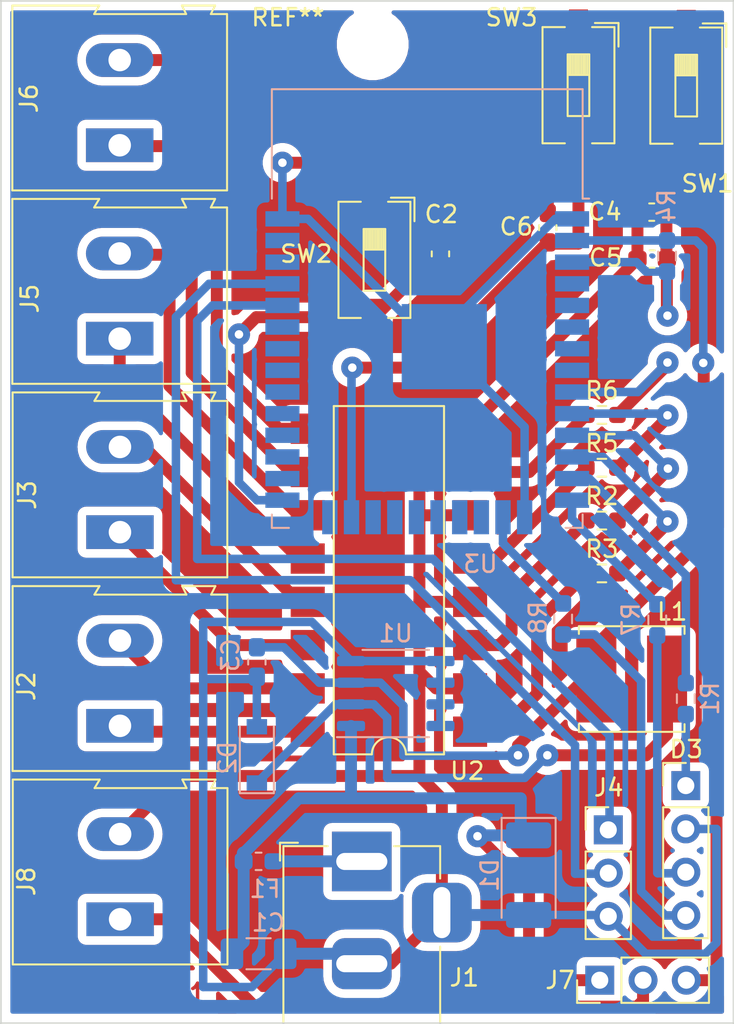
<source format=kicad_pcb>
(kicad_pcb (version 20171130) (host pcbnew 5.99.0+really5.1.10+dfsg1-1)

  (general
    (thickness 1.6)
    (drawings 5)
    (tracks 279)
    (zones 0)
    (modules 34)
    (nets 56)
  )

  (page A4)
  (title_block
    (title MqTrigger)
    (date 2022-04-16)
    (rev 1.1)
    (company chodak166)
  )

  (layers
    (0 F.Cu signal hide)
    (31 B.Cu signal)
    (32 B.Adhes user hide)
    (33 F.Adhes user hide)
    (34 B.Paste user)
    (35 F.Paste user hide)
    (36 B.SilkS user)
    (37 F.SilkS user hide)
    (38 B.Mask user)
    (39 F.Mask user hide)
    (40 Dwgs.User user hide)
    (41 Cmts.User user hide)
    (42 Eco1.User user hide)
    (43 Eco2.User user hide)
    (44 Edge.Cuts user)
    (45 Margin user hide)
    (46 B.CrtYd user)
    (47 F.CrtYd user hide)
    (48 B.Fab user)
    (49 F.Fab user hide)
  )

  (setup
    (last_trace_width 0.5)
    (user_trace_width 0.5)
    (user_trace_width 0.7)
    (trace_clearance 0.3)
    (zone_clearance 0.508)
    (zone_45_only no)
    (trace_min 0.5)
    (via_size 1.3)
    (via_drill 0.5)
    (via_min_size 0.5)
    (via_min_drill 0.3)
    (user_via 1.3 0.5)
    (uvia_size 0.3)
    (uvia_drill 0.1)
    (uvias_allowed no)
    (uvia_min_size 0.2)
    (uvia_min_drill 0.1)
    (edge_width 0.05)
    (segment_width 0.2)
    (pcb_text_width 0.3)
    (pcb_text_size 1.5 1.5)
    (mod_edge_width 0.12)
    (mod_text_size 1 1)
    (mod_text_width 0.15)
    (pad_size 1.7 1.7)
    (pad_drill 1)
    (pad_to_mask_clearance 0)
    (aux_axis_origin 0 0)
    (visible_elements FFFFFF7F)
    (pcbplotparams
      (layerselection 0x010f0_ffffffff)
      (usegerberextensions false)
      (usegerberattributes true)
      (usegerberadvancedattributes true)
      (creategerberjobfile true)
      (excludeedgelayer true)
      (linewidth 0.100000)
      (plotframeref false)
      (viasonmask false)
      (mode 1)
      (useauxorigin false)
      (hpglpennumber 1)
      (hpglpenspeed 20)
      (hpglpendiameter 15.000000)
      (psnegative false)
      (psa4output false)
      (plotreference true)
      (plotvalue true)
      (plotinvisibletext false)
      (padsonsilk false)
      (subtractmaskfromsilk false)
      (outputformat 1)
      (mirror false)
      (drillshape 0)
      (scaleselection 1)
      (outputdirectory "mqtrigger1.1-gerber-fbmask/"))
  )

  (net 0 "")
  (net 1 GND)
  (net 2 +3V3)
  (net 3 "Net-(D2-Pad1)")
  (net 4 "Net-(U3-Pad37)")
  (net 5 "Net-(U3-Pad36)")
  (net 6 "Net-(U3-Pad33)")
  (net 7 "Net-(U3-Pad32)")
  (net 8 "Net-(U3-Pad31)")
  (net 9 "Net-(U3-Pad30)")
  (net 10 "Net-(U3-Pad29)")
  (net 11 "Net-(U3-Pad22)")
  (net 12 "Net-(U3-Pad21)")
  (net 13 "Net-(U3-Pad20)")
  (net 14 "Net-(U3-Pad19)")
  (net 15 "Net-(U3-Pad18)")
  (net 16 "Net-(U3-Pad17)")
  (net 17 "Net-(U3-Pad8)")
  (net 18 "Net-(U3-Pad7)")
  (net 19 "Net-(U3-Pad6)")
  (net 20 "Net-(U3-Pad5)")
  (net 21 "Net-(U3-Pad4)")
  (net 22 ESP_EN)
  (net 23 ESP_BOOT)
  (net 24 ESP_SERVICE)
  (net 25 ESP_LEDB)
  (net 26 ESP_LEDG)
  (net 27 ESP_LEDR)
  (net 28 +12V)
  (net 29 ESP_TXD0)
  (net 30 ESP_RXD0)
  (net 31 ESP_TRIG2)
  (net 32 ESP_TRIG3)
  (net 33 ESP_TRIG4)
  (net 34 ESP_TRIG1)
  (net 35 "Net-(U3-Pad24)")
  (net 36 "Net-(U3-Pad26)")
  (net 37 "Net-(U3-Pad27)")
  (net 38 "Net-(U3-Pad28)")
  (net 39 "Net-(D3-Pad1)")
  (net 40 "Net-(D3-Pad3)")
  (net 41 "Net-(D3-Pad4)")
  (net 42 F12V)
  (net 43 /T1_CTL)
  (net 44 /T2_CTL)
  (net 45 /T3_CTL)
  (net 46 /T4_CTL)
  (net 47 /T1E)
  (net 48 /T1C)
  (net 49 /T2E)
  (net 50 /T2C)
  (net 51 /T3E)
  (net 52 /T3C)
  (net 53 /T4E)
  (net 54 /T4C)
  (net 55 /VCC_CUSTOM)

  (net_class Default "This is the default net class."
    (clearance 0.3)
    (trace_width 0.5)
    (via_dia 1.3)
    (via_drill 0.5)
    (uvia_dia 0.3)
    (uvia_drill 0.1)
    (diff_pair_width 0.5)
    (diff_pair_gap 0.25)
    (add_net +12V)
    (add_net +3V3)
    (add_net /T1C)
    (add_net /T1E)
    (add_net /T1_CTL)
    (add_net /T2C)
    (add_net /T2E)
    (add_net /T2_CTL)
    (add_net /T3C)
    (add_net /T3E)
    (add_net /T3_CTL)
    (add_net /T4C)
    (add_net /T4E)
    (add_net /T4_CTL)
    (add_net /VCC_CUSTOM)
    (add_net ESP_BOOT)
    (add_net ESP_EN)
    (add_net ESP_LEDB)
    (add_net ESP_LEDG)
    (add_net ESP_LEDR)
    (add_net ESP_RXD0)
    (add_net ESP_SERVICE)
    (add_net ESP_TRIG1)
    (add_net ESP_TRIG2)
    (add_net ESP_TRIG3)
    (add_net ESP_TRIG4)
    (add_net ESP_TXD0)
    (add_net F12V)
    (add_net GND)
    (add_net "Net-(D2-Pad1)")
    (add_net "Net-(D3-Pad1)")
    (add_net "Net-(D3-Pad3)")
    (add_net "Net-(D3-Pad4)")
    (add_net "Net-(U3-Pad17)")
    (add_net "Net-(U3-Pad18)")
    (add_net "Net-(U3-Pad19)")
    (add_net "Net-(U3-Pad20)")
    (add_net "Net-(U3-Pad21)")
    (add_net "Net-(U3-Pad22)")
    (add_net "Net-(U3-Pad24)")
    (add_net "Net-(U3-Pad26)")
    (add_net "Net-(U3-Pad27)")
    (add_net "Net-(U3-Pad28)")
    (add_net "Net-(U3-Pad29)")
    (add_net "Net-(U3-Pad30)")
    (add_net "Net-(U3-Pad31)")
    (add_net "Net-(U3-Pad32)")
    (add_net "Net-(U3-Pad33)")
    (add_net "Net-(U3-Pad36)")
    (add_net "Net-(U3-Pad37)")
    (add_net "Net-(U3-Pad4)")
    (add_net "Net-(U3-Pad5)")
    (add_net "Net-(U3-Pad6)")
    (add_net "Net-(U3-Pad7)")
    (add_net "Net-(U3-Pad8)")
  )

  (module MountingHole:MountingHole_3.2mm_M3 (layer F.Cu) (tedit 56D1B4CB) (tstamp 625B1050)
    (at 142.25 68.725)
    (descr "Mounting Hole 3.2mm, no annular, M3")
    (tags "mounting hole 3.2mm no annular m3")
    (attr virtual)
    (fp_text reference REF** (at -4.975 -1.575) (layer F.SilkS)
      (effects (font (size 1 1) (thickness 0.15)))
    )
    (fp_text value MountingHole_3.2mm_M3 (at 0 4.2) (layer F.Fab)
      (effects (font (size 1 1) (thickness 0.15)))
    )
    (fp_circle (center 0 0) (end 3.45 0) (layer F.CrtYd) (width 0.05))
    (fp_circle (center 0 0) (end 3.2 0) (layer Cmts.User) (width 0.15))
    (fp_text user %R (at 0.3 0) (layer F.Fab)
      (effects (font (size 1 1) (thickness 0.15)))
    )
    (pad 1 np_thru_hole circle (at 0 0) (size 3.2 3.2) (drill 3.2) (layers *.Cu *.Mask))
  )

  (module TerminalBlock:TerminalBlock_Altech_AK300-2_P5.00mm (layer F.Cu) (tedit 59FF0306) (tstamp 625D67B9)
    (at 127.425 120.075 90)
    (descr "Altech AK300 terminal block, pitch 5.0mm, 45 degree angled, see http://www.mouser.com/ds/2/16/PCBMETRC-24178.pdf")
    (tags "Altech AK300 terminal block pitch 5.0mm")
    (path /62B8DF20)
    (fp_text reference J8 (at 2.225 -5.5 90) (layer F.SilkS)
      (effects (font (size 1 1) (thickness 0.15)))
    )
    (fp_text value TRIG1_IO (at 2.78 7.75 90) (layer F.Fab)
      (effects (font (size 1 1) (thickness 0.15)))
    )
    (fp_line (start 8.36 6.47) (end -2.83 6.47) (layer F.CrtYd) (width 0.05))
    (fp_line (start 8.36 6.47) (end 8.36 -6.47) (layer F.CrtYd) (width 0.05))
    (fp_line (start -2.83 -6.47) (end -2.83 6.47) (layer F.CrtYd) (width 0.05))
    (fp_line (start -2.83 -6.47) (end 8.36 -6.47) (layer F.CrtYd) (width 0.05))
    (fp_line (start 3.36 -0.25) (end 6.67 -0.25) (layer F.Fab) (width 0.1))
    (fp_line (start 2.98 -0.25) (end 3.36 -0.25) (layer F.Fab) (width 0.1))
    (fp_line (start 7.05 -0.25) (end 6.67 -0.25) (layer F.Fab) (width 0.1))
    (fp_line (start 6.67 -0.64) (end 3.36 -0.64) (layer F.Fab) (width 0.1))
    (fp_line (start 7.61 -0.64) (end 6.67 -0.64) (layer F.Fab) (width 0.1))
    (fp_line (start 1.66 -0.64) (end 3.36 -0.64) (layer F.Fab) (width 0.1))
    (fp_line (start -1.64 -0.64) (end 1.66 -0.64) (layer F.Fab) (width 0.1))
    (fp_line (start -2.58 -0.64) (end -1.64 -0.64) (layer F.Fab) (width 0.1))
    (fp_line (start 1.66 -0.25) (end -1.64 -0.25) (layer F.Fab) (width 0.1))
    (fp_line (start 2.04 -0.25) (end 1.66 -0.25) (layer F.Fab) (width 0.1))
    (fp_line (start -2.02 -0.25) (end -1.64 -0.25) (layer F.Fab) (width 0.1))
    (fp_line (start -1.49 -4.32) (end 1.56 -4.95) (layer F.Fab) (width 0.1))
    (fp_line (start -1.62 -4.45) (end 1.44 -5.08) (layer F.Fab) (width 0.1))
    (fp_line (start 3.52 -4.32) (end 6.56 -4.95) (layer F.Fab) (width 0.1))
    (fp_line (start 3.39 -4.45) (end 6.44 -5.08) (layer F.Fab) (width 0.1))
    (fp_line (start 2.04 -5.97) (end -2.02 -5.97) (layer F.Fab) (width 0.1))
    (fp_line (start -2.02 -3.43) (end -2.02 -5.97) (layer F.Fab) (width 0.1))
    (fp_line (start 2.04 -3.43) (end -2.02 -3.43) (layer F.Fab) (width 0.1))
    (fp_line (start 2.04 -3.43) (end 2.04 -5.97) (layer F.Fab) (width 0.1))
    (fp_line (start 7.05 -3.43) (end 2.98 -3.43) (layer F.Fab) (width 0.1))
    (fp_line (start 7.05 -5.97) (end 7.05 -3.43) (layer F.Fab) (width 0.1))
    (fp_line (start 2.98 -5.97) (end 7.05 -5.97) (layer F.Fab) (width 0.1))
    (fp_line (start 2.98 -3.43) (end 2.98 -5.97) (layer F.Fab) (width 0.1))
    (fp_line (start 7.61 -3.17) (end 7.61 -1.65) (layer F.Fab) (width 0.1))
    (fp_line (start -2.58 -3.17) (end -2.58 -6.22) (layer F.Fab) (width 0.1))
    (fp_line (start -2.58 -3.17) (end 7.61 -3.17) (layer F.Fab) (width 0.1))
    (fp_line (start 7.61 -0.64) (end 7.61 4.06) (layer F.Fab) (width 0.1))
    (fp_line (start 7.61 -1.65) (end 7.61 -0.64) (layer F.Fab) (width 0.1))
    (fp_line (start -2.58 -0.64) (end -2.58 -3.17) (layer F.Fab) (width 0.1))
    (fp_line (start -2.58 6.22) (end -2.58 -0.64) (layer F.Fab) (width 0.1))
    (fp_line (start 6.67 0.51) (end 6.28 0.51) (layer F.Fab) (width 0.1))
    (fp_line (start 3.36 0.51) (end 3.74 0.51) (layer F.Fab) (width 0.1))
    (fp_line (start 1.66 0.51) (end 1.28 0.51) (layer F.Fab) (width 0.1))
    (fp_line (start -1.64 0.51) (end -1.26 0.51) (layer F.Fab) (width 0.1))
    (fp_line (start -1.64 3.68) (end -1.64 0.51) (layer F.Fab) (width 0.1))
    (fp_line (start 1.66 3.68) (end -1.64 3.68) (layer F.Fab) (width 0.1))
    (fp_line (start 1.66 3.68) (end 1.66 0.51) (layer F.Fab) (width 0.1))
    (fp_line (start 3.36 3.68) (end 3.36 0.51) (layer F.Fab) (width 0.1))
    (fp_line (start 6.67 3.68) (end 3.36 3.68) (layer F.Fab) (width 0.1))
    (fp_line (start 6.67 3.68) (end 6.67 0.51) (layer F.Fab) (width 0.1))
    (fp_line (start -2.02 4.32) (end -2.02 6.22) (layer F.Fab) (width 0.1))
    (fp_line (start 2.04 4.32) (end 2.04 -0.25) (layer F.Fab) (width 0.1))
    (fp_line (start 2.04 4.32) (end -2.02 4.32) (layer F.Fab) (width 0.1))
    (fp_line (start 7.05 4.32) (end 7.05 6.22) (layer F.Fab) (width 0.1))
    (fp_line (start 2.98 4.32) (end 2.98 -0.25) (layer F.Fab) (width 0.1))
    (fp_line (start 2.98 4.32) (end 7.05 4.32) (layer F.Fab) (width 0.1))
    (fp_line (start -2.02 6.22) (end 2.04 6.22) (layer F.Fab) (width 0.1))
    (fp_line (start -2.58 6.22) (end -2.02 6.22) (layer F.Fab) (width 0.1))
    (fp_line (start -2.02 -0.25) (end -2.02 4.32) (layer F.Fab) (width 0.1))
    (fp_line (start 2.04 6.22) (end 2.98 6.22) (layer F.Fab) (width 0.1))
    (fp_line (start 2.04 6.22) (end 2.04 4.32) (layer F.Fab) (width 0.1))
    (fp_line (start 7.05 6.22) (end 7.61 6.22) (layer F.Fab) (width 0.1))
    (fp_line (start 2.98 6.22) (end 7.05 6.22) (layer F.Fab) (width 0.1))
    (fp_line (start 7.05 -0.25) (end 7.05 4.32) (layer F.Fab) (width 0.1))
    (fp_line (start 2.98 6.22) (end 2.98 4.32) (layer F.Fab) (width 0.1))
    (fp_line (start 8.11 3.81) (end 8.11 5.46) (layer F.Fab) (width 0.1))
    (fp_line (start 7.61 4.06) (end 7.61 5.21) (layer F.Fab) (width 0.1))
    (fp_line (start 8.11 3.81) (end 7.61 4.06) (layer F.Fab) (width 0.1))
    (fp_line (start 7.61 5.21) (end 7.61 6.22) (layer F.Fab) (width 0.1))
    (fp_line (start 8.11 5.46) (end 7.61 5.21) (layer F.Fab) (width 0.1))
    (fp_line (start 8.11 -1.4) (end 7.61 -1.65) (layer F.Fab) (width 0.1))
    (fp_line (start 8.11 -6.22) (end 8.11 -1.4) (layer F.Fab) (width 0.1))
    (fp_line (start 7.61 -6.22) (end 8.11 -6.22) (layer F.Fab) (width 0.1))
    (fp_line (start 7.61 -6.22) (end -2.58 -6.22) (layer F.Fab) (width 0.1))
    (fp_line (start 7.61 -6.22) (end 7.61 -3.17) (layer F.Fab) (width 0.1))
    (fp_line (start 3.74 2.54) (end 3.74 -0.25) (layer F.Fab) (width 0.1))
    (fp_line (start 3.74 -0.25) (end 6.28 -0.25) (layer F.Fab) (width 0.1))
    (fp_line (start 6.28 2.54) (end 6.28 -0.25) (layer F.Fab) (width 0.1))
    (fp_line (start 3.74 2.54) (end 6.28 2.54) (layer F.Fab) (width 0.1))
    (fp_line (start -1.26 2.54) (end -1.26 -0.25) (layer F.Fab) (width 0.1))
    (fp_line (start -1.26 -0.25) (end 1.28 -0.25) (layer F.Fab) (width 0.1))
    (fp_line (start 1.28 2.54) (end 1.28 -0.25) (layer F.Fab) (width 0.1))
    (fp_line (start -1.26 2.54) (end 1.28 2.54) (layer F.Fab) (width 0.1))
    (fp_line (start 8.2 -6.3) (end -2.65 -6.3) (layer F.SilkS) (width 0.12))
    (fp_line (start 8.2 -1.2) (end 8.2 -6.3) (layer F.SilkS) (width 0.12))
    (fp_line (start 7.7 -1.5) (end 8.2 -1.2) (layer F.SilkS) (width 0.12))
    (fp_line (start 7.7 3.9) (end 7.7 -1.5) (layer F.SilkS) (width 0.12))
    (fp_line (start 8.2 3.65) (end 7.7 3.9) (layer F.SilkS) (width 0.12))
    (fp_line (start 8.2 3.7) (end 8.2 3.65) (layer F.SilkS) (width 0.12))
    (fp_line (start 8.2 5.6) (end 8.2 3.7) (layer F.SilkS) (width 0.12))
    (fp_line (start 7.7 5.35) (end 8.2 5.6) (layer F.SilkS) (width 0.12))
    (fp_line (start 7.7 6.3) (end 7.7 5.35) (layer F.SilkS) (width 0.12))
    (fp_line (start -2.65 6.3) (end 7.7 6.3) (layer F.SilkS) (width 0.12))
    (fp_line (start -2.65 -6.3) (end -2.65 6.3) (layer F.SilkS) (width 0.12))
    (fp_arc (start -1.13 -4.65) (end -1.42 -4.13) (angle 104.2) (layer F.Fab) (width 0.1))
    (fp_arc (start -0.01 -3.71) (end -1.62 -5) (angle 100) (layer F.Fab) (width 0.1))
    (fp_arc (start 0.06 -6.07) (end 1.53 -4.12) (angle 75.5) (layer F.Fab) (width 0.1))
    (fp_arc (start 1.03 -4.59) (end 1.53 -5.05) (angle 90.5) (layer F.Fab) (width 0.1))
    (fp_arc (start 3.87 -4.65) (end 3.58 -4.13) (angle 104.2) (layer F.Fab) (width 0.1))
    (fp_arc (start 4.99 -3.71) (end 3.39 -5) (angle 100) (layer F.Fab) (width 0.1))
    (fp_arc (start 5.07 -6.07) (end 6.53 -4.12) (angle 75.5) (layer F.Fab) (width 0.1))
    (fp_arc (start 6.03 -4.59) (end 6.54 -5.05) (angle 90.5) (layer F.Fab) (width 0.1))
    (fp_text user %R (at 2.5 -2 90) (layer F.Fab)
      (effects (font (size 1 1) (thickness 0.15)))
    )
    (pad 2 thru_hole oval (at 5 0 90) (size 1.98 3.96) (drill 1.32) (layers *.Cu *.Mask)
      (net 1 GND))
    (pad 1 thru_hole rect (at 0 0 90) (size 1.98 3.96) (drill 1.32) (layers *.Cu *.Mask)
      (net 55 /VCC_CUSTOM))
    (model ${KISYS3DMOD}/TerminalBlock_Phoenix.3dshapes/TerminalBlock_Phoenix_PT-1%2C5-2-5.0-H_1x02_P5.00mm_Horizontal.step
      (offset (xyz 5 -5.5 4))
      (scale (xyz 1 1 1))
      (rotate (xyz -90 0 180))
    )
  )

  (module Connector_PinHeader_2.54mm:PinHeader_1x03_P2.54mm_Vertical (layer F.Cu) (tedit 59FED5CC) (tstamp 625DEACB)
    (at 155.575 123.65 90)
    (descr "Through hole straight pin header, 1x03, 2.54mm pitch, single row")
    (tags "Through hole pin header THT 1x03 2.54mm single row")
    (path /62BB545F)
    (fp_text reference J7 (at 0 -2.33 180) (layer F.SilkS)
      (effects (font (size 1 1) (thickness 0.15)))
    )
    (fp_text value Conn_01x03 (at 0 7.41 90) (layer F.Fab)
      (effects (font (size 1 1) (thickness 0.15)))
    )
    (fp_line (start 1.8 -1.8) (end -1.8 -1.8) (layer F.CrtYd) (width 0.05))
    (fp_line (start 1.8 6.85) (end 1.8 -1.8) (layer F.CrtYd) (width 0.05))
    (fp_line (start -1.8 6.85) (end 1.8 6.85) (layer F.CrtYd) (width 0.05))
    (fp_line (start -1.8 -1.8) (end -1.8 6.85) (layer F.CrtYd) (width 0.05))
    (fp_line (start -1.33 -1.33) (end 0 -1.33) (layer F.SilkS) (width 0.12))
    (fp_line (start -1.33 0) (end -1.33 -1.33) (layer F.SilkS) (width 0.12))
    (fp_line (start -1.33 1.27) (end 1.33 1.27) (layer F.SilkS) (width 0.12))
    (fp_line (start 1.33 1.27) (end 1.33 6.41) (layer F.SilkS) (width 0.12))
    (fp_line (start -1.33 1.27) (end -1.33 6.41) (layer F.SilkS) (width 0.12))
    (fp_line (start -1.33 6.41) (end 1.33 6.41) (layer F.SilkS) (width 0.12))
    (fp_line (start -1.27 -0.635) (end -0.635 -1.27) (layer F.Fab) (width 0.1))
    (fp_line (start -1.27 6.35) (end -1.27 -0.635) (layer F.Fab) (width 0.1))
    (fp_line (start 1.27 6.35) (end -1.27 6.35) (layer F.Fab) (width 0.1))
    (fp_line (start 1.27 -1.27) (end 1.27 6.35) (layer F.Fab) (width 0.1))
    (fp_line (start -0.635 -1.27) (end 1.27 -1.27) (layer F.Fab) (width 0.1))
    (fp_text user %R (at 0 2.54) (layer F.Fab)
      (effects (font (size 1 1) (thickness 0.15)))
    )
    (pad 3 thru_hole oval (at 0 5.08 90) (size 1.7 1.7) (drill 1) (layers *.Cu *.Mask)
      (net 2 +3V3))
    (pad 2 thru_hole oval (at 0 2.54 90) (size 1.7 1.7) (drill 1) (layers *.Cu *.Mask)
      (net 55 /VCC_CUSTOM))
    (pad 1 thru_hole rect (at 0 0 90) (size 1.7 1.7) (drill 1) (layers *.Cu *.Mask)
      (net 42 F12V))
    (model ${KISYS3DMOD}/Connector_PinHeader_2.54mm.3dshapes/PinHeader_1x03_P2.54mm_Vertical.wrl
      (at (xyz 0 0 0))
      (scale (xyz 1 1 1))
      (rotate (xyz 0 0 0))
    )
  )

  (module Resistor_SMD:R_0603_1608Metric_Pad0.98x0.95mm_HandSolder (layer B.Cu) (tedit 5F68FEEE) (tstamp 625B5527)
    (at 153.425 102.45 90)
    (descr "Resistor SMD 0603 (1608 Metric), square (rectangular) end terminal, IPC_7351 nominal with elongated pad for handsoldering. (Body size source: IPC-SM-782 page 72, https://www.pcb-3d.com/wordpress/wp-content/uploads/ipc-sm-782a_amendment_1_and_2.pdf), generated with kicad-footprint-generator")
    (tags "resistor handsolder")
    (path /628EB367)
    (attr smd)
    (fp_text reference R8 (at 0.075 -1.475 90) (layer B.SilkS)
      (effects (font (size 1 1) (thickness 0.15)) (justify mirror))
    )
    (fp_text value 3.3k (at 0 -1.43 90) (layer B.Fab)
      (effects (font (size 1 1) (thickness 0.15)) (justify mirror))
    )
    (fp_line (start -0.8 -0.4125) (end -0.8 0.4125) (layer B.Fab) (width 0.1))
    (fp_line (start -0.8 0.4125) (end 0.8 0.4125) (layer B.Fab) (width 0.1))
    (fp_line (start 0.8 0.4125) (end 0.8 -0.4125) (layer B.Fab) (width 0.1))
    (fp_line (start 0.8 -0.4125) (end -0.8 -0.4125) (layer B.Fab) (width 0.1))
    (fp_line (start -0.254724 0.5225) (end 0.254724 0.5225) (layer B.SilkS) (width 0.12))
    (fp_line (start -0.254724 -0.5225) (end 0.254724 -0.5225) (layer B.SilkS) (width 0.12))
    (fp_line (start -1.65 -0.73) (end -1.65 0.73) (layer B.CrtYd) (width 0.05))
    (fp_line (start -1.65 0.73) (end 1.65 0.73) (layer B.CrtYd) (width 0.05))
    (fp_line (start 1.65 0.73) (end 1.65 -0.73) (layer B.CrtYd) (width 0.05))
    (fp_line (start 1.65 -0.73) (end -1.65 -0.73) (layer B.CrtYd) (width 0.05))
    (fp_text user %R (at 0 0 90) (layer B.Fab)
      (effects (font (size 0.4 0.4) (thickness 0.06)) (justify mirror))
    )
    (pad 2 smd roundrect (at 0.9125 0 90) (size 0.975 0.95) (layers B.Cu B.Paste B.Mask) (roundrect_rratio 0.25)
      (net 25 ESP_LEDB))
    (pad 1 smd roundrect (at -0.9125 0 90) (size 0.975 0.95) (layers B.Cu B.Paste B.Mask) (roundrect_rratio 0.25)
      (net 41 "Net-(D3-Pad4)"))
    (model ${KISYS3DMOD}/Resistor_SMD.3dshapes/R_0603_1608Metric.wrl
      (at (xyz 0 0 0))
      (scale (xyz 1 1 1))
      (rotate (xyz 0 0 0))
    )
  )

  (module Resistor_SMD:R_0603_1608Metric_Pad0.98x0.95mm_HandSolder (layer B.Cu) (tedit 5F68FEEE) (tstamp 625B5517)
    (at 160.625 107.125 90)
    (descr "Resistor SMD 0603 (1608 Metric), square (rectangular) end terminal, IPC_7351 nominal with elongated pad for handsoldering. (Body size source: IPC-SM-782 page 72, https://www.pcb-3d.com/wordpress/wp-content/uploads/ipc-sm-782a_amendment_1_and_2.pdf), generated with kicad-footprint-generator")
    (tags "resistor handsolder")
    (path /628B9440)
    (attr smd)
    (fp_text reference R1 (at 0 1.43 90) (layer B.SilkS)
      (effects (font (size 1 1) (thickness 0.15)) (justify mirror))
    )
    (fp_text value 3.3k (at 0 -1.43 90) (layer B.Fab)
      (effects (font (size 1 1) (thickness 0.15)) (justify mirror))
    )
    (fp_line (start 1.65 -0.73) (end -1.65 -0.73) (layer B.CrtYd) (width 0.05))
    (fp_line (start 1.65 0.73) (end 1.65 -0.73) (layer B.CrtYd) (width 0.05))
    (fp_line (start -1.65 0.73) (end 1.65 0.73) (layer B.CrtYd) (width 0.05))
    (fp_line (start -1.65 -0.73) (end -1.65 0.73) (layer B.CrtYd) (width 0.05))
    (fp_line (start -0.254724 -0.5225) (end 0.254724 -0.5225) (layer B.SilkS) (width 0.12))
    (fp_line (start -0.254724 0.5225) (end 0.254724 0.5225) (layer B.SilkS) (width 0.12))
    (fp_line (start 0.8 -0.4125) (end -0.8 -0.4125) (layer B.Fab) (width 0.1))
    (fp_line (start 0.8 0.4125) (end 0.8 -0.4125) (layer B.Fab) (width 0.1))
    (fp_line (start -0.8 0.4125) (end 0.8 0.4125) (layer B.Fab) (width 0.1))
    (fp_line (start -0.8 -0.4125) (end -0.8 0.4125) (layer B.Fab) (width 0.1))
    (fp_text user %R (at 0 0 90) (layer B.Fab)
      (effects (font (size 0.4 0.4) (thickness 0.06)) (justify mirror))
    )
    (pad 1 smd roundrect (at -0.9125 0 90) (size 0.975 0.95) (layers B.Cu B.Paste B.Mask) (roundrect_rratio 0.25)
      (net 39 "Net-(D3-Pad1)"))
    (pad 2 smd roundrect (at 0.9125 0 90) (size 0.975 0.95) (layers B.Cu B.Paste B.Mask) (roundrect_rratio 0.25)
      (net 27 ESP_LEDR))
    (model ${KISYS3DMOD}/Resistor_SMD.3dshapes/R_0603_1608Metric.wrl
      (at (xyz 0 0 0))
      (scale (xyz 1 1 1))
      (rotate (xyz 0 0 0))
    )
  )

  (module Resistor_SMD:R_0603_1608Metric_Pad0.98x0.95mm_HandSolder (layer B.Cu) (tedit 5F68FEEE) (tstamp 625B5507)
    (at 158.95 102.5 90)
    (descr "Resistor SMD 0603 (1608 Metric), square (rectangular) end terminal, IPC_7351 nominal with elongated pad for handsoldering. (Body size source: IPC-SM-782 page 72, https://www.pcb-3d.com/wordpress/wp-content/uploads/ipc-sm-782a_amendment_1_and_2.pdf), generated with kicad-footprint-generator")
    (tags "resistor handsolder")
    (path /628EAE57)
    (attr smd)
    (fp_text reference R7 (at 0.025 -1.55 90) (layer B.SilkS)
      (effects (font (size 1 1) (thickness 0.15)) (justify mirror))
    )
    (fp_text value 3.3k (at 0 -1.43 90) (layer B.Fab)
      (effects (font (size 1 1) (thickness 0.15)) (justify mirror))
    )
    (fp_line (start 1.65 -0.73) (end -1.65 -0.73) (layer B.CrtYd) (width 0.05))
    (fp_line (start 1.65 0.73) (end 1.65 -0.73) (layer B.CrtYd) (width 0.05))
    (fp_line (start -1.65 0.73) (end 1.65 0.73) (layer B.CrtYd) (width 0.05))
    (fp_line (start -1.65 -0.73) (end -1.65 0.73) (layer B.CrtYd) (width 0.05))
    (fp_line (start -0.254724 -0.5225) (end 0.254724 -0.5225) (layer B.SilkS) (width 0.12))
    (fp_line (start -0.254724 0.5225) (end 0.254724 0.5225) (layer B.SilkS) (width 0.12))
    (fp_line (start 0.8 -0.4125) (end -0.8 -0.4125) (layer B.Fab) (width 0.1))
    (fp_line (start 0.8 0.4125) (end 0.8 -0.4125) (layer B.Fab) (width 0.1))
    (fp_line (start -0.8 0.4125) (end 0.8 0.4125) (layer B.Fab) (width 0.1))
    (fp_line (start -0.8 -0.4125) (end -0.8 0.4125) (layer B.Fab) (width 0.1))
    (fp_text user %R (at 0 0 90) (layer B.Fab)
      (effects (font (size 0.4 0.4) (thickness 0.06)) (justify mirror))
    )
    (pad 1 smd roundrect (at -0.9125 0 90) (size 0.975 0.95) (layers B.Cu B.Paste B.Mask) (roundrect_rratio 0.25)
      (net 40 "Net-(D3-Pad3)"))
    (pad 2 smd roundrect (at 0.9125 0 90) (size 0.975 0.95) (layers B.Cu B.Paste B.Mask) (roundrect_rratio 0.25)
      (net 26 ESP_LEDG))
    (model ${KISYS3DMOD}/Resistor_SMD.3dshapes/R_0603_1608Metric.wrl
      (at (xyz 0 0 0))
      (scale (xyz 1 1 1))
      (rotate (xyz 0 0 0))
    )
  )

  (module Capacitor_SMD:C_0603_1608Metric_Pad1.08x0.95mm_HandSolder (layer F.Cu) (tedit 5F68FEEF) (tstamp 625DE5C2)
    (at 146.225 81.025 90)
    (descr "Capacitor SMD 0603 (1608 Metric), square (rectangular) end terminal, IPC_7351 nominal with elongated pad for handsoldering. (Body size source: IPC-SM-782 page 76, https://www.pcb-3d.com/wordpress/wp-content/uploads/ipc-sm-782a_amendment_1_and_2.pdf), generated with kicad-footprint-generator")
    (tags "capacitor handsolder")
    (path /626BA1BE)
    (attr smd)
    (fp_text reference C2 (at 2.325 0.05 180) (layer F.SilkS)
      (effects (font (size 1 1) (thickness 0.15)))
    )
    (fp_text value 0.1uF (at 0 1.43 90) (layer F.Fab)
      (effects (font (size 1 1) (thickness 0.15)))
    )
    (fp_line (start -0.8 0.4) (end -0.8 -0.4) (layer F.Fab) (width 0.1))
    (fp_line (start -0.8 -0.4) (end 0.8 -0.4) (layer F.Fab) (width 0.1))
    (fp_line (start 0.8 -0.4) (end 0.8 0.4) (layer F.Fab) (width 0.1))
    (fp_line (start 0.8 0.4) (end -0.8 0.4) (layer F.Fab) (width 0.1))
    (fp_line (start -0.146267 -0.51) (end 0.146267 -0.51) (layer F.SilkS) (width 0.12))
    (fp_line (start -0.146267 0.51) (end 0.146267 0.51) (layer F.SilkS) (width 0.12))
    (fp_line (start -1.65 0.73) (end -1.65 -0.73) (layer F.CrtYd) (width 0.05))
    (fp_line (start -1.65 -0.73) (end 1.65 -0.73) (layer F.CrtYd) (width 0.05))
    (fp_line (start 1.65 -0.73) (end 1.65 0.73) (layer F.CrtYd) (width 0.05))
    (fp_line (start 1.65 0.73) (end -1.65 0.73) (layer F.CrtYd) (width 0.05))
    (fp_text user %R (at 0 0 90) (layer F.Fab)
      (effects (font (size 0.4 0.4) (thickness 0.06)))
    )
    (pad 2 smd roundrect (at 0.8625 0 90) (size 1.075 0.95) (layers F.Cu F.Paste F.Mask) (roundrect_rratio 0.25)
      (net 1 GND))
    (pad 1 smd roundrect (at -0.8625 0 90) (size 1.075 0.95) (layers F.Cu F.Paste F.Mask) (roundrect_rratio 0.25)
      (net 23 ESP_BOOT))
    (model ${KISYS3DMOD}/Capacitor_SMD.3dshapes/C_0603_1608Metric.wrl
      (at (xyz 0 0 0))
      (scale (xyz 1 1 1))
      (rotate (xyz 0 0 0))
    )
  )

  (module Capacitor_SMD:C_0603_1608Metric_Pad1.08x0.95mm_HandSolder (layer F.Cu) (tedit 5F68FEEF) (tstamp 625B1E5F)
    (at 152.525 79.4875 90)
    (descr "Capacitor SMD 0603 (1608 Metric), square (rectangular) end terminal, IPC_7351 nominal with elongated pad for handsoldering. (Body size source: IPC-SM-782 page 76, https://www.pcb-3d.com/wordpress/wp-content/uploads/ipc-sm-782a_amendment_1_and_2.pdf), generated with kicad-footprint-generator")
    (tags "capacitor handsolder")
    (path /626FA945)
    (attr smd)
    (fp_text reference C6 (at 0.0625 -1.85 180) (layer F.SilkS)
      (effects (font (size 1 1) (thickness 0.15)))
    )
    (fp_text value 0.1uF (at 0 1.43 90) (layer F.Fab)
      (effects (font (size 1 1) (thickness 0.15)))
    )
    (fp_line (start -0.8 0.4) (end -0.8 -0.4) (layer F.Fab) (width 0.1))
    (fp_line (start -0.8 -0.4) (end 0.8 -0.4) (layer F.Fab) (width 0.1))
    (fp_line (start 0.8 -0.4) (end 0.8 0.4) (layer F.Fab) (width 0.1))
    (fp_line (start 0.8 0.4) (end -0.8 0.4) (layer F.Fab) (width 0.1))
    (fp_line (start -0.146267 -0.51) (end 0.146267 -0.51) (layer F.SilkS) (width 0.12))
    (fp_line (start -0.146267 0.51) (end 0.146267 0.51) (layer F.SilkS) (width 0.12))
    (fp_line (start -1.65 0.73) (end -1.65 -0.73) (layer F.CrtYd) (width 0.05))
    (fp_line (start -1.65 -0.73) (end 1.65 -0.73) (layer F.CrtYd) (width 0.05))
    (fp_line (start 1.65 -0.73) (end 1.65 0.73) (layer F.CrtYd) (width 0.05))
    (fp_line (start 1.65 0.73) (end -1.65 0.73) (layer F.CrtYd) (width 0.05))
    (fp_text user %R (at 0 0 90) (layer F.Fab)
      (effects (font (size 0.4 0.4) (thickness 0.06)))
    )
    (pad 2 smd roundrect (at 0.8625 0 90) (size 1.075 0.95) (layers F.Cu F.Paste F.Mask) (roundrect_rratio 0.25)
      (net 1 GND))
    (pad 1 smd roundrect (at -0.8625 0 90) (size 1.075 0.95) (layers F.Cu F.Paste F.Mask) (roundrect_rratio 0.25)
      (net 24 ESP_SERVICE))
    (model ${KISYS3DMOD}/Capacitor_SMD.3dshapes/C_0603_1608Metric.wrl
      (at (xyz 0 0 0))
      (scale (xyz 1 1 1))
      (rotate (xyz 0 0 0))
    )
  )

  (module Capacitor_SMD:C_0603_1608Metric_Pad1.08x0.95mm_HandSolder (layer F.Cu) (tedit 5F68FEEF) (tstamp 625B1EBF)
    (at 158.625 78.575 180)
    (descr "Capacitor SMD 0603 (1608 Metric), square (rectangular) end terminal, IPC_7351 nominal with elongated pad for handsoldering. (Body size source: IPC-SM-782 page 76, https://www.pcb-3d.com/wordpress/wp-content/uploads/ipc-sm-782a_amendment_1_and_2.pdf), generated with kicad-footprint-generator")
    (tags "capacitor handsolder")
    (path /6264F2B7)
    (attr smd)
    (fp_text reference C4 (at 2.75 0.025) (layer F.SilkS)
      (effects (font (size 1 1) (thickness 0.15)))
    )
    (fp_text value 0.1uF (at 0 1.43) (layer F.Fab)
      (effects (font (size 1 1) (thickness 0.15)))
    )
    (fp_line (start -0.8 0.4) (end -0.8 -0.4) (layer F.Fab) (width 0.1))
    (fp_line (start -0.8 -0.4) (end 0.8 -0.4) (layer F.Fab) (width 0.1))
    (fp_line (start 0.8 -0.4) (end 0.8 0.4) (layer F.Fab) (width 0.1))
    (fp_line (start 0.8 0.4) (end -0.8 0.4) (layer F.Fab) (width 0.1))
    (fp_line (start -0.146267 -0.51) (end 0.146267 -0.51) (layer F.SilkS) (width 0.12))
    (fp_line (start -0.146267 0.51) (end 0.146267 0.51) (layer F.SilkS) (width 0.12))
    (fp_line (start -1.65 0.73) (end -1.65 -0.73) (layer F.CrtYd) (width 0.05))
    (fp_line (start -1.65 -0.73) (end 1.65 -0.73) (layer F.CrtYd) (width 0.05))
    (fp_line (start 1.65 -0.73) (end 1.65 0.73) (layer F.CrtYd) (width 0.05))
    (fp_line (start 1.65 0.73) (end -1.65 0.73) (layer F.CrtYd) (width 0.05))
    (fp_text user %R (at 0 0) (layer F.Fab)
      (effects (font (size 0.4 0.4) (thickness 0.06)))
    )
    (pad 2 smd roundrect (at 0.8625 0 180) (size 1.075 0.95) (layers F.Cu F.Paste F.Mask) (roundrect_rratio 0.25)
      (net 1 GND))
    (pad 1 smd roundrect (at -0.8625 0 180) (size 1.075 0.95) (layers F.Cu F.Paste F.Mask) (roundrect_rratio 0.25)
      (net 22 ESP_EN))
    (model ${KISYS3DMOD}/Capacitor_SMD.3dshapes/C_0603_1608Metric.wrl
      (at (xyz 0 0 0))
      (scale (xyz 1 1 1))
      (rotate (xyz 0 0 0))
    )
  )

  (module Capacitor_SMD:C_0603_1608Metric_Pad1.08x0.95mm_HandSolder (layer F.Cu) (tedit 5F68FEEF) (tstamp 625B1F34)
    (at 158.65 81.325 180)
    (descr "Capacitor SMD 0603 (1608 Metric), square (rectangular) end terminal, IPC_7351 nominal with elongated pad for handsoldering. (Body size source: IPC-SM-782 page 76, https://www.pcb-3d.com/wordpress/wp-content/uploads/ipc-sm-782a_amendment_1_and_2.pdf), generated with kicad-footprint-generator")
    (tags "capacitor handsolder")
    (path /6269D8D2)
    (attr smd)
    (fp_text reference C5 (at 2.725 0.075 180) (layer F.SilkS)
      (effects (font (size 1 1) (thickness 0.15)))
    )
    (fp_text value 0.1uF (at 0 1.43 180) (layer F.Fab)
      (effects (font (size 1 1) (thickness 0.15)))
    )
    (fp_line (start -0.8 0.4) (end -0.8 -0.4) (layer F.Fab) (width 0.1))
    (fp_line (start -0.8 -0.4) (end 0.8 -0.4) (layer F.Fab) (width 0.1))
    (fp_line (start 0.8 -0.4) (end 0.8 0.4) (layer F.Fab) (width 0.1))
    (fp_line (start 0.8 0.4) (end -0.8 0.4) (layer F.Fab) (width 0.1))
    (fp_line (start -0.146267 -0.51) (end 0.146267 -0.51) (layer F.SilkS) (width 0.12))
    (fp_line (start -0.146267 0.51) (end 0.146267 0.51) (layer F.SilkS) (width 0.12))
    (fp_line (start -1.65 0.73) (end -1.65 -0.73) (layer F.CrtYd) (width 0.05))
    (fp_line (start -1.65 -0.73) (end 1.65 -0.73) (layer F.CrtYd) (width 0.05))
    (fp_line (start 1.65 -0.73) (end 1.65 0.73) (layer F.CrtYd) (width 0.05))
    (fp_line (start 1.65 0.73) (end -1.65 0.73) (layer F.CrtYd) (width 0.05))
    (fp_text user %R (at 0 0 180) (layer F.Fab)
      (effects (font (size 0.4 0.4) (thickness 0.06)))
    )
    (pad 2 smd roundrect (at 0.8625 0 180) (size 1.075 0.95) (layers F.Cu F.Paste F.Mask) (roundrect_rratio 0.25)
      (net 1 GND))
    (pad 1 smd roundrect (at -0.8625 0 180) (size 1.075 0.95) (layers F.Cu F.Paste F.Mask) (roundrect_rratio 0.25)
      (net 22 ESP_EN))
    (model ${KISYS3DMOD}/Capacitor_SMD.3dshapes/C_0603_1608Metric.wrl
      (at (xyz 0 0 0))
      (scale (xyz 1 1 1))
      (rotate (xyz 0 0 0))
    )
  )

  (module Resistor_SMD:R_0603_1608Metric_Pad0.98x0.95mm_HandSolder (layer F.Cu) (tedit 5F68FEEE) (tstamp 625B22AF)
    (at 155.7 96.675)
    (descr "Resistor SMD 0603 (1608 Metric), square (rectangular) end terminal, IPC_7351 nominal with elongated pad for handsoldering. (Body size source: IPC-SM-782 page 72, https://www.pcb-3d.com/wordpress/wp-content/uploads/ipc-sm-782a_amendment_1_and_2.pdf), generated with kicad-footprint-generator")
    (tags "resistor handsolder")
    (path /62820564)
    (attr smd)
    (fp_text reference R2 (at 0 -1.43) (layer F.SilkS)
      (effects (font (size 1 1) (thickness 0.15)))
    )
    (fp_text value 100 (at 0 1.43) (layer F.Fab)
      (effects (font (size 1 1) (thickness 0.15)))
    )
    (fp_line (start -0.8 0.4125) (end -0.8 -0.4125) (layer F.Fab) (width 0.1))
    (fp_line (start -0.8 -0.4125) (end 0.8 -0.4125) (layer F.Fab) (width 0.1))
    (fp_line (start 0.8 -0.4125) (end 0.8 0.4125) (layer F.Fab) (width 0.1))
    (fp_line (start 0.8 0.4125) (end -0.8 0.4125) (layer F.Fab) (width 0.1))
    (fp_line (start -0.254724 -0.5225) (end 0.254724 -0.5225) (layer F.SilkS) (width 0.12))
    (fp_line (start -0.254724 0.5225) (end 0.254724 0.5225) (layer F.SilkS) (width 0.12))
    (fp_line (start -1.65 0.73) (end -1.65 -0.73) (layer F.CrtYd) (width 0.05))
    (fp_line (start -1.65 -0.73) (end 1.65 -0.73) (layer F.CrtYd) (width 0.05))
    (fp_line (start 1.65 -0.73) (end 1.65 0.73) (layer F.CrtYd) (width 0.05))
    (fp_line (start 1.65 0.73) (end -1.65 0.73) (layer F.CrtYd) (width 0.05))
    (fp_text user %R (at 0 0) (layer F.Fab)
      (effects (font (size 0.4 0.4) (thickness 0.06)))
    )
    (pad 2 smd roundrect (at 0.9125 0) (size 0.975 0.95) (layers F.Cu F.Paste F.Mask) (roundrect_rratio 0.25)
      (net 31 ESP_TRIG2))
    (pad 1 smd roundrect (at -0.9125 0) (size 0.975 0.95) (layers F.Cu F.Paste F.Mask) (roundrect_rratio 0.25)
      (net 44 /T2_CTL))
    (model ${KISYS3DMOD}/Resistor_SMD.3dshapes/R_0603_1608Metric.wrl
      (at (xyz 0 0 0))
      (scale (xyz 1 1 1))
      (rotate (xyz 0 0 0))
    )
  )

  (module Resistor_SMD:R_0603_1608Metric_Pad0.98x0.95mm_HandSolder (layer F.Cu) (tedit 5F68FEEE) (tstamp 625B22DF)
    (at 155.7 90.475)
    (descr "Resistor SMD 0603 (1608 Metric), square (rectangular) end terminal, IPC_7351 nominal with elongated pad for handsoldering. (Body size source: IPC-SM-782 page 72, https://www.pcb-3d.com/wordpress/wp-content/uploads/ipc-sm-782a_amendment_1_and_2.pdf), generated with kicad-footprint-generator")
    (tags "resistor handsolder")
    (path /62821633)
    (attr smd)
    (fp_text reference R6 (at 0 -1.43) (layer F.SilkS)
      (effects (font (size 1 1) (thickness 0.15)))
    )
    (fp_text value 100 (at 0 1.43) (layer F.Fab)
      (effects (font (size 1 1) (thickness 0.15)))
    )
    (fp_line (start -0.8 0.4125) (end -0.8 -0.4125) (layer F.Fab) (width 0.1))
    (fp_line (start -0.8 -0.4125) (end 0.8 -0.4125) (layer F.Fab) (width 0.1))
    (fp_line (start 0.8 -0.4125) (end 0.8 0.4125) (layer F.Fab) (width 0.1))
    (fp_line (start 0.8 0.4125) (end -0.8 0.4125) (layer F.Fab) (width 0.1))
    (fp_line (start -0.254724 -0.5225) (end 0.254724 -0.5225) (layer F.SilkS) (width 0.12))
    (fp_line (start -0.254724 0.5225) (end 0.254724 0.5225) (layer F.SilkS) (width 0.12))
    (fp_line (start -1.65 0.73) (end -1.65 -0.73) (layer F.CrtYd) (width 0.05))
    (fp_line (start -1.65 -0.73) (end 1.65 -0.73) (layer F.CrtYd) (width 0.05))
    (fp_line (start 1.65 -0.73) (end 1.65 0.73) (layer F.CrtYd) (width 0.05))
    (fp_line (start 1.65 0.73) (end -1.65 0.73) (layer F.CrtYd) (width 0.05))
    (fp_text user %R (at 0 0) (layer F.Fab)
      (effects (font (size 0.4 0.4) (thickness 0.06)))
    )
    (pad 2 smd roundrect (at 0.9125 0) (size 0.975 0.95) (layers F.Cu F.Paste F.Mask) (roundrect_rratio 0.25)
      (net 33 ESP_TRIG4))
    (pad 1 smd roundrect (at -0.9125 0) (size 0.975 0.95) (layers F.Cu F.Paste F.Mask) (roundrect_rratio 0.25)
      (net 46 /T4_CTL))
    (model ${KISYS3DMOD}/Resistor_SMD.3dshapes/R_0603_1608Metric.wrl
      (at (xyz 0 0 0))
      (scale (xyz 1 1 1))
      (rotate (xyz 0 0 0))
    )
  )

  (module Resistor_SMD:R_0603_1608Metric_Pad0.98x0.95mm_HandSolder (layer F.Cu) (tedit 5F68FEEE) (tstamp 625B20C9)
    (at 155.7 93.575)
    (descr "Resistor SMD 0603 (1608 Metric), square (rectangular) end terminal, IPC_7351 nominal with elongated pad for handsoldering. (Body size source: IPC-SM-782 page 72, https://www.pcb-3d.com/wordpress/wp-content/uploads/ipc-sm-782a_amendment_1_and_2.pdf), generated with kicad-footprint-generator")
    (tags "resistor handsolder")
    (path /62820D6D)
    (attr smd)
    (fp_text reference R5 (at 0 -1.43 180) (layer F.SilkS)
      (effects (font (size 1 1) (thickness 0.15)))
    )
    (fp_text value 100 (at 0 1.43 180) (layer F.Fab)
      (effects (font (size 1 1) (thickness 0.15)))
    )
    (fp_line (start -0.8 0.4125) (end -0.8 -0.4125) (layer F.Fab) (width 0.1))
    (fp_line (start -0.8 -0.4125) (end 0.8 -0.4125) (layer F.Fab) (width 0.1))
    (fp_line (start 0.8 -0.4125) (end 0.8 0.4125) (layer F.Fab) (width 0.1))
    (fp_line (start 0.8 0.4125) (end -0.8 0.4125) (layer F.Fab) (width 0.1))
    (fp_line (start -0.254724 -0.5225) (end 0.254724 -0.5225) (layer F.SilkS) (width 0.12))
    (fp_line (start -0.254724 0.5225) (end 0.254724 0.5225) (layer F.SilkS) (width 0.12))
    (fp_line (start -1.65 0.73) (end -1.65 -0.73) (layer F.CrtYd) (width 0.05))
    (fp_line (start -1.65 -0.73) (end 1.65 -0.73) (layer F.CrtYd) (width 0.05))
    (fp_line (start 1.65 -0.73) (end 1.65 0.73) (layer F.CrtYd) (width 0.05))
    (fp_line (start 1.65 0.73) (end -1.65 0.73) (layer F.CrtYd) (width 0.05))
    (fp_text user %R (at 0 0 180) (layer F.Fab)
      (effects (font (size 0.4 0.4) (thickness 0.06)))
    )
    (pad 2 smd roundrect (at 0.9125 0) (size 0.975 0.95) (layers F.Cu F.Paste F.Mask) (roundrect_rratio 0.25)
      (net 32 ESP_TRIG3))
    (pad 1 smd roundrect (at -0.9125 0) (size 0.975 0.95) (layers F.Cu F.Paste F.Mask) (roundrect_rratio 0.25)
      (net 45 /T3_CTL))
    (model ${KISYS3DMOD}/Resistor_SMD.3dshapes/R_0603_1608Metric.wrl
      (at (xyz 0 0 0))
      (scale (xyz 1 1 1))
      (rotate (xyz 0 0 0))
    )
  )

  (module Resistor_SMD:R_0603_1608Metric_Pad0.98x0.95mm_HandSolder (layer F.Cu) (tedit 5F68FEEE) (tstamp 625B1DD8)
    (at 155.7 99.775)
    (descr "Resistor SMD 0603 (1608 Metric), square (rectangular) end terminal, IPC_7351 nominal with elongated pad for handsoldering. (Body size source: IPC-SM-782 page 72, https://www.pcb-3d.com/wordpress/wp-content/uploads/ipc-sm-782a_amendment_1_and_2.pdf), generated with kicad-footprint-generator")
    (tags "resistor handsolder")
    (path /62566586)
    (attr smd)
    (fp_text reference R3 (at 0 -1.43) (layer F.SilkS)
      (effects (font (size 1 1) (thickness 0.15)))
    )
    (fp_text value 100 (at 0 1.43) (layer F.Fab)
      (effects (font (size 1 1) (thickness 0.15)))
    )
    (fp_line (start -0.8 0.4125) (end -0.8 -0.4125) (layer F.Fab) (width 0.1))
    (fp_line (start -0.8 -0.4125) (end 0.8 -0.4125) (layer F.Fab) (width 0.1))
    (fp_line (start 0.8 -0.4125) (end 0.8 0.4125) (layer F.Fab) (width 0.1))
    (fp_line (start 0.8 0.4125) (end -0.8 0.4125) (layer F.Fab) (width 0.1))
    (fp_line (start -0.254724 -0.5225) (end 0.254724 -0.5225) (layer F.SilkS) (width 0.12))
    (fp_line (start -0.254724 0.5225) (end 0.254724 0.5225) (layer F.SilkS) (width 0.12))
    (fp_line (start -1.65 0.73) (end -1.65 -0.73) (layer F.CrtYd) (width 0.05))
    (fp_line (start -1.65 -0.73) (end 1.65 -0.73) (layer F.CrtYd) (width 0.05))
    (fp_line (start 1.65 -0.73) (end 1.65 0.73) (layer F.CrtYd) (width 0.05))
    (fp_line (start 1.65 0.73) (end -1.65 0.73) (layer F.CrtYd) (width 0.05))
    (fp_text user %R (at 0 0) (layer F.Fab)
      (effects (font (size 0.4 0.4) (thickness 0.06)))
    )
    (pad 2 smd roundrect (at 0.9125 0) (size 0.975 0.95) (layers F.Cu F.Paste F.Mask) (roundrect_rratio 0.25)
      (net 34 ESP_TRIG1))
    (pad 1 smd roundrect (at -0.9125 0) (size 0.975 0.95) (layers F.Cu F.Paste F.Mask) (roundrect_rratio 0.25)
      (net 43 /T1_CTL))
    (model ${KISYS3DMOD}/Resistor_SMD.3dshapes/R_0603_1608Metric.wrl
      (at (xyz 0 0 0))
      (scale (xyz 1 1 1))
      (rotate (xyz 0 0 0))
    )
  )

  (module RF_Module:ESP32-WROOM-32 (layer B.Cu) (tedit 5B5B4654) (tstamp 625B24C6)
    (at 145.45 87.225 180)
    (descr "Single 2.4 GHz Wi-Fi and Bluetooth combo chip https://www.espressif.com/sites/default/files/documentation/esp32-wroom-32_datasheet_en.pdf")
    (tags "Single 2.4 GHz Wi-Fi and Bluetooth combo  chip")
    (path /6254C792)
    (attr smd)
    (fp_text reference U3 (at -3.125 -12) (layer B.SilkS)
      (effects (font (size 1 1) (thickness 0.15)) (justify mirror))
    )
    (fp_text value ESP32-WROOM-32 (at 0 -11.5) (layer B.Fab)
      (effects (font (size 1 1) (thickness 0.15)) (justify mirror))
    )
    (fp_line (start -14 9.97) (end -14 20.75) (layer Dwgs.User) (width 0.1))
    (fp_line (start 9 -9.76) (end 9 15.745) (layer B.Fab) (width 0.1))
    (fp_line (start -9 -9.76) (end 9 -9.76) (layer B.Fab) (width 0.1))
    (fp_line (start -9 15.745) (end -9 10.02) (layer B.Fab) (width 0.1))
    (fp_line (start -9 15.745) (end 9 15.745) (layer B.Fab) (width 0.1))
    (fp_line (start -9.75 -10.5) (end -9.75 9.72) (layer B.CrtYd) (width 0.05))
    (fp_line (start -9.75 -10.5) (end 9.75 -10.5) (layer B.CrtYd) (width 0.05))
    (fp_line (start 9.75 9.72) (end 9.75 -10.5) (layer B.CrtYd) (width 0.05))
    (fp_line (start -14.25 21) (end 14.25 21) (layer B.CrtYd) (width 0.05))
    (fp_line (start -9 9.02) (end -9 -9.76) (layer B.Fab) (width 0.1))
    (fp_line (start -8.5 9.52) (end -9 10.02) (layer B.Fab) (width 0.1))
    (fp_line (start -9 9.02) (end -8.5 9.52) (layer B.Fab) (width 0.1))
    (fp_line (start 14 9.97) (end -14 9.97) (layer Dwgs.User) (width 0.1))
    (fp_line (start 14 9.97) (end 14 20.75) (layer Dwgs.User) (width 0.1))
    (fp_line (start 14 20.75) (end -14 20.75) (layer Dwgs.User) (width 0.1))
    (fp_line (start -14.25 21) (end -14.25 9.72) (layer B.CrtYd) (width 0.05))
    (fp_line (start 14.25 21) (end 14.25 9.72) (layer B.CrtYd) (width 0.05))
    (fp_line (start -14.25 9.72) (end -9.75 9.72) (layer B.CrtYd) (width 0.05))
    (fp_line (start 9.75 9.72) (end 14.25 9.72) (layer B.CrtYd) (width 0.05))
    (fp_line (start -12.525 20.75) (end -14 19.66) (layer Dwgs.User) (width 0.1))
    (fp_line (start -10.525 20.75) (end -14 18.045) (layer Dwgs.User) (width 0.1))
    (fp_line (start -8.525 20.75) (end -14 16.43) (layer Dwgs.User) (width 0.1))
    (fp_line (start -6.525 20.75) (end -14 14.815) (layer Dwgs.User) (width 0.1))
    (fp_line (start -4.525 20.75) (end -14 13.2) (layer Dwgs.User) (width 0.1))
    (fp_line (start -2.525 20.75) (end -14 11.585) (layer Dwgs.User) (width 0.1))
    (fp_line (start -0.525 20.75) (end -14 9.97) (layer Dwgs.User) (width 0.1))
    (fp_line (start 1.475 20.75) (end -12 9.97) (layer Dwgs.User) (width 0.1))
    (fp_line (start 3.475 20.75) (end -10 9.97) (layer Dwgs.User) (width 0.1))
    (fp_line (start -8 9.97) (end 5.475 20.75) (layer Dwgs.User) (width 0.1))
    (fp_line (start 7.475 20.75) (end -6 9.97) (layer Dwgs.User) (width 0.1))
    (fp_line (start 9.475 20.75) (end -4 9.97) (layer Dwgs.User) (width 0.1))
    (fp_line (start 11.475 20.75) (end -2 9.97) (layer Dwgs.User) (width 0.1))
    (fp_line (start 13.475 20.75) (end 0 9.97) (layer Dwgs.User) (width 0.1))
    (fp_line (start 14 19.66) (end 2 9.97) (layer Dwgs.User) (width 0.1))
    (fp_line (start 14 18.045) (end 4 9.97) (layer Dwgs.User) (width 0.1))
    (fp_line (start 14 16.43) (end 6 9.97) (layer Dwgs.User) (width 0.1))
    (fp_line (start 14 14.815) (end 8 9.97) (layer Dwgs.User) (width 0.1))
    (fp_line (start 14 13.2) (end 10 9.97) (layer Dwgs.User) (width 0.1))
    (fp_line (start 14 11.585) (end 12 9.97) (layer Dwgs.User) (width 0.1))
    (fp_line (start 9.2 13.875) (end 13.8 13.875) (layer Cmts.User) (width 0.1))
    (fp_line (start 13.8 13.875) (end 13.6 14.075) (layer Cmts.User) (width 0.1))
    (fp_line (start 13.8 13.875) (end 13.6 13.675) (layer Cmts.User) (width 0.1))
    (fp_line (start 9.2 13.875) (end 9.4 14.075) (layer Cmts.User) (width 0.1))
    (fp_line (start 9.2 13.875) (end 9.4 13.675) (layer Cmts.User) (width 0.1))
    (fp_line (start -13.8 13.875) (end -13.6 14.075) (layer Cmts.User) (width 0.1))
    (fp_line (start -13.8 13.875) (end -13.6 13.675) (layer Cmts.User) (width 0.1))
    (fp_line (start -9.2 13.875) (end -9.4 13.675) (layer Cmts.User) (width 0.1))
    (fp_line (start -13.8 13.875) (end -9.2 13.875) (layer Cmts.User) (width 0.1))
    (fp_line (start -9.2 13.875) (end -9.4 14.075) (layer Cmts.User) (width 0.1))
    (fp_line (start 8.4 16) (end 8.2 16.2) (layer Cmts.User) (width 0.1))
    (fp_line (start 8.4 16) (end 8.6 16.2) (layer Cmts.User) (width 0.1))
    (fp_line (start 8.4 20.6) (end 8.6 20.4) (layer Cmts.User) (width 0.1))
    (fp_line (start 8.4 16) (end 8.4 20.6) (layer Cmts.User) (width 0.1))
    (fp_line (start 8.4 20.6) (end 8.2 20.4) (layer Cmts.User) (width 0.1))
    (fp_line (start -9.12 -9.1) (end -9.12 -9.88) (layer B.SilkS) (width 0.12))
    (fp_line (start -9.12 -9.88) (end -8.12 -9.88) (layer B.SilkS) (width 0.12))
    (fp_line (start 9.12 -9.1) (end 9.12 -9.88) (layer B.SilkS) (width 0.12))
    (fp_line (start 9.12 -9.88) (end 8.12 -9.88) (layer B.SilkS) (width 0.12))
    (fp_line (start -9.12 15.865) (end 9.12 15.865) (layer B.SilkS) (width 0.12))
    (fp_line (start 9.12 15.865) (end 9.12 9.445) (layer B.SilkS) (width 0.12))
    (fp_line (start -9.12 15.865) (end -9.12 9.445) (layer B.SilkS) (width 0.12))
    (fp_line (start -9.12 9.445) (end -9.5 9.445) (layer B.SilkS) (width 0.12))
    (fp_text user %R (at 0 0) (layer B.Fab)
      (effects (font (size 1 1) (thickness 0.15)) (justify mirror))
    )
    (fp_text user "KEEP-OUT ZONE" (at 0 19) (layer Cmts.User)
      (effects (font (size 1 1) (thickness 0.15)))
    )
    (fp_text user Antenna (at 0 13) (layer Cmts.User)
      (effects (font (size 1 1) (thickness 0.15)))
    )
    (fp_text user "5 mm" (at 11.8 14.375) (layer Cmts.User)
      (effects (font (size 0.5 0.5) (thickness 0.1)))
    )
    (fp_text user "5 mm" (at -11.2 14.375) (layer Cmts.User)
      (effects (font (size 0.5 0.5) (thickness 0.1)))
    )
    (fp_text user "5 mm" (at 7.8 19.075 270) (layer Cmts.User)
      (effects (font (size 0.5 0.5) (thickness 0.1)))
    )
    (pad 39 smd rect (at -1 0.755 180) (size 5 5) (layers B.Cu B.Paste B.Mask)
      (net 1 GND))
    (pad 1 smd rect (at -8.5 8.255 180) (size 2 0.9) (layers B.Cu B.Paste B.Mask)
      (net 1 GND))
    (pad 2 smd rect (at -8.5 6.985 180) (size 2 0.9) (layers B.Cu B.Paste B.Mask)
      (net 2 +3V3))
    (pad 3 smd rect (at -8.5 5.715 180) (size 2 0.9) (layers B.Cu B.Paste B.Mask)
      (net 22 ESP_EN))
    (pad 4 smd rect (at -8.5 4.445 180) (size 2 0.9) (layers B.Cu B.Paste B.Mask)
      (net 21 "Net-(U3-Pad4)"))
    (pad 5 smd rect (at -8.5 3.175 180) (size 2 0.9) (layers B.Cu B.Paste B.Mask)
      (net 20 "Net-(U3-Pad5)"))
    (pad 6 smd rect (at -8.5 1.905 180) (size 2 0.9) (layers B.Cu B.Paste B.Mask)
      (net 19 "Net-(U3-Pad6)"))
    (pad 7 smd rect (at -8.5 0.635 180) (size 2 0.9) (layers B.Cu B.Paste B.Mask)
      (net 18 "Net-(U3-Pad7)"))
    (pad 8 smd rect (at -8.5 -0.635 180) (size 2 0.9) (layers B.Cu B.Paste B.Mask)
      (net 17 "Net-(U3-Pad8)"))
    (pad 9 smd rect (at -8.5 -1.905 180) (size 2 0.9) (layers B.Cu B.Paste B.Mask)
      (net 33 ESP_TRIG4))
    (pad 10 smd rect (at -8.5 -3.175 180) (size 2 0.9) (layers B.Cu B.Paste B.Mask)
      (net 32 ESP_TRIG3))
    (pad 11 smd rect (at -8.5 -4.445 180) (size 2 0.9) (layers B.Cu B.Paste B.Mask)
      (net 31 ESP_TRIG2))
    (pad 12 smd rect (at -8.5 -5.715 180) (size 2 0.9) (layers B.Cu B.Paste B.Mask)
      (net 34 ESP_TRIG1))
    (pad 13 smd rect (at -8.5 -6.985 180) (size 2 0.9) (layers B.Cu B.Paste B.Mask)
      (net 27 ESP_LEDR))
    (pad 14 smd rect (at -8.5 -8.255 180) (size 2 0.9) (layers B.Cu B.Paste B.Mask)
      (net 26 ESP_LEDG))
    (pad 15 smd rect (at -5.715 -9.255 90) (size 2 0.9) (layers B.Cu B.Paste B.Mask)
      (net 1 GND))
    (pad 16 smd rect (at -4.445 -9.255 90) (size 2 0.9) (layers B.Cu B.Paste B.Mask)
      (net 25 ESP_LEDB))
    (pad 17 smd rect (at -3.175 -9.255 90) (size 2 0.9) (layers B.Cu B.Paste B.Mask)
      (net 16 "Net-(U3-Pad17)"))
    (pad 18 smd rect (at -1.905 -9.255 90) (size 2 0.9) (layers B.Cu B.Paste B.Mask)
      (net 15 "Net-(U3-Pad18)"))
    (pad 19 smd rect (at -0.635 -9.255 90) (size 2 0.9) (layers B.Cu B.Paste B.Mask)
      (net 14 "Net-(U3-Pad19)"))
    (pad 20 smd rect (at 0.635 -9.255 90) (size 2 0.9) (layers B.Cu B.Paste B.Mask)
      (net 13 "Net-(U3-Pad20)"))
    (pad 21 smd rect (at 1.905 -9.255 90) (size 2 0.9) (layers B.Cu B.Paste B.Mask)
      (net 12 "Net-(U3-Pad21)"))
    (pad 22 smd rect (at 3.175 -9.255 90) (size 2 0.9) (layers B.Cu B.Paste B.Mask)
      (net 11 "Net-(U3-Pad22)"))
    (pad 23 smd rect (at 4.445 -9.255 90) (size 2 0.9) (layers B.Cu B.Paste B.Mask)
      (net 24 ESP_SERVICE))
    (pad 24 smd rect (at 5.715 -9.255 90) (size 2 0.9) (layers B.Cu B.Paste B.Mask)
      (net 35 "Net-(U3-Pad24)"))
    (pad 25 smd rect (at 8.5 -8.255 180) (size 2 0.9) (layers B.Cu B.Paste B.Mask)
      (net 23 ESP_BOOT))
    (pad 26 smd rect (at 8.5 -6.985 180) (size 2 0.9) (layers B.Cu B.Paste B.Mask)
      (net 36 "Net-(U3-Pad26)"))
    (pad 27 smd rect (at 8.5 -5.715 180) (size 2 0.9) (layers B.Cu B.Paste B.Mask)
      (net 37 "Net-(U3-Pad27)"))
    (pad 28 smd rect (at 8.5 -4.445 180) (size 2 0.9) (layers B.Cu B.Paste B.Mask)
      (net 38 "Net-(U3-Pad28)"))
    (pad 29 smd rect (at 8.5 -3.175 180) (size 2 0.9) (layers B.Cu B.Paste B.Mask)
      (net 10 "Net-(U3-Pad29)"))
    (pad 30 smd rect (at 8.5 -1.905 180) (size 2 0.9) (layers B.Cu B.Paste B.Mask)
      (net 9 "Net-(U3-Pad30)"))
    (pad 31 smd rect (at 8.5 -0.635 180) (size 2 0.9) (layers B.Cu B.Paste B.Mask)
      (net 8 "Net-(U3-Pad31)"))
    (pad 32 smd rect (at 8.5 0.635 180) (size 2 0.9) (layers B.Cu B.Paste B.Mask)
      (net 7 "Net-(U3-Pad32)"))
    (pad 33 smd rect (at 8.5 1.905 180) (size 2 0.9) (layers B.Cu B.Paste B.Mask)
      (net 6 "Net-(U3-Pad33)"))
    (pad 34 smd rect (at 8.5 3.175 180) (size 2 0.9) (layers B.Cu B.Paste B.Mask)
      (net 30 ESP_RXD0))
    (pad 35 smd rect (at 8.5 4.445 180) (size 2 0.9) (layers B.Cu B.Paste B.Mask)
      (net 29 ESP_TXD0))
    (pad 36 smd rect (at 8.5 5.715 180) (size 2 0.9) (layers B.Cu B.Paste B.Mask)
      (net 5 "Net-(U3-Pad36)"))
    (pad 37 smd rect (at 8.5 6.985 180) (size 2 0.9) (layers B.Cu B.Paste B.Mask)
      (net 4 "Net-(U3-Pad37)"))
    (pad 38 smd rect (at 8.5 8.255 180) (size 2 0.9) (layers B.Cu B.Paste B.Mask)
      (net 1 GND))
    (model ${KISYS3DMOD}/RF_Module.3dshapes/ESP32-WROOM-32.wrl
      (at (xyz 0 0 0))
      (scale (xyz 1 1 1))
      (rotate (xyz 0 0 0))
    )
  )

  (module Diode_SMD:D_SOD-123 (layer B.Cu) (tedit 58645DC7) (tstamp 625B21DF)
    (at 135.45 110.425 90)
    (descr SOD-123)
    (tags SOD-123)
    (path /6254D8E2)
    (attr smd)
    (fp_text reference D2 (at -0.175 -1.725 270) (layer B.SilkS)
      (effects (font (size 1 1) (thickness 0.15)) (justify mirror))
    )
    (fp_text value STPS0530Z (at 0 -2.1 270) (layer B.Fab)
      (effects (font (size 1 1) (thickness 0.15)) (justify mirror))
    )
    (fp_line (start -2.25 1) (end -2.25 -1) (layer B.SilkS) (width 0.12))
    (fp_line (start 0.25 0) (end 0.75 0) (layer B.Fab) (width 0.1))
    (fp_line (start 0.25 -0.4) (end -0.35 0) (layer B.Fab) (width 0.1))
    (fp_line (start 0.25 0.4) (end 0.25 -0.4) (layer B.Fab) (width 0.1))
    (fp_line (start -0.35 0) (end 0.25 0.4) (layer B.Fab) (width 0.1))
    (fp_line (start -0.35 0) (end -0.35 -0.55) (layer B.Fab) (width 0.1))
    (fp_line (start -0.35 0) (end -0.35 0.55) (layer B.Fab) (width 0.1))
    (fp_line (start -0.75 0) (end -0.35 0) (layer B.Fab) (width 0.1))
    (fp_line (start -1.4 -0.9) (end -1.4 0.9) (layer B.Fab) (width 0.1))
    (fp_line (start 1.4 -0.9) (end -1.4 -0.9) (layer B.Fab) (width 0.1))
    (fp_line (start 1.4 0.9) (end 1.4 -0.9) (layer B.Fab) (width 0.1))
    (fp_line (start -1.4 0.9) (end 1.4 0.9) (layer B.Fab) (width 0.1))
    (fp_line (start -2.35 1.15) (end 2.35 1.15) (layer B.CrtYd) (width 0.05))
    (fp_line (start 2.35 1.15) (end 2.35 -1.15) (layer B.CrtYd) (width 0.05))
    (fp_line (start 2.35 -1.15) (end -2.35 -1.15) (layer B.CrtYd) (width 0.05))
    (fp_line (start -2.35 1.15) (end -2.35 -1.15) (layer B.CrtYd) (width 0.05))
    (fp_line (start -2.25 -1) (end 1.65 -1) (layer B.SilkS) (width 0.12))
    (fp_line (start -2.25 1) (end 1.65 1) (layer B.SilkS) (width 0.12))
    (fp_text user %R (at 0 2 270) (layer B.Fab)
      (effects (font (size 1 1) (thickness 0.15)) (justify mirror))
    )
    (pad 1 smd rect (at -1.65 0 90) (size 0.9 1.2) (layers B.Cu B.Paste B.Mask)
      (net 3 "Net-(D2-Pad1)"))
    (pad 2 smd rect (at 1.65 0 90) (size 0.9 1.2) (layers B.Cu B.Paste B.Mask)
      (net 1 GND))
    (model ${KISYS3DMOD}/Diode_SMD.3dshapes/D_SOD-123.wrl
      (at (xyz 0 0 0))
      (scale (xyz 1 1 1))
      (rotate (xyz 0 0 0))
    )
  )

  (module Package_SO:SOP-8_3.9x4.9mm_P1.27mm (layer B.Cu) (tedit 5D9F72B1) (tstamp 625B1D60)
    (at 143.6 106.825)
    (descr "SOP, 8 Pin (http://www.macronix.com/Lists/Datasheet/Attachments/7534/MX25R3235F,%20Wide%20Range,%2032Mb,%20v1.6.pdf#page=79), generated with kicad-footprint-generator ipc_gullwing_generator.py")
    (tags "SOP SO")
    (path /62543E69)
    (attr smd)
    (fp_text reference U1 (at 0 -3.525) (layer B.SilkS)
      (effects (font (size 1 1) (thickness 0.15)) (justify mirror))
    )
    (fp_text value AP1509-33SG-13 (at 0 -3.4) (layer B.Fab)
      (effects (font (size 1 1) (thickness 0.15)) (justify mirror))
    )
    (fp_line (start 0 -2.56) (end 1.95 -2.56) (layer B.SilkS) (width 0.12))
    (fp_line (start 0 -2.56) (end -1.95 -2.56) (layer B.SilkS) (width 0.12))
    (fp_line (start 0 2.56) (end 1.95 2.56) (layer B.SilkS) (width 0.12))
    (fp_line (start 0 2.56) (end -3.45 2.56) (layer B.SilkS) (width 0.12))
    (fp_line (start -0.975 2.45) (end 1.95 2.45) (layer B.Fab) (width 0.1))
    (fp_line (start 1.95 2.45) (end 1.95 -2.45) (layer B.Fab) (width 0.1))
    (fp_line (start 1.95 -2.45) (end -1.95 -2.45) (layer B.Fab) (width 0.1))
    (fp_line (start -1.95 -2.45) (end -1.95 1.475) (layer B.Fab) (width 0.1))
    (fp_line (start -1.95 1.475) (end -0.975 2.45) (layer B.Fab) (width 0.1))
    (fp_line (start -3.7 2.7) (end -3.7 -2.7) (layer B.CrtYd) (width 0.05))
    (fp_line (start -3.7 -2.7) (end 3.7 -2.7) (layer B.CrtYd) (width 0.05))
    (fp_line (start 3.7 -2.7) (end 3.7 2.7) (layer B.CrtYd) (width 0.05))
    (fp_line (start 3.7 2.7) (end -3.7 2.7) (layer B.CrtYd) (width 0.05))
    (fp_text user %R (at 0 0) (layer B.Fab)
      (effects (font (size 0.98 0.98) (thickness 0.15)) (justify mirror))
    )
    (pad 1 smd roundrect (at -2.625 1.905) (size 1.65 0.6) (layers B.Cu B.Paste B.Mask) (roundrect_rratio 0.25)
      (net 42 F12V))
    (pad 2 smd roundrect (at -2.625 0.635) (size 1.65 0.6) (layers B.Cu B.Paste B.Mask) (roundrect_rratio 0.25)
      (net 3 "Net-(D2-Pad1)"))
    (pad 3 smd roundrect (at -2.625 -0.635) (size 1.65 0.6) (layers B.Cu B.Paste B.Mask) (roundrect_rratio 0.25)
      (net 2 +3V3))
    (pad 4 smd roundrect (at -2.625 -1.905) (size 1.65 0.6) (layers B.Cu B.Paste B.Mask) (roundrect_rratio 0.25)
      (net 1 GND))
    (pad 5 smd roundrect (at 2.625 -1.905) (size 1.65 0.6) (layers B.Cu B.Paste B.Mask) (roundrect_rratio 0.25)
      (net 1 GND))
    (pad 6 smd roundrect (at 2.625 -0.635) (size 1.65 0.6) (layers B.Cu B.Paste B.Mask) (roundrect_rratio 0.25)
      (net 1 GND))
    (pad 7 smd roundrect (at 2.625 0.635) (size 1.65 0.6) (layers B.Cu B.Paste B.Mask) (roundrect_rratio 0.25)
      (net 1 GND))
    (pad 8 smd roundrect (at 2.625 1.905) (size 1.65 0.6) (layers B.Cu B.Paste B.Mask) (roundrect_rratio 0.25)
      (net 1 GND))
    (model ${KISYS3DMOD}/Package_SO.3dshapes/HSOP-8-1EP_3.9x4.9mm_P1.27mm_EP2.41x3.1mm.step
      (at (xyz 0 0 0))
      (scale (xyz 1 1 1))
      (rotate (xyz 0 0 0))
    )
  )

  (module Capacitor_SMD:C_0603_1608Metric_Pad1.08x0.95mm_HandSolder (layer B.Cu) (tedit 5F68FEEF) (tstamp 625B1DA8)
    (at 135.45 104.975 270)
    (descr "Capacitor SMD 0603 (1608 Metric), square (rectangular) end terminal, IPC_7351 nominal with elongated pad for handsoldering. (Body size source: IPC-SM-782 page 76, https://www.pcb-3d.com/wordpress/wp-content/uploads/ipc-sm-782a_amendment_1_and_2.pdf), generated with kicad-footprint-generator")
    (tags "capacitor handsolder")
    (path /6255137B)
    (attr smd)
    (fp_text reference C3 (at -0.4 1.55 90) (layer B.SilkS)
      (effects (font (size 1 1) (thickness 0.15)) (justify mirror))
    )
    (fp_text value 10uF (at 0 -1.43 90) (layer B.Fab)
      (effects (font (size 1 1) (thickness 0.15)) (justify mirror))
    )
    (fp_line (start -0.8 -0.4) (end -0.8 0.4) (layer B.Fab) (width 0.1))
    (fp_line (start -0.8 0.4) (end 0.8 0.4) (layer B.Fab) (width 0.1))
    (fp_line (start 0.8 0.4) (end 0.8 -0.4) (layer B.Fab) (width 0.1))
    (fp_line (start 0.8 -0.4) (end -0.8 -0.4) (layer B.Fab) (width 0.1))
    (fp_line (start -0.146267 0.51) (end 0.146267 0.51) (layer B.SilkS) (width 0.12))
    (fp_line (start -0.146267 -0.51) (end 0.146267 -0.51) (layer B.SilkS) (width 0.12))
    (fp_line (start -1.65 -0.73) (end -1.65 0.73) (layer B.CrtYd) (width 0.05))
    (fp_line (start -1.65 0.73) (end 1.65 0.73) (layer B.CrtYd) (width 0.05))
    (fp_line (start 1.65 0.73) (end 1.65 -0.73) (layer B.CrtYd) (width 0.05))
    (fp_line (start 1.65 -0.73) (end -1.65 -0.73) (layer B.CrtYd) (width 0.05))
    (fp_text user %R (at 0 0 90) (layer B.Fab)
      (effects (font (size 0.4 0.4) (thickness 0.06)) (justify mirror))
    )
    (pad 1 smd roundrect (at -0.8625 0 270) (size 1.075 0.95) (layers B.Cu B.Paste B.Mask) (roundrect_rratio 0.25)
      (net 2 +3V3))
    (pad 2 smd roundrect (at 0.8625 0 270) (size 1.075 0.95) (layers B.Cu B.Paste B.Mask) (roundrect_rratio 0.25)
      (net 1 GND))
    (model ${KISYS3DMOD}/Capacitor_SMD.3dshapes/C_0603_1608Metric.wrl
      (at (xyz 0 0 0))
      (scale (xyz 1 1 1))
      (rotate (xyz 0 0 0))
    )
  )

  (module Fuse:Fuse_0603_1608Metric_Pad1.05x0.95mm_HandSolder (layer B.Cu) (tedit 5F68FEF1) (tstamp 625B2228)
    (at 135.55 116.675)
    (descr "Fuse SMD 0603 (1608 Metric), square (rectangular) end terminal, IPC_7351 nominal with elongated pad for handsoldering. (Body size source: http://www.tortai-tech.com/upload/download/2011102023233369053.pdf), generated with kicad-footprint-generator")
    (tags "fuse handsolder")
    (path /6256A671)
    (attr smd)
    (fp_text reference F1 (at 0.375 1.625) (layer B.SilkS)
      (effects (font (size 1 1) (thickness 0.15)) (justify mirror))
    )
    (fp_text value 2A/32V (at 0 -1.43) (layer B.Fab)
      (effects (font (size 1 1) (thickness 0.15)) (justify mirror))
    )
    (fp_line (start -0.8 -0.4) (end -0.8 0.4) (layer B.Fab) (width 0.1))
    (fp_line (start -0.8 0.4) (end 0.8 0.4) (layer B.Fab) (width 0.1))
    (fp_line (start 0.8 0.4) (end 0.8 -0.4) (layer B.Fab) (width 0.1))
    (fp_line (start 0.8 -0.4) (end -0.8 -0.4) (layer B.Fab) (width 0.1))
    (fp_line (start -0.171267 0.51) (end 0.171267 0.51) (layer B.SilkS) (width 0.12))
    (fp_line (start -0.171267 -0.51) (end 0.171267 -0.51) (layer B.SilkS) (width 0.12))
    (fp_line (start -1.65 -0.73) (end -1.65 0.73) (layer B.CrtYd) (width 0.05))
    (fp_line (start -1.65 0.73) (end 1.65 0.73) (layer B.CrtYd) (width 0.05))
    (fp_line (start 1.65 0.73) (end 1.65 -0.73) (layer B.CrtYd) (width 0.05))
    (fp_line (start 1.65 -0.73) (end -1.65 -0.73) (layer B.CrtYd) (width 0.05))
    (fp_text user %R (at 0 0) (layer B.Fab)
      (effects (font (size 0.4 0.4) (thickness 0.06)) (justify mirror))
    )
    (pad 1 smd roundrect (at -0.875 0) (size 1.05 0.95) (layers B.Cu B.Paste B.Mask) (roundrect_rratio 0.25)
      (net 42 F12V))
    (pad 2 smd roundrect (at 0.875 0) (size 1.05 0.95) (layers B.Cu B.Paste B.Mask) (roundrect_rratio 0.25)
      (net 28 +12V))
    (model ${KISYS3DMOD}/Fuse.3dshapes/Fuse_0603_1608Metric.wrl
      (at (xyz 0 0 0))
      (scale (xyz 1 1 1))
      (rotate (xyz 0 0 0))
    )
  )

  (module Diode_SMD:D_2010_5025Metric_Pad1.52x2.65mm_HandSolder (layer B.Cu) (tedit 5F68FEF0) (tstamp 625B2107)
    (at 151.4 117.4875 270)
    (descr "Diode SMD 2010 (5025 Metric), square (rectangular) end terminal, IPC_7351 nominal, (Body size source: http://www.tortai-tech.com/upload/download/2011102023233369053.pdf), generated with kicad-footprint-generator")
    (tags "diode handsolder")
    (path /6256B9D7)
    (attr smd)
    (fp_text reference D1 (at 0 2.28 270) (layer B.SilkS)
      (effects (font (size 1 1) (thickness 0.15)) (justify mirror))
    )
    (fp_text value S1A (at 0 -2.28 270) (layer B.Fab)
      (effects (font (size 1 1) (thickness 0.15)) (justify mirror))
    )
    (fp_line (start 2.5 1.25) (end -1.875 1.25) (layer B.Fab) (width 0.1))
    (fp_line (start -1.875 1.25) (end -2.5 0.625) (layer B.Fab) (width 0.1))
    (fp_line (start -2.5 0.625) (end -2.5 -1.25) (layer B.Fab) (width 0.1))
    (fp_line (start -2.5 -1.25) (end 2.5 -1.25) (layer B.Fab) (width 0.1))
    (fp_line (start 2.5 -1.25) (end 2.5 1.25) (layer B.Fab) (width 0.1))
    (fp_line (start 2.5 1.585) (end -3.36 1.585) (layer B.SilkS) (width 0.12))
    (fp_line (start -3.36 1.585) (end -3.36 -1.585) (layer B.SilkS) (width 0.12))
    (fp_line (start -3.36 -1.585) (end 2.5 -1.585) (layer B.SilkS) (width 0.12))
    (fp_line (start -3.35 -1.58) (end -3.35 1.58) (layer B.CrtYd) (width 0.05))
    (fp_line (start -3.35 1.58) (end 3.35 1.58) (layer B.CrtYd) (width 0.05))
    (fp_line (start 3.35 1.58) (end 3.35 -1.58) (layer B.CrtYd) (width 0.05))
    (fp_line (start 3.35 -1.58) (end -3.35 -1.58) (layer B.CrtYd) (width 0.05))
    (fp_text user %R (at 0 0 270) (layer B.Fab)
      (effects (font (size 1 1) (thickness 0.15)) (justify mirror))
    )
    (pad 1 smd roundrect (at -2.3375 0 270) (size 1.525 2.65) (layers B.Cu B.Paste B.Mask) (roundrect_rratio 0.1639337704918033)
      (net 42 F12V))
    (pad 2 smd roundrect (at 2.3375 0 270) (size 1.525 2.65) (layers B.Cu B.Paste B.Mask) (roundrect_rratio 0.1639337704918033)
      (net 1 GND))
    (model ${KISYS3DMOD}/Diode_SMD.3dshapes/D_2010_5025Metric.wrl
      (at (xyz 0 0 0))
      (scale (xyz 1 1 1))
      (rotate (xyz 0 0 0))
    )
  )

  (module Capacitor_SMD:C_1206_3216Metric_Pad1.33x1.80mm_HandSolder (layer B.Cu) (tedit 5F68FEEF) (tstamp 625B230F)
    (at 135.55 122.0975)
    (descr "Capacitor SMD 1206 (3216 Metric), square (rectangular) end terminal, IPC_7351 nominal with elongated pad for handsoldering. (Body size source: IPC-SM-782 page 76, https://www.pcb-3d.com/wordpress/wp-content/uploads/ipc-sm-782a_amendment_1_and_2.pdf), generated with kicad-footprint-generator")
    (tags "capacitor handsolder")
    (path /6255418D)
    (attr smd)
    (fp_text reference C1 (at 0.575 -1.8225) (layer B.SilkS)
      (effects (font (size 1 1) (thickness 0.15)) (justify mirror))
    )
    (fp_text value 4.7uF (at 0 -1.85) (layer B.Fab)
      (effects (font (size 1 1) (thickness 0.15)) (justify mirror))
    )
    (fp_line (start -1.6 -0.8) (end -1.6 0.8) (layer B.Fab) (width 0.1))
    (fp_line (start -1.6 0.8) (end 1.6 0.8) (layer B.Fab) (width 0.1))
    (fp_line (start 1.6 0.8) (end 1.6 -0.8) (layer B.Fab) (width 0.1))
    (fp_line (start 1.6 -0.8) (end -1.6 -0.8) (layer B.Fab) (width 0.1))
    (fp_line (start -0.711252 0.91) (end 0.711252 0.91) (layer B.SilkS) (width 0.12))
    (fp_line (start -0.711252 -0.91) (end 0.711252 -0.91) (layer B.SilkS) (width 0.12))
    (fp_line (start -2.48 -1.15) (end -2.48 1.15) (layer B.CrtYd) (width 0.05))
    (fp_line (start -2.48 1.15) (end 2.48 1.15) (layer B.CrtYd) (width 0.05))
    (fp_line (start 2.48 1.15) (end 2.48 -1.15) (layer B.CrtYd) (width 0.05))
    (fp_line (start 2.48 -1.15) (end -2.48 -1.15) (layer B.CrtYd) (width 0.05))
    (fp_text user %R (at 0 0) (layer B.Fab)
      (effects (font (size 0.8 0.8) (thickness 0.12)) (justify mirror))
    )
    (pad 1 smd roundrect (at -1.5625 0) (size 1.325 1.8) (layers B.Cu B.Paste B.Mask) (roundrect_rratio 0.1886777358490566)
      (net 42 F12V))
    (pad 2 smd roundrect (at 1.5625 0) (size 1.325 1.8) (layers B.Cu B.Paste B.Mask) (roundrect_rratio 0.1886777358490566)
      (net 1 GND))
    (model ${KISYS3DMOD}/Capacitor_SMD.3dshapes/C_1206_3216Metric.wrl
      (at (xyz 0 0 0))
      (scale (xyz 1 1 1))
      (rotate (xyz 0 0 0))
    )
  )

  (module Package_DIP:SMDIP-16_W9.53mm (layer F.Cu) (tedit 5A02E8C5) (tstamp 625B2352)
    (at 143.2 100.175 180)
    (descr "16-lead surface-mounted (SMD) DIP package, row spacing 9.53 mm (375 mils)")
    (tags "SMD DIP DIL PDIP SMDIP 2.54mm 9.53mm 375mil")
    (path /62546E7C)
    (attr smd)
    (fp_text reference U2 (at -4.6 -11.2) (layer F.SilkS)
      (effects (font (size 1 1) (thickness 0.15)))
    )
    (fp_text value LTV-847S (at 0 11.22) (layer F.Fab)
      (effects (font (size 1 1) (thickness 0.15)))
    )
    (fp_line (start -2.175 -10.16) (end 3.175 -10.16) (layer F.Fab) (width 0.1))
    (fp_line (start 3.175 -10.16) (end 3.175 10.16) (layer F.Fab) (width 0.1))
    (fp_line (start 3.175 10.16) (end -3.175 10.16) (layer F.Fab) (width 0.1))
    (fp_line (start -3.175 10.16) (end -3.175 -9.16) (layer F.Fab) (width 0.1))
    (fp_line (start -3.175 -9.16) (end -2.175 -10.16) (layer F.Fab) (width 0.1))
    (fp_line (start -1 -10.22) (end -3.235 -10.22) (layer F.SilkS) (width 0.12))
    (fp_line (start -3.235 -10.22) (end -3.235 10.22) (layer F.SilkS) (width 0.12))
    (fp_line (start -3.235 10.22) (end 3.235 10.22) (layer F.SilkS) (width 0.12))
    (fp_line (start 3.235 10.22) (end 3.235 -10.22) (layer F.SilkS) (width 0.12))
    (fp_line (start 3.235 -10.22) (end 1 -10.22) (layer F.SilkS) (width 0.12))
    (fp_line (start -6.05 -10.45) (end -6.05 10.45) (layer F.CrtYd) (width 0.05))
    (fp_line (start -6.05 10.45) (end 6.05 10.45) (layer F.CrtYd) (width 0.05))
    (fp_line (start 6.05 10.45) (end 6.05 -10.45) (layer F.CrtYd) (width 0.05))
    (fp_line (start 6.05 -10.45) (end -6.05 -10.45) (layer F.CrtYd) (width 0.05))
    (fp_text user %R (at 0 0) (layer F.Fab)
      (effects (font (size 1 1) (thickness 0.15)))
    )
    (fp_arc (start 0 -10.22) (end -1 -10.22) (angle -180) (layer F.SilkS) (width 0.12))
    (pad 16 smd rect (at 4.765 -8.89 180) (size 2 1.78) (layers F.Cu F.Paste F.Mask)
      (net 48 /T1C))
    (pad 8 smd rect (at -4.765 8.89 180) (size 2 1.78) (layers F.Cu F.Paste F.Mask)
      (net 1 GND))
    (pad 15 smd rect (at 4.765 -6.35 180) (size 2 1.78) (layers F.Cu F.Paste F.Mask)
      (net 47 /T1E))
    (pad 7 smd rect (at -4.765 6.35 180) (size 2 1.78) (layers F.Cu F.Paste F.Mask)
      (net 46 /T4_CTL))
    (pad 14 smd rect (at 4.765 -3.81 180) (size 2 1.78) (layers F.Cu F.Paste F.Mask)
      (net 50 /T2C))
    (pad 6 smd rect (at -4.765 3.81 180) (size 2 1.78) (layers F.Cu F.Paste F.Mask)
      (net 1 GND))
    (pad 13 smd rect (at 4.765 -1.27 180) (size 2 1.78) (layers F.Cu F.Paste F.Mask)
      (net 49 /T2E))
    (pad 5 smd rect (at -4.765 1.27 180) (size 2 1.78) (layers F.Cu F.Paste F.Mask)
      (net 45 /T3_CTL))
    (pad 12 smd rect (at 4.765 1.27 180) (size 2 1.78) (layers F.Cu F.Paste F.Mask)
      (net 52 /T3C))
    (pad 4 smd rect (at -4.765 -1.27 180) (size 2 1.78) (layers F.Cu F.Paste F.Mask)
      (net 1 GND))
    (pad 11 smd rect (at 4.765 3.81 180) (size 2 1.78) (layers F.Cu F.Paste F.Mask)
      (net 51 /T3E))
    (pad 3 smd rect (at -4.765 -3.81 180) (size 2 1.78) (layers F.Cu F.Paste F.Mask)
      (net 44 /T2_CTL))
    (pad 10 smd rect (at 4.765 6.35 180) (size 2 1.78) (layers F.Cu F.Paste F.Mask)
      (net 54 /T4C))
    (pad 2 smd rect (at -4.765 -6.35 180) (size 2 1.78) (layers F.Cu F.Paste F.Mask)
      (net 1 GND))
    (pad 9 smd rect (at 4.765 8.89 180) (size 2 1.78) (layers F.Cu F.Paste F.Mask)
      (net 53 /T4E))
    (pad 1 smd rect (at -4.765 -8.89 180) (size 2 1.78) (layers F.Cu F.Paste F.Mask)
      (net 43 /T1_CTL))
    (model ${KISYS3DMOD}/Package_DIP.3dshapes/SMDIP-16_W9.53mm.wrl
      (at (xyz 0 0 0))
      (scale (xyz 1 1 1))
      (rotate (xyz 0 0 0))
    )
  )

  (module Resistor_SMD:R_0603_1608Metric_Pad0.98x0.95mm_HandSolder (layer B.Cu) (tedit 5F68FEEE) (tstamp 625B1E26)
    (at 159.525 81.15 90)
    (descr "Resistor SMD 0603 (1608 Metric), square (rectangular) end terminal, IPC_7351 nominal with elongated pad for handsoldering. (Body size source: IPC-SM-782 page 72, https://www.pcb-3d.com/wordpress/wp-content/uploads/ipc-sm-782a_amendment_1_and_2.pdf), generated with kicad-footprint-generator")
    (tags "resistor handsolder")
    (path /62648324)
    (attr smd)
    (fp_text reference R4 (at 2.95 -0.025 270) (layer B.SilkS)
      (effects (font (size 1 1) (thickness 0.15)) (justify mirror))
    )
    (fp_text value 10k (at 0 -1.43 270) (layer B.Fab)
      (effects (font (size 1 1) (thickness 0.15)) (justify mirror))
    )
    (fp_line (start -0.8 -0.4125) (end -0.8 0.4125) (layer B.Fab) (width 0.1))
    (fp_line (start -0.8 0.4125) (end 0.8 0.4125) (layer B.Fab) (width 0.1))
    (fp_line (start 0.8 0.4125) (end 0.8 -0.4125) (layer B.Fab) (width 0.1))
    (fp_line (start 0.8 -0.4125) (end -0.8 -0.4125) (layer B.Fab) (width 0.1))
    (fp_line (start -0.254724 0.5225) (end 0.254724 0.5225) (layer B.SilkS) (width 0.12))
    (fp_line (start -0.254724 -0.5225) (end 0.254724 -0.5225) (layer B.SilkS) (width 0.12))
    (fp_line (start -1.65 -0.73) (end -1.65 0.73) (layer B.CrtYd) (width 0.05))
    (fp_line (start -1.65 0.73) (end 1.65 0.73) (layer B.CrtYd) (width 0.05))
    (fp_line (start 1.65 0.73) (end 1.65 -0.73) (layer B.CrtYd) (width 0.05))
    (fp_line (start 1.65 -0.73) (end -1.65 -0.73) (layer B.CrtYd) (width 0.05))
    (fp_text user %R (at 0 0 270) (layer B.Fab)
      (effects (font (size 0.4 0.4) (thickness 0.06)) (justify mirror))
    )
    (pad 1 smd roundrect (at -0.9125 0 90) (size 0.975 0.95) (layers B.Cu B.Paste B.Mask) (roundrect_rratio 0.25)
      (net 22 ESP_EN))
    (pad 2 smd roundrect (at 0.9125 0 90) (size 0.975 0.95) (layers B.Cu B.Paste B.Mask) (roundrect_rratio 0.25)
      (net 2 +3V3))
    (model ${KISYS3DMOD}/Resistor_SMD.3dshapes/R_0603_1608Metric.wrl
      (at (xyz 0 0 0))
      (scale (xyz 1 1 1))
      (rotate (xyz 0 0 0))
    )
  )

  (module TerminalBlock:TerminalBlock_Altech_AK300-2_P5.00mm (layer F.Cu) (tedit 59FF0306) (tstamp 625D8DCB)
    (at 127.4 74.65 90)
    (descr "Altech AK300 terminal block, pitch 5.0mm, 45 degree angled, see http://www.mouser.com/ds/2/16/PCBMETRC-24178.pdf")
    (tags "Altech AK300 terminal block pitch 5.0mm")
    (path /625CB285)
    (fp_text reference J6 (at 2.75 -5.325 90) (layer F.SilkS)
      (effects (font (size 1 1) (thickness 0.15)))
    )
    (fp_text value TRIG4_IO (at 2.78 7.75 90) (layer F.Fab)
      (effects (font (size 1 1) (thickness 0.15)))
    )
    (fp_line (start 8.36 6.47) (end -2.83 6.47) (layer F.CrtYd) (width 0.05))
    (fp_line (start 8.36 6.47) (end 8.36 -6.47) (layer F.CrtYd) (width 0.05))
    (fp_line (start -2.83 -6.47) (end -2.83 6.47) (layer F.CrtYd) (width 0.05))
    (fp_line (start -2.83 -6.47) (end 8.36 -6.47) (layer F.CrtYd) (width 0.05))
    (fp_line (start 3.36 -0.25) (end 6.67 -0.25) (layer F.Fab) (width 0.1))
    (fp_line (start 2.98 -0.25) (end 3.36 -0.25) (layer F.Fab) (width 0.1))
    (fp_line (start 7.05 -0.25) (end 6.67 -0.25) (layer F.Fab) (width 0.1))
    (fp_line (start 6.67 -0.64) (end 3.36 -0.64) (layer F.Fab) (width 0.1))
    (fp_line (start 7.61 -0.64) (end 6.67 -0.64) (layer F.Fab) (width 0.1))
    (fp_line (start 1.66 -0.64) (end 3.36 -0.64) (layer F.Fab) (width 0.1))
    (fp_line (start -1.64 -0.64) (end 1.66 -0.64) (layer F.Fab) (width 0.1))
    (fp_line (start -2.58 -0.64) (end -1.64 -0.64) (layer F.Fab) (width 0.1))
    (fp_line (start 1.66 -0.25) (end -1.64 -0.25) (layer F.Fab) (width 0.1))
    (fp_line (start 2.04 -0.25) (end 1.66 -0.25) (layer F.Fab) (width 0.1))
    (fp_line (start -2.02 -0.25) (end -1.64 -0.25) (layer F.Fab) (width 0.1))
    (fp_line (start -1.49 -4.32) (end 1.56 -4.95) (layer F.Fab) (width 0.1))
    (fp_line (start -1.62 -4.45) (end 1.44 -5.08) (layer F.Fab) (width 0.1))
    (fp_line (start 3.52 -4.32) (end 6.56 -4.95) (layer F.Fab) (width 0.1))
    (fp_line (start 3.39 -4.45) (end 6.44 -5.08) (layer F.Fab) (width 0.1))
    (fp_line (start 2.04 -5.97) (end -2.02 -5.97) (layer F.Fab) (width 0.1))
    (fp_line (start -2.02 -3.43) (end -2.02 -5.97) (layer F.Fab) (width 0.1))
    (fp_line (start 2.04 -3.43) (end -2.02 -3.43) (layer F.Fab) (width 0.1))
    (fp_line (start 2.04 -3.43) (end 2.04 -5.97) (layer F.Fab) (width 0.1))
    (fp_line (start 7.05 -3.43) (end 2.98 -3.43) (layer F.Fab) (width 0.1))
    (fp_line (start 7.05 -5.97) (end 7.05 -3.43) (layer F.Fab) (width 0.1))
    (fp_line (start 2.98 -5.97) (end 7.05 -5.97) (layer F.Fab) (width 0.1))
    (fp_line (start 2.98 -3.43) (end 2.98 -5.97) (layer F.Fab) (width 0.1))
    (fp_line (start 7.61 -3.17) (end 7.61 -1.65) (layer F.Fab) (width 0.1))
    (fp_line (start -2.58 -3.17) (end -2.58 -6.22) (layer F.Fab) (width 0.1))
    (fp_line (start -2.58 -3.17) (end 7.61 -3.17) (layer F.Fab) (width 0.1))
    (fp_line (start 7.61 -0.64) (end 7.61 4.06) (layer F.Fab) (width 0.1))
    (fp_line (start 7.61 -1.65) (end 7.61 -0.64) (layer F.Fab) (width 0.1))
    (fp_line (start -2.58 -0.64) (end -2.58 -3.17) (layer F.Fab) (width 0.1))
    (fp_line (start -2.58 6.22) (end -2.58 -0.64) (layer F.Fab) (width 0.1))
    (fp_line (start 6.67 0.51) (end 6.28 0.51) (layer F.Fab) (width 0.1))
    (fp_line (start 3.36 0.51) (end 3.74 0.51) (layer F.Fab) (width 0.1))
    (fp_line (start 1.66 0.51) (end 1.28 0.51) (layer F.Fab) (width 0.1))
    (fp_line (start -1.64 0.51) (end -1.26 0.51) (layer F.Fab) (width 0.1))
    (fp_line (start -1.64 3.68) (end -1.64 0.51) (layer F.Fab) (width 0.1))
    (fp_line (start 1.66 3.68) (end -1.64 3.68) (layer F.Fab) (width 0.1))
    (fp_line (start 1.66 3.68) (end 1.66 0.51) (layer F.Fab) (width 0.1))
    (fp_line (start 3.36 3.68) (end 3.36 0.51) (layer F.Fab) (width 0.1))
    (fp_line (start 6.67 3.68) (end 3.36 3.68) (layer F.Fab) (width 0.1))
    (fp_line (start 6.67 3.68) (end 6.67 0.51) (layer F.Fab) (width 0.1))
    (fp_line (start -2.02 4.32) (end -2.02 6.22) (layer F.Fab) (width 0.1))
    (fp_line (start 2.04 4.32) (end 2.04 -0.25) (layer F.Fab) (width 0.1))
    (fp_line (start 2.04 4.32) (end -2.02 4.32) (layer F.Fab) (width 0.1))
    (fp_line (start 7.05 4.32) (end 7.05 6.22) (layer F.Fab) (width 0.1))
    (fp_line (start 2.98 4.32) (end 2.98 -0.25) (layer F.Fab) (width 0.1))
    (fp_line (start 2.98 4.32) (end 7.05 4.32) (layer F.Fab) (width 0.1))
    (fp_line (start -2.02 6.22) (end 2.04 6.22) (layer F.Fab) (width 0.1))
    (fp_line (start -2.58 6.22) (end -2.02 6.22) (layer F.Fab) (width 0.1))
    (fp_line (start -2.02 -0.25) (end -2.02 4.32) (layer F.Fab) (width 0.1))
    (fp_line (start 2.04 6.22) (end 2.98 6.22) (layer F.Fab) (width 0.1))
    (fp_line (start 2.04 6.22) (end 2.04 4.32) (layer F.Fab) (width 0.1))
    (fp_line (start 7.05 6.22) (end 7.61 6.22) (layer F.Fab) (width 0.1))
    (fp_line (start 2.98 6.22) (end 7.05 6.22) (layer F.Fab) (width 0.1))
    (fp_line (start 7.05 -0.25) (end 7.05 4.32) (layer F.Fab) (width 0.1))
    (fp_line (start 2.98 6.22) (end 2.98 4.32) (layer F.Fab) (width 0.1))
    (fp_line (start 8.11 3.81) (end 8.11 5.46) (layer F.Fab) (width 0.1))
    (fp_line (start 7.61 4.06) (end 7.61 5.21) (layer F.Fab) (width 0.1))
    (fp_line (start 8.11 3.81) (end 7.61 4.06) (layer F.Fab) (width 0.1))
    (fp_line (start 7.61 5.21) (end 7.61 6.22) (layer F.Fab) (width 0.1))
    (fp_line (start 8.11 5.46) (end 7.61 5.21) (layer F.Fab) (width 0.1))
    (fp_line (start 8.11 -1.4) (end 7.61 -1.65) (layer F.Fab) (width 0.1))
    (fp_line (start 8.11 -6.22) (end 8.11 -1.4) (layer F.Fab) (width 0.1))
    (fp_line (start 7.61 -6.22) (end 8.11 -6.22) (layer F.Fab) (width 0.1))
    (fp_line (start 7.61 -6.22) (end -2.58 -6.22) (layer F.Fab) (width 0.1))
    (fp_line (start 7.61 -6.22) (end 7.61 -3.17) (layer F.Fab) (width 0.1))
    (fp_line (start 3.74 2.54) (end 3.74 -0.25) (layer F.Fab) (width 0.1))
    (fp_line (start 3.74 -0.25) (end 6.28 -0.25) (layer F.Fab) (width 0.1))
    (fp_line (start 6.28 2.54) (end 6.28 -0.25) (layer F.Fab) (width 0.1))
    (fp_line (start 3.74 2.54) (end 6.28 2.54) (layer F.Fab) (width 0.1))
    (fp_line (start -1.26 2.54) (end -1.26 -0.25) (layer F.Fab) (width 0.1))
    (fp_line (start -1.26 -0.25) (end 1.28 -0.25) (layer F.Fab) (width 0.1))
    (fp_line (start 1.28 2.54) (end 1.28 -0.25) (layer F.Fab) (width 0.1))
    (fp_line (start -1.26 2.54) (end 1.28 2.54) (layer F.Fab) (width 0.1))
    (fp_line (start 8.2 -6.3) (end -2.65 -6.3) (layer F.SilkS) (width 0.12))
    (fp_line (start 8.2 -1.2) (end 8.2 -6.3) (layer F.SilkS) (width 0.12))
    (fp_line (start 7.7 -1.5) (end 8.2 -1.2) (layer F.SilkS) (width 0.12))
    (fp_line (start 7.7 3.9) (end 7.7 -1.5) (layer F.SilkS) (width 0.12))
    (fp_line (start 8.2 3.65) (end 7.7 3.9) (layer F.SilkS) (width 0.12))
    (fp_line (start 8.2 3.7) (end 8.2 3.65) (layer F.SilkS) (width 0.12))
    (fp_line (start 8.2 5.6) (end 8.2 3.7) (layer F.SilkS) (width 0.12))
    (fp_line (start 7.7 5.35) (end 8.2 5.6) (layer F.SilkS) (width 0.12))
    (fp_line (start 7.7 6.3) (end 7.7 5.35) (layer F.SilkS) (width 0.12))
    (fp_line (start -2.65 6.3) (end 7.7 6.3) (layer F.SilkS) (width 0.12))
    (fp_line (start -2.65 -6.3) (end -2.65 6.3) (layer F.SilkS) (width 0.12))
    (fp_arc (start -1.13 -4.65) (end -1.42 -4.13) (angle 104.2) (layer F.Fab) (width 0.1))
    (fp_arc (start -0.01 -3.71) (end -1.62 -5) (angle 100) (layer F.Fab) (width 0.1))
    (fp_arc (start 0.06 -6.07) (end 1.53 -4.12) (angle 75.5) (layer F.Fab) (width 0.1))
    (fp_arc (start 1.03 -4.59) (end 1.53 -5.05) (angle 90.5) (layer F.Fab) (width 0.1))
    (fp_arc (start 3.87 -4.65) (end 3.58 -4.13) (angle 104.2) (layer F.Fab) (width 0.1))
    (fp_arc (start 4.99 -3.71) (end 3.39 -5) (angle 100) (layer F.Fab) (width 0.1))
    (fp_arc (start 5.07 -6.07) (end 6.53 -4.12) (angle 75.5) (layer F.Fab) (width 0.1))
    (fp_arc (start 6.03 -4.59) (end 6.54 -5.05) (angle 90.5) (layer F.Fab) (width 0.1))
    (fp_text user %R (at 2.5 -2 90) (layer F.Fab)
      (effects (font (size 1 1) (thickness 0.15)))
    )
    (pad 2 thru_hole oval (at 5 0 90) (size 1.98 3.96) (drill 1.32) (layers *.Cu *.Mask)
      (net 53 /T4E))
    (pad 1 thru_hole rect (at 0 0 90) (size 1.98 3.96) (drill 1.32) (layers *.Cu *.Mask)
      (net 54 /T4C))
    (model ${KISYS3DMOD}/TerminalBlock_Phoenix.3dshapes/TerminalBlock_Phoenix_PT-1%2C5-2-5.0-H_1x02_P5.00mm_Horizontal.step
      (offset (xyz 5 -5.5 4))
      (scale (xyz 1 1 1))
      (rotate (xyz -90 0 180))
    )
  )

  (module TerminalBlock:TerminalBlock_Altech_AK300-2_P5.00mm (layer F.Cu) (tedit 59FF0306) (tstamp 625D902F)
    (at 127.4 86 90)
    (descr "Altech AK300 terminal block, pitch 5.0mm, 45 degree angled, see http://www.mouser.com/ds/2/16/PCBMETRC-24178.pdf")
    (tags "Altech AK300 terminal block pitch 5.0mm")
    (path /625CAE0A)
    (fp_text reference J5 (at 2.35 -5.275 90) (layer F.SilkS)
      (effects (font (size 1 1) (thickness 0.15)))
    )
    (fp_text value TRIG3_IO (at 2.78 7.75 90) (layer F.Fab)
      (effects (font (size 1 1) (thickness 0.15)))
    )
    (fp_line (start 8.36 6.47) (end -2.83 6.47) (layer F.CrtYd) (width 0.05))
    (fp_line (start 8.36 6.47) (end 8.36 -6.47) (layer F.CrtYd) (width 0.05))
    (fp_line (start -2.83 -6.47) (end -2.83 6.47) (layer F.CrtYd) (width 0.05))
    (fp_line (start -2.83 -6.47) (end 8.36 -6.47) (layer F.CrtYd) (width 0.05))
    (fp_line (start 3.36 -0.25) (end 6.67 -0.25) (layer F.Fab) (width 0.1))
    (fp_line (start 2.98 -0.25) (end 3.36 -0.25) (layer F.Fab) (width 0.1))
    (fp_line (start 7.05 -0.25) (end 6.67 -0.25) (layer F.Fab) (width 0.1))
    (fp_line (start 6.67 -0.64) (end 3.36 -0.64) (layer F.Fab) (width 0.1))
    (fp_line (start 7.61 -0.64) (end 6.67 -0.64) (layer F.Fab) (width 0.1))
    (fp_line (start 1.66 -0.64) (end 3.36 -0.64) (layer F.Fab) (width 0.1))
    (fp_line (start -1.64 -0.64) (end 1.66 -0.64) (layer F.Fab) (width 0.1))
    (fp_line (start -2.58 -0.64) (end -1.64 -0.64) (layer F.Fab) (width 0.1))
    (fp_line (start 1.66 -0.25) (end -1.64 -0.25) (layer F.Fab) (width 0.1))
    (fp_line (start 2.04 -0.25) (end 1.66 -0.25) (layer F.Fab) (width 0.1))
    (fp_line (start -2.02 -0.25) (end -1.64 -0.25) (layer F.Fab) (width 0.1))
    (fp_line (start -1.49 -4.32) (end 1.56 -4.95) (layer F.Fab) (width 0.1))
    (fp_line (start -1.62 -4.45) (end 1.44 -5.08) (layer F.Fab) (width 0.1))
    (fp_line (start 3.52 -4.32) (end 6.56 -4.95) (layer F.Fab) (width 0.1))
    (fp_line (start 3.39 -4.45) (end 6.44 -5.08) (layer F.Fab) (width 0.1))
    (fp_line (start 2.04 -5.97) (end -2.02 -5.97) (layer F.Fab) (width 0.1))
    (fp_line (start -2.02 -3.43) (end -2.02 -5.97) (layer F.Fab) (width 0.1))
    (fp_line (start 2.04 -3.43) (end -2.02 -3.43) (layer F.Fab) (width 0.1))
    (fp_line (start 2.04 -3.43) (end 2.04 -5.97) (layer F.Fab) (width 0.1))
    (fp_line (start 7.05 -3.43) (end 2.98 -3.43) (layer F.Fab) (width 0.1))
    (fp_line (start 7.05 -5.97) (end 7.05 -3.43) (layer F.Fab) (width 0.1))
    (fp_line (start 2.98 -5.97) (end 7.05 -5.97) (layer F.Fab) (width 0.1))
    (fp_line (start 2.98 -3.43) (end 2.98 -5.97) (layer F.Fab) (width 0.1))
    (fp_line (start 7.61 -3.17) (end 7.61 -1.65) (layer F.Fab) (width 0.1))
    (fp_line (start -2.58 -3.17) (end -2.58 -6.22) (layer F.Fab) (width 0.1))
    (fp_line (start -2.58 -3.17) (end 7.61 -3.17) (layer F.Fab) (width 0.1))
    (fp_line (start 7.61 -0.64) (end 7.61 4.06) (layer F.Fab) (width 0.1))
    (fp_line (start 7.61 -1.65) (end 7.61 -0.64) (layer F.Fab) (width 0.1))
    (fp_line (start -2.58 -0.64) (end -2.58 -3.17) (layer F.Fab) (width 0.1))
    (fp_line (start -2.58 6.22) (end -2.58 -0.64) (layer F.Fab) (width 0.1))
    (fp_line (start 6.67 0.51) (end 6.28 0.51) (layer F.Fab) (width 0.1))
    (fp_line (start 3.36 0.51) (end 3.74 0.51) (layer F.Fab) (width 0.1))
    (fp_line (start 1.66 0.51) (end 1.28 0.51) (layer F.Fab) (width 0.1))
    (fp_line (start -1.64 0.51) (end -1.26 0.51) (layer F.Fab) (width 0.1))
    (fp_line (start -1.64 3.68) (end -1.64 0.51) (layer F.Fab) (width 0.1))
    (fp_line (start 1.66 3.68) (end -1.64 3.68) (layer F.Fab) (width 0.1))
    (fp_line (start 1.66 3.68) (end 1.66 0.51) (layer F.Fab) (width 0.1))
    (fp_line (start 3.36 3.68) (end 3.36 0.51) (layer F.Fab) (width 0.1))
    (fp_line (start 6.67 3.68) (end 3.36 3.68) (layer F.Fab) (width 0.1))
    (fp_line (start 6.67 3.68) (end 6.67 0.51) (layer F.Fab) (width 0.1))
    (fp_line (start -2.02 4.32) (end -2.02 6.22) (layer F.Fab) (width 0.1))
    (fp_line (start 2.04 4.32) (end 2.04 -0.25) (layer F.Fab) (width 0.1))
    (fp_line (start 2.04 4.32) (end -2.02 4.32) (layer F.Fab) (width 0.1))
    (fp_line (start 7.05 4.32) (end 7.05 6.22) (layer F.Fab) (width 0.1))
    (fp_line (start 2.98 4.32) (end 2.98 -0.25) (layer F.Fab) (width 0.1))
    (fp_line (start 2.98 4.32) (end 7.05 4.32) (layer F.Fab) (width 0.1))
    (fp_line (start -2.02 6.22) (end 2.04 6.22) (layer F.Fab) (width 0.1))
    (fp_line (start -2.58 6.22) (end -2.02 6.22) (layer F.Fab) (width 0.1))
    (fp_line (start -2.02 -0.25) (end -2.02 4.32) (layer F.Fab) (width 0.1))
    (fp_line (start 2.04 6.22) (end 2.98 6.22) (layer F.Fab) (width 0.1))
    (fp_line (start 2.04 6.22) (end 2.04 4.32) (layer F.Fab) (width 0.1))
    (fp_line (start 7.05 6.22) (end 7.61 6.22) (layer F.Fab) (width 0.1))
    (fp_line (start 2.98 6.22) (end 7.05 6.22) (layer F.Fab) (width 0.1))
    (fp_line (start 7.05 -0.25) (end 7.05 4.32) (layer F.Fab) (width 0.1))
    (fp_line (start 2.98 6.22) (end 2.98 4.32) (layer F.Fab) (width 0.1))
    (fp_line (start 8.11 3.81) (end 8.11 5.46) (layer F.Fab) (width 0.1))
    (fp_line (start 7.61 4.06) (end 7.61 5.21) (layer F.Fab) (width 0.1))
    (fp_line (start 8.11 3.81) (end 7.61 4.06) (layer F.Fab) (width 0.1))
    (fp_line (start 7.61 5.21) (end 7.61 6.22) (layer F.Fab) (width 0.1))
    (fp_line (start 8.11 5.46) (end 7.61 5.21) (layer F.Fab) (width 0.1))
    (fp_line (start 8.11 -1.4) (end 7.61 -1.65) (layer F.Fab) (width 0.1))
    (fp_line (start 8.11 -6.22) (end 8.11 -1.4) (layer F.Fab) (width 0.1))
    (fp_line (start 7.61 -6.22) (end 8.11 -6.22) (layer F.Fab) (width 0.1))
    (fp_line (start 7.61 -6.22) (end -2.58 -6.22) (layer F.Fab) (width 0.1))
    (fp_line (start 7.61 -6.22) (end 7.61 -3.17) (layer F.Fab) (width 0.1))
    (fp_line (start 3.74 2.54) (end 3.74 -0.25) (layer F.Fab) (width 0.1))
    (fp_line (start 3.74 -0.25) (end 6.28 -0.25) (layer F.Fab) (width 0.1))
    (fp_line (start 6.28 2.54) (end 6.28 -0.25) (layer F.Fab) (width 0.1))
    (fp_line (start 3.74 2.54) (end 6.28 2.54) (layer F.Fab) (width 0.1))
    (fp_line (start -1.26 2.54) (end -1.26 -0.25) (layer F.Fab) (width 0.1))
    (fp_line (start -1.26 -0.25) (end 1.28 -0.25) (layer F.Fab) (width 0.1))
    (fp_line (start 1.28 2.54) (end 1.28 -0.25) (layer F.Fab) (width 0.1))
    (fp_line (start -1.26 2.54) (end 1.28 2.54) (layer F.Fab) (width 0.1))
    (fp_line (start 8.2 -6.3) (end -2.65 -6.3) (layer F.SilkS) (width 0.12))
    (fp_line (start 8.2 -1.2) (end 8.2 -6.3) (layer F.SilkS) (width 0.12))
    (fp_line (start 7.7 -1.5) (end 8.2 -1.2) (layer F.SilkS) (width 0.12))
    (fp_line (start 7.7 3.9) (end 7.7 -1.5) (layer F.SilkS) (width 0.12))
    (fp_line (start 8.2 3.65) (end 7.7 3.9) (layer F.SilkS) (width 0.12))
    (fp_line (start 8.2 3.7) (end 8.2 3.65) (layer F.SilkS) (width 0.12))
    (fp_line (start 8.2 5.6) (end 8.2 3.7) (layer F.SilkS) (width 0.12))
    (fp_line (start 7.7 5.35) (end 8.2 5.6) (layer F.SilkS) (width 0.12))
    (fp_line (start 7.7 6.3) (end 7.7 5.35) (layer F.SilkS) (width 0.12))
    (fp_line (start -2.65 6.3) (end 7.7 6.3) (layer F.SilkS) (width 0.12))
    (fp_line (start -2.65 -6.3) (end -2.65 6.3) (layer F.SilkS) (width 0.12))
    (fp_arc (start -1.13 -4.65) (end -1.42 -4.13) (angle 104.2) (layer F.Fab) (width 0.1))
    (fp_arc (start -0.01 -3.71) (end -1.62 -5) (angle 100) (layer F.Fab) (width 0.1))
    (fp_arc (start 0.06 -6.07) (end 1.53 -4.12) (angle 75.5) (layer F.Fab) (width 0.1))
    (fp_arc (start 1.03 -4.59) (end 1.53 -5.05) (angle 90.5) (layer F.Fab) (width 0.1))
    (fp_arc (start 3.87 -4.65) (end 3.58 -4.13) (angle 104.2) (layer F.Fab) (width 0.1))
    (fp_arc (start 4.99 -3.71) (end 3.39 -5) (angle 100) (layer F.Fab) (width 0.1))
    (fp_arc (start 5.07 -6.07) (end 6.53 -4.12) (angle 75.5) (layer F.Fab) (width 0.1))
    (fp_arc (start 6.03 -4.59) (end 6.54 -5.05) (angle 90.5) (layer F.Fab) (width 0.1))
    (fp_text user %R (at 2.5 -2 90) (layer F.Fab)
      (effects (font (size 1 1) (thickness 0.15)))
    )
    (pad 2 thru_hole oval (at 5 0 90) (size 1.98 3.96) (drill 1.32) (layers *.Cu *.Mask)
      (net 51 /T3E))
    (pad 1 thru_hole rect (at 0 0 90) (size 1.98 3.96) (drill 1.32) (layers *.Cu *.Mask)
      (net 52 /T3C))
    (model ${KISYS3DMOD}/TerminalBlock_Phoenix.3dshapes/TerminalBlock_Phoenix_PT-1%2C5-2-5.0-H_1x02_P5.00mm_Horizontal.step
      (offset (xyz 5 -5.5 4))
      (scale (xyz 1 1 1))
      (rotate (xyz -90 0 180))
    )
  )

  (module TerminalBlock:TerminalBlock_Altech_AK300-2_P5.00mm (layer F.Cu) (tedit 59FF0306) (tstamp 625D975E)
    (at 127.4155 97.355 90)
    (descr "Altech AK300 terminal block, pitch 5.0mm, 45 degree angled, see http://www.mouser.com/ds/2/16/PCBMETRC-24178.pdf")
    (tags "Altech AK300 terminal block pitch 5.0mm")
    (path /625B6037)
    (fp_text reference J3 (at 2.18 -5.4405 90) (layer F.SilkS)
      (effects (font (size 1 1) (thickness 0.15)))
    )
    (fp_text value TRIG2_IO (at 2.78 7.75 90) (layer F.Fab)
      (effects (font (size 1 1) (thickness 0.15)))
    )
    (fp_line (start 8.36 6.47) (end -2.83 6.47) (layer F.CrtYd) (width 0.05))
    (fp_line (start 8.36 6.47) (end 8.36 -6.47) (layer F.CrtYd) (width 0.05))
    (fp_line (start -2.83 -6.47) (end -2.83 6.47) (layer F.CrtYd) (width 0.05))
    (fp_line (start -2.83 -6.47) (end 8.36 -6.47) (layer F.CrtYd) (width 0.05))
    (fp_line (start 3.36 -0.25) (end 6.67 -0.25) (layer F.Fab) (width 0.1))
    (fp_line (start 2.98 -0.25) (end 3.36 -0.25) (layer F.Fab) (width 0.1))
    (fp_line (start 7.05 -0.25) (end 6.67 -0.25) (layer F.Fab) (width 0.1))
    (fp_line (start 6.67 -0.64) (end 3.36 -0.64) (layer F.Fab) (width 0.1))
    (fp_line (start 7.61 -0.64) (end 6.67 -0.64) (layer F.Fab) (width 0.1))
    (fp_line (start 1.66 -0.64) (end 3.36 -0.64) (layer F.Fab) (width 0.1))
    (fp_line (start -1.64 -0.64) (end 1.66 -0.64) (layer F.Fab) (width 0.1))
    (fp_line (start -2.58 -0.64) (end -1.64 -0.64) (layer F.Fab) (width 0.1))
    (fp_line (start 1.66 -0.25) (end -1.64 -0.25) (layer F.Fab) (width 0.1))
    (fp_line (start 2.04 -0.25) (end 1.66 -0.25) (layer F.Fab) (width 0.1))
    (fp_line (start -2.02 -0.25) (end -1.64 -0.25) (layer F.Fab) (width 0.1))
    (fp_line (start -1.49 -4.32) (end 1.56 -4.95) (layer F.Fab) (width 0.1))
    (fp_line (start -1.62 -4.45) (end 1.44 -5.08) (layer F.Fab) (width 0.1))
    (fp_line (start 3.52 -4.32) (end 6.56 -4.95) (layer F.Fab) (width 0.1))
    (fp_line (start 3.39 -4.45) (end 6.44 -5.08) (layer F.Fab) (width 0.1))
    (fp_line (start 2.04 -5.97) (end -2.02 -5.97) (layer F.Fab) (width 0.1))
    (fp_line (start -2.02 -3.43) (end -2.02 -5.97) (layer F.Fab) (width 0.1))
    (fp_line (start 2.04 -3.43) (end -2.02 -3.43) (layer F.Fab) (width 0.1))
    (fp_line (start 2.04 -3.43) (end 2.04 -5.97) (layer F.Fab) (width 0.1))
    (fp_line (start 7.05 -3.43) (end 2.98 -3.43) (layer F.Fab) (width 0.1))
    (fp_line (start 7.05 -5.97) (end 7.05 -3.43) (layer F.Fab) (width 0.1))
    (fp_line (start 2.98 -5.97) (end 7.05 -5.97) (layer F.Fab) (width 0.1))
    (fp_line (start 2.98 -3.43) (end 2.98 -5.97) (layer F.Fab) (width 0.1))
    (fp_line (start 7.61 -3.17) (end 7.61 -1.65) (layer F.Fab) (width 0.1))
    (fp_line (start -2.58 -3.17) (end -2.58 -6.22) (layer F.Fab) (width 0.1))
    (fp_line (start -2.58 -3.17) (end 7.61 -3.17) (layer F.Fab) (width 0.1))
    (fp_line (start 7.61 -0.64) (end 7.61 4.06) (layer F.Fab) (width 0.1))
    (fp_line (start 7.61 -1.65) (end 7.61 -0.64) (layer F.Fab) (width 0.1))
    (fp_line (start -2.58 -0.64) (end -2.58 -3.17) (layer F.Fab) (width 0.1))
    (fp_line (start -2.58 6.22) (end -2.58 -0.64) (layer F.Fab) (width 0.1))
    (fp_line (start 6.67 0.51) (end 6.28 0.51) (layer F.Fab) (width 0.1))
    (fp_line (start 3.36 0.51) (end 3.74 0.51) (layer F.Fab) (width 0.1))
    (fp_line (start 1.66 0.51) (end 1.28 0.51) (layer F.Fab) (width 0.1))
    (fp_line (start -1.64 0.51) (end -1.26 0.51) (layer F.Fab) (width 0.1))
    (fp_line (start -1.64 3.68) (end -1.64 0.51) (layer F.Fab) (width 0.1))
    (fp_line (start 1.66 3.68) (end -1.64 3.68) (layer F.Fab) (width 0.1))
    (fp_line (start 1.66 3.68) (end 1.66 0.51) (layer F.Fab) (width 0.1))
    (fp_line (start 3.36 3.68) (end 3.36 0.51) (layer F.Fab) (width 0.1))
    (fp_line (start 6.67 3.68) (end 3.36 3.68) (layer F.Fab) (width 0.1))
    (fp_line (start 6.67 3.68) (end 6.67 0.51) (layer F.Fab) (width 0.1))
    (fp_line (start -2.02 4.32) (end -2.02 6.22) (layer F.Fab) (width 0.1))
    (fp_line (start 2.04 4.32) (end 2.04 -0.25) (layer F.Fab) (width 0.1))
    (fp_line (start 2.04 4.32) (end -2.02 4.32) (layer F.Fab) (width 0.1))
    (fp_line (start 7.05 4.32) (end 7.05 6.22) (layer F.Fab) (width 0.1))
    (fp_line (start 2.98 4.32) (end 2.98 -0.25) (layer F.Fab) (width 0.1))
    (fp_line (start 2.98 4.32) (end 7.05 4.32) (layer F.Fab) (width 0.1))
    (fp_line (start -2.02 6.22) (end 2.04 6.22) (layer F.Fab) (width 0.1))
    (fp_line (start -2.58 6.22) (end -2.02 6.22) (layer F.Fab) (width 0.1))
    (fp_line (start -2.02 -0.25) (end -2.02 4.32) (layer F.Fab) (width 0.1))
    (fp_line (start 2.04 6.22) (end 2.98 6.22) (layer F.Fab) (width 0.1))
    (fp_line (start 2.04 6.22) (end 2.04 4.32) (layer F.Fab) (width 0.1))
    (fp_line (start 7.05 6.22) (end 7.61 6.22) (layer F.Fab) (width 0.1))
    (fp_line (start 2.98 6.22) (end 7.05 6.22) (layer F.Fab) (width 0.1))
    (fp_line (start 7.05 -0.25) (end 7.05 4.32) (layer F.Fab) (width 0.1))
    (fp_line (start 2.98 6.22) (end 2.98 4.32) (layer F.Fab) (width 0.1))
    (fp_line (start 8.11 3.81) (end 8.11 5.46) (layer F.Fab) (width 0.1))
    (fp_line (start 7.61 4.06) (end 7.61 5.21) (layer F.Fab) (width 0.1))
    (fp_line (start 8.11 3.81) (end 7.61 4.06) (layer F.Fab) (width 0.1))
    (fp_line (start 7.61 5.21) (end 7.61 6.22) (layer F.Fab) (width 0.1))
    (fp_line (start 8.11 5.46) (end 7.61 5.21) (layer F.Fab) (width 0.1))
    (fp_line (start 8.11 -1.4) (end 7.61 -1.65) (layer F.Fab) (width 0.1))
    (fp_line (start 8.11 -6.22) (end 8.11 -1.4) (layer F.Fab) (width 0.1))
    (fp_line (start 7.61 -6.22) (end 8.11 -6.22) (layer F.Fab) (width 0.1))
    (fp_line (start 7.61 -6.22) (end -2.58 -6.22) (layer F.Fab) (width 0.1))
    (fp_line (start 7.61 -6.22) (end 7.61 -3.17) (layer F.Fab) (width 0.1))
    (fp_line (start 3.74 2.54) (end 3.74 -0.25) (layer F.Fab) (width 0.1))
    (fp_line (start 3.74 -0.25) (end 6.28 -0.25) (layer F.Fab) (width 0.1))
    (fp_line (start 6.28 2.54) (end 6.28 -0.25) (layer F.Fab) (width 0.1))
    (fp_line (start 3.74 2.54) (end 6.28 2.54) (layer F.Fab) (width 0.1))
    (fp_line (start -1.26 2.54) (end -1.26 -0.25) (layer F.Fab) (width 0.1))
    (fp_line (start -1.26 -0.25) (end 1.28 -0.25) (layer F.Fab) (width 0.1))
    (fp_line (start 1.28 2.54) (end 1.28 -0.25) (layer F.Fab) (width 0.1))
    (fp_line (start -1.26 2.54) (end 1.28 2.54) (layer F.Fab) (width 0.1))
    (fp_line (start 8.2 -6.3) (end -2.65 -6.3) (layer F.SilkS) (width 0.12))
    (fp_line (start 8.2 -1.2) (end 8.2 -6.3) (layer F.SilkS) (width 0.12))
    (fp_line (start 7.7 -1.5) (end 8.2 -1.2) (layer F.SilkS) (width 0.12))
    (fp_line (start 7.7 3.9) (end 7.7 -1.5) (layer F.SilkS) (width 0.12))
    (fp_line (start 8.2 3.65) (end 7.7 3.9) (layer F.SilkS) (width 0.12))
    (fp_line (start 8.2 3.7) (end 8.2 3.65) (layer F.SilkS) (width 0.12))
    (fp_line (start 8.2 5.6) (end 8.2 3.7) (layer F.SilkS) (width 0.12))
    (fp_line (start 7.7 5.35) (end 8.2 5.6) (layer F.SilkS) (width 0.12))
    (fp_line (start 7.7 6.3) (end 7.7 5.35) (layer F.SilkS) (width 0.12))
    (fp_line (start -2.65 6.3) (end 7.7 6.3) (layer F.SilkS) (width 0.12))
    (fp_line (start -2.65 -6.3) (end -2.65 6.3) (layer F.SilkS) (width 0.12))
    (fp_arc (start -1.13 -4.65) (end -1.42 -4.13) (angle 104.2) (layer F.Fab) (width 0.1))
    (fp_arc (start -0.01 -3.71) (end -1.62 -5) (angle 100) (layer F.Fab) (width 0.1))
    (fp_arc (start 0.06 -6.07) (end 1.53 -4.12) (angle 75.5) (layer F.Fab) (width 0.1))
    (fp_arc (start 1.03 -4.59) (end 1.53 -5.05) (angle 90.5) (layer F.Fab) (width 0.1))
    (fp_arc (start 3.87 -4.65) (end 3.58 -4.13) (angle 104.2) (layer F.Fab) (width 0.1))
    (fp_arc (start 4.99 -3.71) (end 3.39 -5) (angle 100) (layer F.Fab) (width 0.1))
    (fp_arc (start 5.07 -6.07) (end 6.53 -4.12) (angle 75.5) (layer F.Fab) (width 0.1))
    (fp_arc (start 6.03 -4.59) (end 6.54 -5.05) (angle 90.5) (layer F.Fab) (width 0.1))
    (fp_text user %R (at 2.5 -2 90) (layer F.Fab)
      (effects (font (size 1 1) (thickness 0.15)))
    )
    (pad 2 thru_hole oval (at 5 0 90) (size 1.98 3.96) (drill 1.32) (layers *.Cu *.Mask)
      (net 49 /T2E))
    (pad 1 thru_hole rect (at 0 0 90) (size 1.98 3.96) (drill 1.32) (layers *.Cu *.Mask)
      (net 50 /T2C))
    (model ${KISYS3DMOD}/TerminalBlock_Phoenix.3dshapes/TerminalBlock_Phoenix_PT-1%2C5-2-5.0-H_1x02_P5.00mm_Horizontal.step
      (offset (xyz 5 -5.5 4))
      (scale (xyz 1 1 1))
      (rotate (xyz -90 0 180))
    )
  )

  (module TerminalBlock:TerminalBlock_Altech_AK300-2_P5.00mm (layer F.Cu) (tedit 59FF0306) (tstamp 625D8EFD)
    (at 127.4155 108.7215 90)
    (descr "Altech AK300 terminal block, pitch 5.0mm, 45 degree angled, see http://www.mouser.com/ds/2/16/PCBMETRC-24178.pdf")
    (tags "Altech AK300 terminal block pitch 5.0mm")
    (path /625717F1)
    (fp_text reference J2 (at 2.3215 -5.4905 90) (layer F.SilkS)
      (effects (font (size 1 1) (thickness 0.15)))
    )
    (fp_text value TRIG1_IO (at 2.78 7.75 90) (layer F.Fab)
      (effects (font (size 1 1) (thickness 0.15)))
    )
    (fp_line (start 8.36 6.47) (end -2.83 6.47) (layer F.CrtYd) (width 0.05))
    (fp_line (start 8.36 6.47) (end 8.36 -6.47) (layer F.CrtYd) (width 0.05))
    (fp_line (start -2.83 -6.47) (end -2.83 6.47) (layer F.CrtYd) (width 0.05))
    (fp_line (start -2.83 -6.47) (end 8.36 -6.47) (layer F.CrtYd) (width 0.05))
    (fp_line (start 3.36 -0.25) (end 6.67 -0.25) (layer F.Fab) (width 0.1))
    (fp_line (start 2.98 -0.25) (end 3.36 -0.25) (layer F.Fab) (width 0.1))
    (fp_line (start 7.05 -0.25) (end 6.67 -0.25) (layer F.Fab) (width 0.1))
    (fp_line (start 6.67 -0.64) (end 3.36 -0.64) (layer F.Fab) (width 0.1))
    (fp_line (start 7.61 -0.64) (end 6.67 -0.64) (layer F.Fab) (width 0.1))
    (fp_line (start 1.66 -0.64) (end 3.36 -0.64) (layer F.Fab) (width 0.1))
    (fp_line (start -1.64 -0.64) (end 1.66 -0.64) (layer F.Fab) (width 0.1))
    (fp_line (start -2.58 -0.64) (end -1.64 -0.64) (layer F.Fab) (width 0.1))
    (fp_line (start 1.66 -0.25) (end -1.64 -0.25) (layer F.Fab) (width 0.1))
    (fp_line (start 2.04 -0.25) (end 1.66 -0.25) (layer F.Fab) (width 0.1))
    (fp_line (start -2.02 -0.25) (end -1.64 -0.25) (layer F.Fab) (width 0.1))
    (fp_line (start -1.49 -4.32) (end 1.56 -4.95) (layer F.Fab) (width 0.1))
    (fp_line (start -1.62 -4.45) (end 1.44 -5.08) (layer F.Fab) (width 0.1))
    (fp_line (start 3.52 -4.32) (end 6.56 -4.95) (layer F.Fab) (width 0.1))
    (fp_line (start 3.39 -4.45) (end 6.44 -5.08) (layer F.Fab) (width 0.1))
    (fp_line (start 2.04 -5.97) (end -2.02 -5.97) (layer F.Fab) (width 0.1))
    (fp_line (start -2.02 -3.43) (end -2.02 -5.97) (layer F.Fab) (width 0.1))
    (fp_line (start 2.04 -3.43) (end -2.02 -3.43) (layer F.Fab) (width 0.1))
    (fp_line (start 2.04 -3.43) (end 2.04 -5.97) (layer F.Fab) (width 0.1))
    (fp_line (start 7.05 -3.43) (end 2.98 -3.43) (layer F.Fab) (width 0.1))
    (fp_line (start 7.05 -5.97) (end 7.05 -3.43) (layer F.Fab) (width 0.1))
    (fp_line (start 2.98 -5.97) (end 7.05 -5.97) (layer F.Fab) (width 0.1))
    (fp_line (start 2.98 -3.43) (end 2.98 -5.97) (layer F.Fab) (width 0.1))
    (fp_line (start 7.61 -3.17) (end 7.61 -1.65) (layer F.Fab) (width 0.1))
    (fp_line (start -2.58 -3.17) (end -2.58 -6.22) (layer F.Fab) (width 0.1))
    (fp_line (start -2.58 -3.17) (end 7.61 -3.17) (layer F.Fab) (width 0.1))
    (fp_line (start 7.61 -0.64) (end 7.61 4.06) (layer F.Fab) (width 0.1))
    (fp_line (start 7.61 -1.65) (end 7.61 -0.64) (layer F.Fab) (width 0.1))
    (fp_line (start -2.58 -0.64) (end -2.58 -3.17) (layer F.Fab) (width 0.1))
    (fp_line (start -2.58 6.22) (end -2.58 -0.64) (layer F.Fab) (width 0.1))
    (fp_line (start 6.67 0.51) (end 6.28 0.51) (layer F.Fab) (width 0.1))
    (fp_line (start 3.36 0.51) (end 3.74 0.51) (layer F.Fab) (width 0.1))
    (fp_line (start 1.66 0.51) (end 1.28 0.51) (layer F.Fab) (width 0.1))
    (fp_line (start -1.64 0.51) (end -1.26 0.51) (layer F.Fab) (width 0.1))
    (fp_line (start -1.64 3.68) (end -1.64 0.51) (layer F.Fab) (width 0.1))
    (fp_line (start 1.66 3.68) (end -1.64 3.68) (layer F.Fab) (width 0.1))
    (fp_line (start 1.66 3.68) (end 1.66 0.51) (layer F.Fab) (width 0.1))
    (fp_line (start 3.36 3.68) (end 3.36 0.51) (layer F.Fab) (width 0.1))
    (fp_line (start 6.67 3.68) (end 3.36 3.68) (layer F.Fab) (width 0.1))
    (fp_line (start 6.67 3.68) (end 6.67 0.51) (layer F.Fab) (width 0.1))
    (fp_line (start -2.02 4.32) (end -2.02 6.22) (layer F.Fab) (width 0.1))
    (fp_line (start 2.04 4.32) (end 2.04 -0.25) (layer F.Fab) (width 0.1))
    (fp_line (start 2.04 4.32) (end -2.02 4.32) (layer F.Fab) (width 0.1))
    (fp_line (start 7.05 4.32) (end 7.05 6.22) (layer F.Fab) (width 0.1))
    (fp_line (start 2.98 4.32) (end 2.98 -0.25) (layer F.Fab) (width 0.1))
    (fp_line (start 2.98 4.32) (end 7.05 4.32) (layer F.Fab) (width 0.1))
    (fp_line (start -2.02 6.22) (end 2.04 6.22) (layer F.Fab) (width 0.1))
    (fp_line (start -2.58 6.22) (end -2.02 6.22) (layer F.Fab) (width 0.1))
    (fp_line (start -2.02 -0.25) (end -2.02 4.32) (layer F.Fab) (width 0.1))
    (fp_line (start 2.04 6.22) (end 2.98 6.22) (layer F.Fab) (width 0.1))
    (fp_line (start 2.04 6.22) (end 2.04 4.32) (layer F.Fab) (width 0.1))
    (fp_line (start 7.05 6.22) (end 7.61 6.22) (layer F.Fab) (width 0.1))
    (fp_line (start 2.98 6.22) (end 7.05 6.22) (layer F.Fab) (width 0.1))
    (fp_line (start 7.05 -0.25) (end 7.05 4.32) (layer F.Fab) (width 0.1))
    (fp_line (start 2.98 6.22) (end 2.98 4.32) (layer F.Fab) (width 0.1))
    (fp_line (start 8.11 3.81) (end 8.11 5.46) (layer F.Fab) (width 0.1))
    (fp_line (start 7.61 4.06) (end 7.61 5.21) (layer F.Fab) (width 0.1))
    (fp_line (start 8.11 3.81) (end 7.61 4.06) (layer F.Fab) (width 0.1))
    (fp_line (start 7.61 5.21) (end 7.61 6.22) (layer F.Fab) (width 0.1))
    (fp_line (start 8.11 5.46) (end 7.61 5.21) (layer F.Fab) (width 0.1))
    (fp_line (start 8.11 -1.4) (end 7.61 -1.65) (layer F.Fab) (width 0.1))
    (fp_line (start 8.11 -6.22) (end 8.11 -1.4) (layer F.Fab) (width 0.1))
    (fp_line (start 7.61 -6.22) (end 8.11 -6.22) (layer F.Fab) (width 0.1))
    (fp_line (start 7.61 -6.22) (end -2.58 -6.22) (layer F.Fab) (width 0.1))
    (fp_line (start 7.61 -6.22) (end 7.61 -3.17) (layer F.Fab) (width 0.1))
    (fp_line (start 3.74 2.54) (end 3.74 -0.25) (layer F.Fab) (width 0.1))
    (fp_line (start 3.74 -0.25) (end 6.28 -0.25) (layer F.Fab) (width 0.1))
    (fp_line (start 6.28 2.54) (end 6.28 -0.25) (layer F.Fab) (width 0.1))
    (fp_line (start 3.74 2.54) (end 6.28 2.54) (layer F.Fab) (width 0.1))
    (fp_line (start -1.26 2.54) (end -1.26 -0.25) (layer F.Fab) (width 0.1))
    (fp_line (start -1.26 -0.25) (end 1.28 -0.25) (layer F.Fab) (width 0.1))
    (fp_line (start 1.28 2.54) (end 1.28 -0.25) (layer F.Fab) (width 0.1))
    (fp_line (start -1.26 2.54) (end 1.28 2.54) (layer F.Fab) (width 0.1))
    (fp_line (start 8.2 -6.3) (end -2.65 -6.3) (layer F.SilkS) (width 0.12))
    (fp_line (start 8.2 -1.2) (end 8.2 -6.3) (layer F.SilkS) (width 0.12))
    (fp_line (start 7.7 -1.5) (end 8.2 -1.2) (layer F.SilkS) (width 0.12))
    (fp_line (start 7.7 3.9) (end 7.7 -1.5) (layer F.SilkS) (width 0.12))
    (fp_line (start 8.2 3.65) (end 7.7 3.9) (layer F.SilkS) (width 0.12))
    (fp_line (start 8.2 3.7) (end 8.2 3.65) (layer F.SilkS) (width 0.12))
    (fp_line (start 8.2 5.6) (end 8.2 3.7) (layer F.SilkS) (width 0.12))
    (fp_line (start 7.7 5.35) (end 8.2 5.6) (layer F.SilkS) (width 0.12))
    (fp_line (start 7.7 6.3) (end 7.7 5.35) (layer F.SilkS) (width 0.12))
    (fp_line (start -2.65 6.3) (end 7.7 6.3) (layer F.SilkS) (width 0.12))
    (fp_line (start -2.65 -6.3) (end -2.65 6.3) (layer F.SilkS) (width 0.12))
    (fp_arc (start -1.13 -4.65) (end -1.42 -4.13) (angle 104.2) (layer F.Fab) (width 0.1))
    (fp_arc (start -0.01 -3.71) (end -1.62 -5) (angle 100) (layer F.Fab) (width 0.1))
    (fp_arc (start 0.06 -6.07) (end 1.53 -4.12) (angle 75.5) (layer F.Fab) (width 0.1))
    (fp_arc (start 1.03 -4.59) (end 1.53 -5.05) (angle 90.5) (layer F.Fab) (width 0.1))
    (fp_arc (start 3.87 -4.65) (end 3.58 -4.13) (angle 104.2) (layer F.Fab) (width 0.1))
    (fp_arc (start 4.99 -3.71) (end 3.39 -5) (angle 100) (layer F.Fab) (width 0.1))
    (fp_arc (start 5.07 -6.07) (end 6.53 -4.12) (angle 75.5) (layer F.Fab) (width 0.1))
    (fp_arc (start 6.03 -4.59) (end 6.54 -5.05) (angle 90.5) (layer F.Fab) (width 0.1))
    (fp_text user %R (at 2.5 -2 90) (layer F.Fab)
      (effects (font (size 1 1) (thickness 0.15)))
    )
    (pad 2 thru_hole oval (at 5 0 90) (size 1.98 3.96) (drill 1.32) (layers *.Cu *.Mask)
      (net 47 /T1E))
    (pad 1 thru_hole rect (at 0 0 90) (size 1.98 3.96) (drill 1.32) (layers *.Cu *.Mask)
      (net 48 /T1C))
    (model ${KISYS3DMOD}/TerminalBlock_Phoenix.3dshapes/TerminalBlock_Phoenix_PT-1%2C5-2-5.0-H_1x02_P5.00mm_Horizontal.step
      (offset (xyz 5 -5.5 4))
      (scale (xyz 1 1 1))
      (rotate (xyz -90 0 180))
    )
  )

  (module Button_Switch_SMD:SW_DIP_SPSTx01_Slide_6.7x4.1mm_W6.73mm_P2.54mm_LowProfile_JPin (layer F.Cu) (tedit 5A4E1404) (tstamp 625B28E9)
    (at 154.325 71.125 270)
    (descr "SMD 1x-dip-switch SPST , Slide, row spacing 6.73 mm (264 mils), body size 6.7x4.1mm (see e.g. https://www.ctscorp.com/wp-content/uploads/219.pdf), SMD, LowProfile, JPin")
    (tags "SMD DIP Switch SPST Slide 6.73mm 264mil SMD LowProfile JPin")
    (path /626217FC)
    (attr smd)
    (fp_text reference SW3 (at -3.975 3.925 180) (layer F.SilkS)
      (effects (font (size 1 1) (thickness 0.15)))
    )
    (fp_text value SERVICE (at 0.3 3.2 90) (layer F.Fab)
      (effects (font (size 1 1) (thickness 0.15)))
    )
    (fp_line (start -2.35 -2.05) (end 3.35 -2.05) (layer F.Fab) (width 0.1))
    (fp_line (start 3.35 -2.05) (end 3.35 2.05) (layer F.Fab) (width 0.1))
    (fp_line (start 3.35 2.05) (end -3.35 2.05) (layer F.Fab) (width 0.1))
    (fp_line (start -3.35 2.05) (end -3.35 -1.05) (layer F.Fab) (width 0.1))
    (fp_line (start -3.35 -1.05) (end -2.35 -2.05) (layer F.Fab) (width 0.1))
    (fp_line (start -1.81 -0.635) (end -1.81 0.635) (layer F.Fab) (width 0.1))
    (fp_line (start -1.81 0.635) (end 1.81 0.635) (layer F.Fab) (width 0.1))
    (fp_line (start 1.81 0.635) (end 1.81 -0.635) (layer F.Fab) (width 0.1))
    (fp_line (start 1.81 -0.635) (end -1.81 -0.635) (layer F.Fab) (width 0.1))
    (fp_line (start -1.81 -0.535) (end -0.603333 -0.535) (layer F.Fab) (width 0.1))
    (fp_line (start -1.81 -0.435) (end -0.603333 -0.435) (layer F.Fab) (width 0.1))
    (fp_line (start -1.81 -0.335) (end -0.603333 -0.335) (layer F.Fab) (width 0.1))
    (fp_line (start -1.81 -0.235) (end -0.603333 -0.235) (layer F.Fab) (width 0.1))
    (fp_line (start -1.81 -0.135) (end -0.603333 -0.135) (layer F.Fab) (width 0.1))
    (fp_line (start -1.81 -0.035) (end -0.603333 -0.035) (layer F.Fab) (width 0.1))
    (fp_line (start -1.81 0.065) (end -0.603333 0.065) (layer F.Fab) (width 0.1))
    (fp_line (start -1.81 0.165) (end -0.603333 0.165) (layer F.Fab) (width 0.1))
    (fp_line (start -1.81 0.265) (end -0.603333 0.265) (layer F.Fab) (width 0.1))
    (fp_line (start -1.81 0.365) (end -0.603333 0.365) (layer F.Fab) (width 0.1))
    (fp_line (start -1.81 0.465) (end -0.603333 0.465) (layer F.Fab) (width 0.1))
    (fp_line (start -1.81 0.565) (end -0.603333 0.565) (layer F.Fab) (width 0.1))
    (fp_line (start -0.603333 -0.635) (end -0.603333 0.635) (layer F.Fab) (width 0.1))
    (fp_line (start -3.41 -2.11) (end 3.41 -2.11) (layer F.SilkS) (width 0.12))
    (fp_line (start -3.41 2.11) (end 3.41 2.11) (layer F.SilkS) (width 0.12))
    (fp_line (start -3.41 -2.11) (end -3.41 -0.8) (layer F.SilkS) (width 0.12))
    (fp_line (start -3.41 0.8) (end -3.41 2.11) (layer F.SilkS) (width 0.12))
    (fp_line (start 3.41 -2.11) (end 3.41 -0.8) (layer F.SilkS) (width 0.12))
    (fp_line (start 3.41 0.8) (end 3.41 2.11) (layer F.SilkS) (width 0.12))
    (fp_line (start -3.65 -2.35) (end -2.267 -2.35) (layer F.SilkS) (width 0.12))
    (fp_line (start -3.65 -2.35) (end -3.65 -0.967) (layer F.SilkS) (width 0.12))
    (fp_line (start -1.81 -0.635) (end -1.81 0.635) (layer F.SilkS) (width 0.12))
    (fp_line (start -1.81 0.635) (end 1.81 0.635) (layer F.SilkS) (width 0.12))
    (fp_line (start 1.81 0.635) (end 1.81 -0.635) (layer F.SilkS) (width 0.12))
    (fp_line (start 1.81 -0.635) (end -1.81 -0.635) (layer F.SilkS) (width 0.12))
    (fp_line (start -1.81 -0.515) (end -0.603333 -0.515) (layer F.SilkS) (width 0.12))
    (fp_line (start -1.81 -0.395) (end -0.603333 -0.395) (layer F.SilkS) (width 0.12))
    (fp_line (start -1.81 -0.275) (end -0.603333 -0.275) (layer F.SilkS) (width 0.12))
    (fp_line (start -1.81 -0.155) (end -0.603333 -0.155) (layer F.SilkS) (width 0.12))
    (fp_line (start -1.81 -0.035) (end -0.603333 -0.035) (layer F.SilkS) (width 0.12))
    (fp_line (start -1.81 0.085) (end -0.603333 0.085) (layer F.SilkS) (width 0.12))
    (fp_line (start -1.81 0.205) (end -0.603333 0.205) (layer F.SilkS) (width 0.12))
    (fp_line (start -1.81 0.325) (end -0.603333 0.325) (layer F.SilkS) (width 0.12))
    (fp_line (start -1.81 0.445) (end -0.603333 0.445) (layer F.SilkS) (width 0.12))
    (fp_line (start -1.81 0.565) (end -0.603333 0.565) (layer F.SilkS) (width 0.12))
    (fp_line (start -0.603333 -0.635) (end -0.603333 0.635) (layer F.SilkS) (width 0.12))
    (fp_line (start -4.7 -2.4) (end -4.7 2.4) (layer F.CrtYd) (width 0.05))
    (fp_line (start -4.7 2.4) (end 4.7 2.4) (layer F.CrtYd) (width 0.05))
    (fp_line (start 4.7 2.4) (end 4.7 -2.4) (layer F.CrtYd) (width 0.05))
    (fp_line (start 4.7 -2.4) (end -4.7 -2.4) (layer F.CrtYd) (width 0.05))
    (fp_text user on (at 0.8975 -1.3425 90) (layer F.Fab)
      (effects (font (size 0.6 0.6) (thickness 0.09)))
    )
    (fp_text user %R (at 2.58 0) (layer F.Fab)
      (effects (font (size 0.6 0.6) (thickness 0.09)))
    )
    (pad 2 smd rect (at 3.365 0 270) (size 2.16 1.12) (layers F.Cu F.Paste F.Mask)
      (net 24 ESP_SERVICE))
    (pad 1 smd rect (at -3.365 0 270) (size 2.16 1.12) (layers F.Cu F.Paste F.Mask)
      (net 1 GND))
    (model ${KISYS3DMOD}/Button_Switch_SMD.3dshapes/SW_DIP_SPSTx01_Slide_6.7x4.1mm_W6.73mm_P2.54mm_LowProfile_JPin.wrl
      (at (xyz 0 0 0))
      (scale (xyz 1 1 1))
      (rotate (xyz 0 0 90))
    )
  )

  (module Button_Switch_SMD:SW_DIP_SPSTx01_Slide_6.7x4.1mm_W6.73mm_P2.54mm_LowProfile_JPin (layer F.Cu) (tedit 5A4E1404) (tstamp 625DE620)
    (at 142.35 81.375 270)
    (descr "SMD 1x-dip-switch SPST , Slide, row spacing 6.73 mm (264 mils), body size 6.7x4.1mm (see e.g. https://www.ctscorp.com/wp-content/uploads/219.pdf), SMD, LowProfile, JPin")
    (tags "SMD DIP Switch SPST Slide 6.73mm 264mil SMD LowProfile JPin")
    (path /626BA194)
    (attr smd)
    (fp_text reference SW2 (at -0.35 4) (layer F.SilkS)
      (effects (font (size 1 1) (thickness 0.15)))
    )
    (fp_text value BOOT (at 0 3.11 90) (layer F.Fab)
      (effects (font (size 1 1) (thickness 0.15)))
    )
    (fp_line (start -2.35 -2.05) (end 3.35 -2.05) (layer F.Fab) (width 0.1))
    (fp_line (start 3.35 -2.05) (end 3.35 2.05) (layer F.Fab) (width 0.1))
    (fp_line (start 3.35 2.05) (end -3.35 2.05) (layer F.Fab) (width 0.1))
    (fp_line (start -3.35 2.05) (end -3.35 -1.05) (layer F.Fab) (width 0.1))
    (fp_line (start -3.35 -1.05) (end -2.35 -2.05) (layer F.Fab) (width 0.1))
    (fp_line (start -1.81 -0.635) (end -1.81 0.635) (layer F.Fab) (width 0.1))
    (fp_line (start -1.81 0.635) (end 1.81 0.635) (layer F.Fab) (width 0.1))
    (fp_line (start 1.81 0.635) (end 1.81 -0.635) (layer F.Fab) (width 0.1))
    (fp_line (start 1.81 -0.635) (end -1.81 -0.635) (layer F.Fab) (width 0.1))
    (fp_line (start -1.81 -0.535) (end -0.603333 -0.535) (layer F.Fab) (width 0.1))
    (fp_line (start -1.81 -0.435) (end -0.603333 -0.435) (layer F.Fab) (width 0.1))
    (fp_line (start -1.81 -0.335) (end -0.603333 -0.335) (layer F.Fab) (width 0.1))
    (fp_line (start -1.81 -0.235) (end -0.603333 -0.235) (layer F.Fab) (width 0.1))
    (fp_line (start -1.81 -0.135) (end -0.603333 -0.135) (layer F.Fab) (width 0.1))
    (fp_line (start -1.81 -0.035) (end -0.603333 -0.035) (layer F.Fab) (width 0.1))
    (fp_line (start -1.81 0.065) (end -0.603333 0.065) (layer F.Fab) (width 0.1))
    (fp_line (start -1.81 0.165) (end -0.603333 0.165) (layer F.Fab) (width 0.1))
    (fp_line (start -1.81 0.265) (end -0.603333 0.265) (layer F.Fab) (width 0.1))
    (fp_line (start -1.81 0.365) (end -0.603333 0.365) (layer F.Fab) (width 0.1))
    (fp_line (start -1.81 0.465) (end -0.603333 0.465) (layer F.Fab) (width 0.1))
    (fp_line (start -1.81 0.565) (end -0.603333 0.565) (layer F.Fab) (width 0.1))
    (fp_line (start -0.603333 -0.635) (end -0.603333 0.635) (layer F.Fab) (width 0.1))
    (fp_line (start -3.41 -2.11) (end 3.41 -2.11) (layer F.SilkS) (width 0.12))
    (fp_line (start -3.41 2.11) (end 3.41 2.11) (layer F.SilkS) (width 0.12))
    (fp_line (start -3.41 -2.11) (end -3.41 -0.8) (layer F.SilkS) (width 0.12))
    (fp_line (start -3.41 0.8) (end -3.41 2.11) (layer F.SilkS) (width 0.12))
    (fp_line (start 3.41 -2.11) (end 3.41 -0.8) (layer F.SilkS) (width 0.12))
    (fp_line (start 3.41 0.8) (end 3.41 2.11) (layer F.SilkS) (width 0.12))
    (fp_line (start -3.65 -2.35) (end -2.267 -2.35) (layer F.SilkS) (width 0.12))
    (fp_line (start -3.65 -2.35) (end -3.65 -0.967) (layer F.SilkS) (width 0.12))
    (fp_line (start -1.81 -0.635) (end -1.81 0.635) (layer F.SilkS) (width 0.12))
    (fp_line (start -1.81 0.635) (end 1.81 0.635) (layer F.SilkS) (width 0.12))
    (fp_line (start 1.81 0.635) (end 1.81 -0.635) (layer F.SilkS) (width 0.12))
    (fp_line (start 1.81 -0.635) (end -1.81 -0.635) (layer F.SilkS) (width 0.12))
    (fp_line (start -1.81 -0.515) (end -0.603333 -0.515) (layer F.SilkS) (width 0.12))
    (fp_line (start -1.81 -0.395) (end -0.603333 -0.395) (layer F.SilkS) (width 0.12))
    (fp_line (start -1.81 -0.275) (end -0.603333 -0.275) (layer F.SilkS) (width 0.12))
    (fp_line (start -1.81 -0.155) (end -0.603333 -0.155) (layer F.SilkS) (width 0.12))
    (fp_line (start -1.81 -0.035) (end -0.603333 -0.035) (layer F.SilkS) (width 0.12))
    (fp_line (start -1.81 0.085) (end -0.603333 0.085) (layer F.SilkS) (width 0.12))
    (fp_line (start -1.81 0.205) (end -0.603333 0.205) (layer F.SilkS) (width 0.12))
    (fp_line (start -1.81 0.325) (end -0.603333 0.325) (layer F.SilkS) (width 0.12))
    (fp_line (start -1.81 0.445) (end -0.603333 0.445) (layer F.SilkS) (width 0.12))
    (fp_line (start -1.81 0.565) (end -0.603333 0.565) (layer F.SilkS) (width 0.12))
    (fp_line (start -0.603333 -0.635) (end -0.603333 0.635) (layer F.SilkS) (width 0.12))
    (fp_line (start -4.7 -2.4) (end -4.7 2.4) (layer F.CrtYd) (width 0.05))
    (fp_line (start -4.7 2.4) (end 4.7 2.4) (layer F.CrtYd) (width 0.05))
    (fp_line (start 4.7 2.4) (end 4.7 -2.4) (layer F.CrtYd) (width 0.05))
    (fp_line (start 4.7 -2.4) (end -4.7 -2.4) (layer F.CrtYd) (width 0.05))
    (fp_text user on (at 0.8975 -1.3425 90) (layer F.Fab)
      (effects (font (size 0.6 0.6) (thickness 0.09)))
    )
    (fp_text user %R (at 2.58 0) (layer F.Fab)
      (effects (font (size 0.6 0.6) (thickness 0.09)))
    )
    (pad 2 smd rect (at 3.365 0 270) (size 2.16 1.12) (layers F.Cu F.Paste F.Mask)
      (net 23 ESP_BOOT))
    (pad 1 smd rect (at -3.365 0 270) (size 2.16 1.12) (layers F.Cu F.Paste F.Mask)
      (net 1 GND))
    (model ${KISYS3DMOD}/Button_Switch_SMD.3dshapes/SW_DIP_SPSTx01_Slide_6.7x4.1mm_W6.73mm_P2.54mm_LowProfile_JPin.wrl
      (at (xyz 0 0 0))
      (scale (xyz 1 1 1))
      (rotate (xyz 0 0 90))
    )
  )

  (module Button_Switch_SMD:SW_DIP_SPSTx01_Slide_6.7x4.1mm_W6.73mm_P2.54mm_LowProfile_JPin (layer F.Cu) (tedit 5A4E1404) (tstamp 625DB764)
    (at 160.65 71.15 270)
    (descr "SMD 1x-dip-switch SPST , Slide, row spacing 6.73 mm (264 mils), body size 6.7x4.1mm (see e.g. https://www.ctscorp.com/wp-content/uploads/219.pdf), SMD, LowProfile, JPin")
    (tags "SMD DIP Switch SPST Slide 6.73mm 264mil SMD LowProfile JPin")
    (path /625614CB)
    (attr smd)
    (fp_text reference SW1 (at 5.75 -1.25 180) (layer F.SilkS)
      (effects (font (size 1 1) (thickness 0.15)))
    )
    (fp_text value RESET (at 0 3.11 90) (layer F.Fab)
      (effects (font (size 1 1) (thickness 0.15)))
    )
    (fp_line (start -2.35 -2.05) (end 3.35 -2.05) (layer F.Fab) (width 0.1))
    (fp_line (start 3.35 -2.05) (end 3.35 2.05) (layer F.Fab) (width 0.1))
    (fp_line (start 3.35 2.05) (end -3.35 2.05) (layer F.Fab) (width 0.1))
    (fp_line (start -3.35 2.05) (end -3.35 -1.05) (layer F.Fab) (width 0.1))
    (fp_line (start -3.35 -1.05) (end -2.35 -2.05) (layer F.Fab) (width 0.1))
    (fp_line (start -1.81 -0.635) (end -1.81 0.635) (layer F.Fab) (width 0.1))
    (fp_line (start -1.81 0.635) (end 1.81 0.635) (layer F.Fab) (width 0.1))
    (fp_line (start 1.81 0.635) (end 1.81 -0.635) (layer F.Fab) (width 0.1))
    (fp_line (start 1.81 -0.635) (end -1.81 -0.635) (layer F.Fab) (width 0.1))
    (fp_line (start -1.81 -0.535) (end -0.603333 -0.535) (layer F.Fab) (width 0.1))
    (fp_line (start -1.81 -0.435) (end -0.603333 -0.435) (layer F.Fab) (width 0.1))
    (fp_line (start -1.81 -0.335) (end -0.603333 -0.335) (layer F.Fab) (width 0.1))
    (fp_line (start -1.81 -0.235) (end -0.603333 -0.235) (layer F.Fab) (width 0.1))
    (fp_line (start -1.81 -0.135) (end -0.603333 -0.135) (layer F.Fab) (width 0.1))
    (fp_line (start -1.81 -0.035) (end -0.603333 -0.035) (layer F.Fab) (width 0.1))
    (fp_line (start -1.81 0.065) (end -0.603333 0.065) (layer F.Fab) (width 0.1))
    (fp_line (start -1.81 0.165) (end -0.603333 0.165) (layer F.Fab) (width 0.1))
    (fp_line (start -1.81 0.265) (end -0.603333 0.265) (layer F.Fab) (width 0.1))
    (fp_line (start -1.81 0.365) (end -0.603333 0.365) (layer F.Fab) (width 0.1))
    (fp_line (start -1.81 0.465) (end -0.603333 0.465) (layer F.Fab) (width 0.1))
    (fp_line (start -1.81 0.565) (end -0.603333 0.565) (layer F.Fab) (width 0.1))
    (fp_line (start -0.603333 -0.635) (end -0.603333 0.635) (layer F.Fab) (width 0.1))
    (fp_line (start -3.41 -2.11) (end 3.41 -2.11) (layer F.SilkS) (width 0.12))
    (fp_line (start -3.41 2.11) (end 3.41 2.11) (layer F.SilkS) (width 0.12))
    (fp_line (start -3.41 -2.11) (end -3.41 -0.8) (layer F.SilkS) (width 0.12))
    (fp_line (start -3.41 0.8) (end -3.41 2.11) (layer F.SilkS) (width 0.12))
    (fp_line (start 3.41 -2.11) (end 3.41 -0.8) (layer F.SilkS) (width 0.12))
    (fp_line (start 3.41 0.8) (end 3.41 2.11) (layer F.SilkS) (width 0.12))
    (fp_line (start -3.65 -2.35) (end -2.267 -2.35) (layer F.SilkS) (width 0.12))
    (fp_line (start -3.65 -2.35) (end -3.65 -0.967) (layer F.SilkS) (width 0.12))
    (fp_line (start -1.81 -0.635) (end -1.81 0.635) (layer F.SilkS) (width 0.12))
    (fp_line (start -1.81 0.635) (end 1.81 0.635) (layer F.SilkS) (width 0.12))
    (fp_line (start 1.81 0.635) (end 1.81 -0.635) (layer F.SilkS) (width 0.12))
    (fp_line (start 1.81 -0.635) (end -1.81 -0.635) (layer F.SilkS) (width 0.12))
    (fp_line (start -1.81 -0.515) (end -0.603333 -0.515) (layer F.SilkS) (width 0.12))
    (fp_line (start -1.81 -0.395) (end -0.603333 -0.395) (layer F.SilkS) (width 0.12))
    (fp_line (start -1.81 -0.275) (end -0.603333 -0.275) (layer F.SilkS) (width 0.12))
    (fp_line (start -1.81 -0.155) (end -0.603333 -0.155) (layer F.SilkS) (width 0.12))
    (fp_line (start -1.81 -0.035) (end -0.603333 -0.035) (layer F.SilkS) (width 0.12))
    (fp_line (start -1.81 0.085) (end -0.603333 0.085) (layer F.SilkS) (width 0.12))
    (fp_line (start -1.81 0.205) (end -0.603333 0.205) (layer F.SilkS) (width 0.12))
    (fp_line (start -1.81 0.325) (end -0.603333 0.325) (layer F.SilkS) (width 0.12))
    (fp_line (start -1.81 0.445) (end -0.603333 0.445) (layer F.SilkS) (width 0.12))
    (fp_line (start -1.81 0.565) (end -0.603333 0.565) (layer F.SilkS) (width 0.12))
    (fp_line (start -0.603333 -0.635) (end -0.603333 0.635) (layer F.SilkS) (width 0.12))
    (fp_line (start -4.7 -2.4) (end -4.7 2.4) (layer F.CrtYd) (width 0.05))
    (fp_line (start -4.7 2.4) (end 4.7 2.4) (layer F.CrtYd) (width 0.05))
    (fp_line (start 4.7 2.4) (end 4.7 -2.4) (layer F.CrtYd) (width 0.05))
    (fp_line (start 4.7 -2.4) (end -4.7 -2.4) (layer F.CrtYd) (width 0.05))
    (fp_text user on (at 0.8975 -1.3425 90) (layer F.Fab)
      (effects (font (size 0.6 0.6) (thickness 0.09)))
    )
    (fp_text user %R (at 2.58 0) (layer F.Fab)
      (effects (font (size 0.6 0.6) (thickness 0.09)))
    )
    (pad 2 smd rect (at 3.365 0 270) (size 2.16 1.12) (layers F.Cu F.Paste F.Mask)
      (net 22 ESP_EN))
    (pad 1 smd rect (at -3.365 0 270) (size 2.16 1.12) (layers F.Cu F.Paste F.Mask)
      (net 1 GND))
    (model ${KISYS3DMOD}/Button_Switch_SMD.3dshapes/SW_DIP_SPSTx01_Slide_6.7x4.1mm_W6.73mm_P2.54mm_LowProfile_JPin.wrl
      (at (xyz 0 0 0))
      (scale (xyz 1 1 1))
      (rotate (xyz 0 0 90))
    )
  )

  (module Inductor_SMD:L_Bourns_SRN6045TA (layer F.Cu) (tedit 5B61DEEA) (tstamp 625B2B11)
    (at 157.45 105.975 180)
    (descr http://www.bourns.com/docs/product-datasheets/srn6045ta.pdf)
    (tags "Semi-shielded Power Inductor")
    (path /6254EE90)
    (attr smd)
    (fp_text reference L1 (at -2.375 3.95) (layer F.SilkS)
      (effects (font (size 1 1) (thickness 0.15)))
    )
    (fp_text value DJNR6045-470-S (at 0 4.2) (layer F.Fab)
      (effects (font (size 1 1) (thickness 0.15)))
    )
    (fp_line (start -3 -3) (end 3 -3) (layer F.Fab) (width 0.1))
    (fp_line (start -3 -3) (end -3 3) (layer F.Fab) (width 0.1))
    (fp_line (start -3 3) (end 3 3) (layer F.Fab) (width 0.1))
    (fp_line (start 3 3) (end 3 -3) (layer F.Fab) (width 0.1))
    (fp_line (start -3.1 -3.1) (end 3.1 -3.1) (layer F.SilkS) (width 0.12))
    (fp_line (start 3.1 -3.1) (end 3.1 -2.65) (layer F.SilkS) (width 0.12))
    (fp_line (start 3.1 3.1) (end -3.1 3.1) (layer F.SilkS) (width 0.12))
    (fp_line (start 3.1 3.1) (end 3.1 2.65) (layer F.SilkS) (width 0.12))
    (fp_line (start -3.1 3.1) (end -3.1 2.65) (layer F.SilkS) (width 0.12))
    (fp_line (start 3.5 3.25) (end 3.5 -3.25) (layer F.CrtYd) (width 0.05))
    (fp_line (start -3.5 -3.25) (end -3.5 3.25) (layer F.CrtYd) (width 0.05))
    (fp_line (start -3.5 3.25) (end 3.5 3.25) (layer F.CrtYd) (width 0.05))
    (fp_line (start 3.5 -3.25) (end -3.5 -3.25) (layer F.CrtYd) (width 0.05))
    (fp_line (start -3.1 -3.1) (end -3.1 -2.65) (layer F.SilkS) (width 0.12))
    (fp_text user %R (at 0 0 90) (layer F.Fab)
      (effects (font (size 1 1) (thickness 0.15)))
    )
    (pad 2 smd rect (at 2.075 0 180) (size 2.35 5.1) (layers F.Cu F.Paste F.Mask)
      (net 2 +3V3))
    (pad 1 smd rect (at -2.075 0 180) (size 2.35 5.1) (layers F.Cu F.Paste F.Mask)
      (net 3 "Net-(D2-Pad1)"))
    (model ${KISYS3DMOD}/Inductor_SMD.3dshapes/L_Bourns_SRN6045TA.wrl
      (at (xyz 0 0 0))
      (scale (xyz 1 1 1))
      (rotate (xyz 0 0 0))
    )
  )

  (module Connector_PinHeader_2.54mm:PinHeader_1x03_P2.54mm_Vertical (layer F.Cu) (tedit 59FED5CC) (tstamp 625B2978)
    (at 156.075 114.825)
    (descr "Through hole straight pin header, 1x03, 2.54mm pitch, single row")
    (tags "Through hole pin header THT 1x03 2.54mm single row")
    (path /628EA355)
    (fp_text reference J4 (at 0.025 -2.475) (layer F.SilkS)
      (effects (font (size 1 1) (thickness 0.15)))
    )
    (fp_text value UART (at 0 7.41) (layer F.Fab)
      (effects (font (size 1 1) (thickness 0.15)))
    )
    (fp_line (start -0.635 -1.27) (end 1.27 -1.27) (layer F.Fab) (width 0.1))
    (fp_line (start 1.27 -1.27) (end 1.27 6.35) (layer F.Fab) (width 0.1))
    (fp_line (start 1.27 6.35) (end -1.27 6.35) (layer F.Fab) (width 0.1))
    (fp_line (start -1.27 6.35) (end -1.27 -0.635) (layer F.Fab) (width 0.1))
    (fp_line (start -1.27 -0.635) (end -0.635 -1.27) (layer F.Fab) (width 0.1))
    (fp_line (start -1.33 6.41) (end 1.33 6.41) (layer F.SilkS) (width 0.12))
    (fp_line (start -1.33 1.27) (end -1.33 6.41) (layer F.SilkS) (width 0.12))
    (fp_line (start 1.33 1.27) (end 1.33 6.41) (layer F.SilkS) (width 0.12))
    (fp_line (start -1.33 1.27) (end 1.33 1.27) (layer F.SilkS) (width 0.12))
    (fp_line (start -1.33 0) (end -1.33 -1.33) (layer F.SilkS) (width 0.12))
    (fp_line (start -1.33 -1.33) (end 0 -1.33) (layer F.SilkS) (width 0.12))
    (fp_line (start -1.8 -1.8) (end -1.8 6.85) (layer F.CrtYd) (width 0.05))
    (fp_line (start -1.8 6.85) (end 1.8 6.85) (layer F.CrtYd) (width 0.05))
    (fp_line (start 1.8 6.85) (end 1.8 -1.8) (layer F.CrtYd) (width 0.05))
    (fp_line (start 1.8 -1.8) (end -1.8 -1.8) (layer F.CrtYd) (width 0.05))
    (fp_text user %R (at 0 2.54 90) (layer F.Fab)
      (effects (font (size 1 1) (thickness 0.15)))
    )
    (pad 3 thru_hole oval (at 0 5.08) (size 1.7 1.7) (drill 1) (layers *.Cu *.Mask)
      (net 1 GND))
    (pad 2 thru_hole oval (at 0 2.54) (size 1.7 1.7) (drill 1) (layers *.Cu *.Mask)
      (net 29 ESP_TXD0))
    (pad 1 thru_hole rect (at 0 0) (size 1.7 1.7) (drill 1) (layers *.Cu *.Mask)
      (net 30 ESP_RXD0))
    (model ${KISYS3DMOD}/Connector_PinHeader_2.54mm.3dshapes/PinHeader_1x03_P2.54mm_Vertical.wrl
      (at (xyz 0 0 0))
      (scale (xyz 1 1 1))
      (rotate (xyz 0 0 0))
    )
  )

  (module Connector_BarrelJack:BarrelJack_Horizontal (layer F.Cu) (tedit 5A1DBF6A) (tstamp 625B2B5B)
    (at 141.608 116.6815 90)
    (descr "DC Barrel Jack")
    (tags "Power Jack")
    (path /62570FCE)
    (fp_text reference J1 (at -6.8185 6.017 180) (layer F.SilkS)
      (effects (font (size 1 1) (thickness 0.15)))
    )
    (fp_text value "DC 2.5/5" (at -6.2 -5.5 90) (layer F.Fab)
      (effects (font (size 1 1) (thickness 0.15)))
    )
    (fp_line (start -0.003213 -4.505425) (end 0.8 -3.75) (layer F.Fab) (width 0.1))
    (fp_line (start 1.1 -3.75) (end 1.1 -4.8) (layer F.SilkS) (width 0.12))
    (fp_line (start 0.05 -4.8) (end 1.1 -4.8) (layer F.SilkS) (width 0.12))
    (fp_line (start 1 -4.5) (end 1 -4.75) (layer F.CrtYd) (width 0.05))
    (fp_line (start 1 -4.75) (end -14 -4.75) (layer F.CrtYd) (width 0.05))
    (fp_line (start 1 -4.5) (end 1 -2) (layer F.CrtYd) (width 0.05))
    (fp_line (start 1 -2) (end 2 -2) (layer F.CrtYd) (width 0.05))
    (fp_line (start 2 -2) (end 2 2) (layer F.CrtYd) (width 0.05))
    (fp_line (start 2 2) (end 1 2) (layer F.CrtYd) (width 0.05))
    (fp_line (start 1 2) (end 1 4.75) (layer F.CrtYd) (width 0.05))
    (fp_line (start 1 4.75) (end -1 4.75) (layer F.CrtYd) (width 0.05))
    (fp_line (start -1 4.75) (end -1 6.75) (layer F.CrtYd) (width 0.05))
    (fp_line (start -1 6.75) (end -5 6.75) (layer F.CrtYd) (width 0.05))
    (fp_line (start -5 6.75) (end -5 4.75) (layer F.CrtYd) (width 0.05))
    (fp_line (start -5 4.75) (end -14 4.75) (layer F.CrtYd) (width 0.05))
    (fp_line (start -14 4.75) (end -14 -4.75) (layer F.CrtYd) (width 0.05))
    (fp_line (start -5 4.6) (end -13.8 4.6) (layer F.SilkS) (width 0.12))
    (fp_line (start -13.8 4.6) (end -13.8 -4.6) (layer F.SilkS) (width 0.12))
    (fp_line (start 0.9 1.9) (end 0.9 4.6) (layer F.SilkS) (width 0.12))
    (fp_line (start 0.9 4.6) (end -1 4.6) (layer F.SilkS) (width 0.12))
    (fp_line (start -13.8 -4.6) (end 0.9 -4.6) (layer F.SilkS) (width 0.12))
    (fp_line (start 0.9 -4.6) (end 0.9 -2) (layer F.SilkS) (width 0.12))
    (fp_line (start -10.2 -4.5) (end -10.2 4.5) (layer F.Fab) (width 0.1))
    (fp_line (start -13.7 -4.5) (end -13.7 4.5) (layer F.Fab) (width 0.1))
    (fp_line (start -13.7 4.5) (end 0.8 4.5) (layer F.Fab) (width 0.1))
    (fp_line (start 0.8 4.5) (end 0.8 -3.75) (layer F.Fab) (width 0.1))
    (fp_line (start 0 -4.5) (end -13.7 -4.5) (layer F.Fab) (width 0.1))
    (fp_text user %R (at -3 -2.95 90) (layer F.Fab)
      (effects (font (size 1 1) (thickness 0.15)))
    )
    (pad 3 thru_hole roundrect (at -3 4.7 90) (size 3.5 3.5) (drill oval 3 1) (layers *.Cu *.Mask) (roundrect_rratio 0.25)
      (net 1 GND))
    (pad 2 thru_hole roundrect (at -6 0 90) (size 3 3.5) (drill oval 1 3) (layers *.Cu *.Mask) (roundrect_rratio 0.25)
      (net 1 GND))
    (pad 1 thru_hole rect (at 0 0 90) (size 3.5 3.5) (drill oval 1 3) (layers *.Cu *.Mask)
      (net 28 +12V))
    (model ${KISYS3DMOD}/Connector_BarrelJack.3dshapes/BarrelJack_CUI_PJ-063AH_Horizontal.step
      (at (xyz 0 0 0))
      (scale (xyz 1 1 1))
      (rotate (xyz 0 0 90))
    )
  )

  (module Connector_PinHeader_2.54mm:PinHeader_1x04_P2.54mm_Vertical (layer F.Cu) (tedit 59FED5CC) (tstamp 625B2BF8)
    (at 160.625 112.23)
    (descr "Through hole straight pin header, 1x04, 2.54mm pitch, single row")
    (tags "Through hole pin header THT 1x04 2.54mm single row")
    (path /6257B061)
    (fp_text reference D3 (at 0.025 -2.13) (layer F.SilkS)
      (effects (font (size 1 1) (thickness 0.15)))
    )
    (fp_text value LED_RCGB (at 0 9.95) (layer F.Fab)
      (effects (font (size 1 1) (thickness 0.15)))
    )
    (fp_line (start 1.8 -1.8) (end -1.8 -1.8) (layer F.CrtYd) (width 0.05))
    (fp_line (start 1.8 9.4) (end 1.8 -1.8) (layer F.CrtYd) (width 0.05))
    (fp_line (start -1.8 9.4) (end 1.8 9.4) (layer F.CrtYd) (width 0.05))
    (fp_line (start -1.8 -1.8) (end -1.8 9.4) (layer F.CrtYd) (width 0.05))
    (fp_line (start -1.33 -1.33) (end 0 -1.33) (layer F.SilkS) (width 0.12))
    (fp_line (start -1.33 0) (end -1.33 -1.33) (layer F.SilkS) (width 0.12))
    (fp_line (start -1.33 1.27) (end 1.33 1.27) (layer F.SilkS) (width 0.12))
    (fp_line (start 1.33 1.27) (end 1.33 8.95) (layer F.SilkS) (width 0.12))
    (fp_line (start -1.33 1.27) (end -1.33 8.95) (layer F.SilkS) (width 0.12))
    (fp_line (start -1.33 8.95) (end 1.33 8.95) (layer F.SilkS) (width 0.12))
    (fp_line (start -1.27 -0.635) (end -0.635 -1.27) (layer F.Fab) (width 0.1))
    (fp_line (start -1.27 8.89) (end -1.27 -0.635) (layer F.Fab) (width 0.1))
    (fp_line (start 1.27 8.89) (end -1.27 8.89) (layer F.Fab) (width 0.1))
    (fp_line (start 1.27 -1.27) (end 1.27 8.89) (layer F.Fab) (width 0.1))
    (fp_line (start -0.635 -1.27) (end 1.27 -1.27) (layer F.Fab) (width 0.1))
    (fp_text user %R (at 0 3.81 90) (layer F.Fab)
      (effects (font (size 1 1) (thickness 0.15)))
    )
    (pad 1 thru_hole rect (at 0 0) (size 1.7 1.7) (drill 1) (layers *.Cu *.Mask)
      (net 39 "Net-(D3-Pad1)"))
    (pad 2 thru_hole oval (at 0 2.54) (size 1.7 1.7) (drill 1) (layers *.Cu *.Mask)
      (net 1 GND))
    (pad 3 thru_hole oval (at 0 5.08) (size 1.7 1.7) (drill 1) (layers *.Cu *.Mask)
      (net 40 "Net-(D3-Pad3)"))
    (pad 4 thru_hole oval (at 0 7.62) (size 1.7 1.7) (drill 1) (layers *.Cu *.Mask)
      (net 41 "Net-(D3-Pad4)"))
    (model ${KISYS3DMOD}/Connector_PinHeader_2.54mm.3dshapes/PinHeader_1x04_P2.54mm_Vertical.wrl
      (at (xyz 0 0 0))
      (scale (xyz 1 1 1))
      (rotate (xyz 0 0 0))
    )
  )

  (gr_text "MqTrigger v1.1" (at 126.9 124.425) (layer F.Cu)
    (effects (font (size 1.1 1) (thickness 0.2)))
  )
  (gr_line (start 163.425 66.175) (end 163.425 126.175) (layer Edge.Cuts) (width 0.1) (tstamp 625DB724))
  (gr_line (start 120.425 66.175) (end 163.425 66.175) (layer Edge.Cuts) (width 0.1) (tstamp 625DB718))
  (gr_line (start 120.425 126.175) (end 120.425 66.175) (layer Edge.Cuts) (width 0.1) (tstamp 625A40CA))
  (gr_line (start 163.425 126.175) (end 120.425 126.175) (layer Edge.Cuts) (width 0.1) (tstamp 625A40C7))

  (segment (start 143.308 122.6815) (end 146.308 119.6815) (width 0.7) (layer F.Cu) (net 1) (tstamp 625B1E0B))
  (segment (start 141.608 122.6815) (end 143.308 122.6815) (width 0.7) (layer F.Cu) (net 1) (tstamp 625B2BAC))
  (segment (start 146.308 119.6815) (end 146.9065 119.6815) (width 0.7) (layer F.Cu) (net 1) (tstamp 625B2261))
  (segment (start 147.965 91.285) (end 144.99 91.285) (width 0.7) (layer F.Cu) (net 1) (tstamp 625B23CC))
  (segment (start 145.965 106.525) (end 147.965 106.525) (width 0.7) (layer F.Cu) (net 1) (tstamp 625B2276))
  (segment (start 144.99 105.55) (end 145.965 106.525) (width 0.7) (layer F.Cu) (net 1) (tstamp 625B1EE3))
  (segment (start 145.07 101.445) (end 144.99 101.365) (width 0.7) (layer F.Cu) (net 1) (tstamp 625B2288))
  (segment (start 144.99 101.365) (end 144.99 105.55) (width 0.7) (layer F.Cu) (net 1) (tstamp 625B228B))
  (segment (start 147.965 101.445) (end 145.07 101.445) (width 0.7) (layer F.Cu) (net 1) (tstamp 625B2297))
  (segment (start 145.21 96.365) (end 144.99 96.585) (width 0.7) (layer F.Cu) (net 1) (tstamp 625B1EFB))
  (segment (start 147.965 96.365) (end 145.21 96.365) (width 0.7) (layer F.Cu) (net 1) (tstamp 625B2456))
  (segment (start 144.99 96.585) (end 144.99 101.365) (width 0.7) (layer F.Cu) (net 1) (tstamp 625B2186))
  (segment (start 144.99 91.285) (end 144.99 96.585) (width 0.7) (layer F.Cu) (net 1) (tstamp 625B25D6))
  (segment (start 144.99 105.55) (end 144.99 111.665) (width 0.7) (layer F.Cu) (net 1) (tstamp 625B2744))
  (segment (start 146.308 112.983) (end 146.308 119.6815) (width 0.7) (layer F.Cu) (net 1) (tstamp 625B289D))
  (segment (start 144.99 111.665) (end 146.308 112.983) (width 0.7) (layer F.Cu) (net 1) (tstamp 625B1F76))
  (segment (start 146.216 113.075) (end 146.308 112.983) (width 0.7) (layer F.Cu) (net 1) (tstamp 625B225B))
  (segment (start 141.024 122.0975) (end 141.608 122.6815) (width 1) (layer B.Cu) (net 1) (tstamp 625B21B6))
  (segment (start 137.1125 122.0975) (end 141.024 122.0975) (width 0.7) (layer B.Cu) (net 1) (tstamp 625B25A3))
  (segment (start 135.45 108.775) (end 135.45 105.8375) (width 0.5) (layer B.Cu) (net 1) (tstamp 625B1F04))
  (segment (start 135.3125 105.975) (end 135.45 105.8375) (width 0.5) (layer B.Cu) (net 1) (tstamp 625B218C))
  (segment (start 132.3 105.975) (end 135.3125 105.975) (width 0.5) (layer B.Cu) (net 1) (tstamp 625B1F58))
  (segment (start 132.3 102.625) (end 132.3 105.975) (width 0.5) (layer B.Cu) (net 1) (tstamp 625B2960))
  (segment (start 146.225 108.73) (end 146.225 107.46) (width 0.5) (layer B.Cu) (net 1) (tstamp 625B2285))
  (segment (start 146.225 106.19) (end 146.225 107.46) (width 0.5) (layer B.Cu) (net 1) (tstamp 625B2BC1))
  (segment (start 146.225 104.92) (end 146.225 106.19) (width 0.5) (layer B.Cu) (net 1) (tstamp 625B2BB5))
  (segment (start 146.577 119.4125) (end 146.308 119.6815) (width 0.7) (layer B.Cu) (net 1) (tstamp 625B21AD))
  (segment (start 140.975 104.92) (end 146.225 104.92) (width 0.5) (layer B.Cu) (net 1) (tstamp 625B28A3))
  (segment (start 138.68 102.625) (end 140.975 104.92) (width 0.5) (layer B.Cu) (net 1) (tstamp 625B2171))
  (segment (start 132.3 102.625) (end 138.68 102.625) (width 0.5) (layer B.Cu) (net 1) (tstamp 625B2756))
  (segment (start 146.45 85.479998) (end 146.45 86.47) (width 0.5) (layer B.Cu) (net 1) (tstamp 625B1EEC))
  (segment (start 152.959998 78.97) (end 146.45 85.479998) (width 0.5) (layer B.Cu) (net 1) (tstamp 625B2D5C))
  (segment (start 153.95 78.97) (end 152.959998 78.97) (width 0.5) (layer B.Cu) (net 1) (tstamp 625B2D59))
  (segment (start 151.165 91.185) (end 146.45 86.47) (width 0.5) (layer B.Cu) (net 1) (tstamp 625B212F))
  (segment (start 151.165 96.48) (end 151.165 91.185) (width 0.5) (layer B.Cu) (net 1) (tstamp 625B1F07))
  (segment (start 136.95 78.97) (end 136.95 75.675) (width 0.5) (layer B.Cu) (net 1) (tstamp 625B23B1))
  (segment (start 136.95 75.675) (end 136.95 75.675) (width 0.5) (layer B.Cu) (net 1) (tstamp 625B23B4))
  (via (at 136.95 75.675) (size 1.3) (drill 0.5) (layers F.Cu B.Cu) (net 1) (tstamp 625B23AE))
  (segment (start 145.95 86.47) (end 146.45 86.47) (width 0.5) (layer B.Cu) (net 1) (tstamp 625B1F0A))
  (segment (start 138.45 78.97) (end 145.95 86.47) (width 0.5) (layer B.Cu) (net 1) (tstamp 625B2438))
  (segment (start 136.95 78.97) (end 138.45 78.97) (width 0.5) (layer B.Cu) (net 1) (tstamp 625B215F))
  (segment (start 136.975 75.7) (end 136.95 75.675) (width 0.7) (layer F.Cu) (net 1) (tstamp 625B2D89))
  (segment (start 146.4515 119.825) (end 146.308 119.6815) (width 0.7) (layer B.Cu) (net 1) (tstamp 625B2BD3))
  (segment (start 151.4 119.825) (end 146.4515 119.825) (width 0.7) (layer B.Cu) (net 1) (tstamp 625B23A2))
  (segment (start 155.745 119.825) (end 155.775 119.855) (width 0.5) (layer B.Cu) (net 1) (tstamp 625B2BB2))
  (segment (start 135.16 124.05) (end 137.1125 122.0975) (width 0.5) (layer B.Cu) (net 1) (tstamp 625B2BC7))
  (segment (start 132.3 124.05) (end 135.16 124.05) (width 0.5) (layer B.Cu) (net 1) (tstamp 625B2750))
  (segment (start 132.3 105.975) (end 132.3 124.05) (width 0.5) (layer B.Cu) (net 1) (tstamp 625B25EB))
  (segment (start 156.0875 119.9175) (end 156.075 119.905) (width 0.5) (layer B.Cu) (net 1) (tstamp 625B1F01))
  (segment (start 155.995 119.825) (end 156.075 119.905) (width 0.5) (layer B.Cu) (net 1) (tstamp 625B2729))
  (segment (start 151.4 119.825) (end 155.995 119.825) (width 0.5) (layer B.Cu) (net 1) (tstamp 625B2D86))
  (segment (start 160.63 114.775) (end 160.625 114.77) (width 0.5) (layer B.Cu) (net 1) (tstamp 625B272F))
  (segment (start 162.425 114.775) (end 160.63 114.775) (width 0.5) (layer B.Cu) (net 1) (tstamp 625B2D7A))
  (segment (start 162.425 121.45) (end 161.775 122.1) (width 0.5) (layer B.Cu) (net 1))
  (segment (start 162.425 114.775) (end 162.425 121.45) (width 0.5) (layer B.Cu) (net 1))
  (segment (start 158.27 122.1) (end 156.075 119.905) (width 0.5) (layer B.Cu) (net 1))
  (segment (start 161.775 122.1) (end 158.27 122.1) (width 0.5) (layer B.Cu) (net 1))
  (segment (start 160.625 67.76) (end 160.65 67.785) (width 0.7) (layer F.Cu) (net 1))
  (segment (start 152.525 78.625) (end 152.525 77.35) (width 0.7) (layer F.Cu) (net 1))
  (segment (start 152.525 77.35) (end 150.925 75.75) (width 0.7) (layer F.Cu) (net 1))
  (segment (start 152.24 67.76) (end 154.325 67.76) (width 0.7) (layer F.Cu) (net 1))
  (segment (start 150.925 69.075) (end 152.24 67.76) (width 0.7) (layer F.Cu) (net 1))
  (segment (start 157.7625 67.7875) (end 157.79 67.76) (width 0.7) (layer F.Cu) (net 1))
  (segment (start 157.7625 78.575) (end 157.7625 67.7875) (width 0.7) (layer F.Cu) (net 1))
  (segment (start 157.79 67.76) (end 160.625 67.76) (width 0.7) (layer F.Cu) (net 1))
  (segment (start 154.325 67.76) (end 157.79 67.76) (width 0.7) (layer F.Cu) (net 1))
  (segment (start 157.7875 78.6) (end 157.7625 78.575) (width 0.7) (layer F.Cu) (net 1))
  (segment (start 157.7875 81.325) (end 157.7875 78.6) (width 0.7) (layer F.Cu) (net 1))
  (segment (start 150.925 75.75) (end 150.925 69.075) (width 0.7) (layer F.Cu) (net 1))
  (segment (start 150.85 75.675) (end 150.925 75.75) (width 0.7) (layer F.Cu) (net 1))
  (segment (start 144.5025 80.1625) (end 142.35 78.01) (width 0.7) (layer F.Cu) (net 1) (tstamp 625DE5AD))
  (segment (start 146.225 80.1625) (end 144.5025 80.1625) (width 0.7) (layer F.Cu) (net 1) (tstamp 625DE5A7))
  (segment (start 138.275 75.775) (end 138.175 75.675) (width 0.7) (layer F.Cu) (net 1))
  (segment (start 136.95 75.675) (end 138.175 75.675) (width 0.7) (layer F.Cu) (net 1))
  (segment (start 142.35 75.775) (end 142.25 75.675) (width 0.7) (layer F.Cu) (net 1))
  (segment (start 142.35 78.01) (end 142.35 75.775) (width 0.7) (layer F.Cu) (net 1))
  (segment (start 142.25 75.675) (end 150.85 75.675) (width 0.7) (layer F.Cu) (net 1))
  (segment (start 138.175 75.675) (end 142.25 75.675) (width 0.7) (layer F.Cu) (net 1))
  (segment (start 130.835 111.665) (end 127.425 115.075) (width 0.7) (layer F.Cu) (net 1))
  (segment (start 144.99 111.665) (end 130.835 111.665) (width 0.7) (layer F.Cu) (net 1))
  (segment (start 147.965 91.1475) (end 157.7875 81.325) (width 0.7) (layer F.Cu) (net 1))
  (segment (start 147.965 91.285) (end 147.965 91.1475) (width 0.7) (layer F.Cu) (net 1))
  (via (at 150.775 110.45) (size 1.3) (drill 0.5) (layers F.Cu B.Cu) (net 2) (tstamp 625B2180))
  (segment (start 135.5875 103.975) (end 135.45 104.1125) (width 0.5) (layer B.Cu) (net 2) (tstamp 625B2198))
  (segment (start 135.45 104.1125) (end 137.0375 104.1125) (width 0.5) (layer B.Cu) (net 2) (tstamp 625B217D))
  (segment (start 139.115 106.19) (end 140.975 106.19) (width 0.5) (layer B.Cu) (net 2) (tstamp 625B1E4D))
  (segment (start 137.0375 104.1125) (end 139.115 106.19) (width 0.5) (layer B.Cu) (net 2) (tstamp 625B21B0))
  (segment (start 155.35 106) (end 155.375 105.975) (width 0.7) (layer F.Cu) (net 2) (tstamp 625B1F55))
  (segment (start 155.375 105.975) (end 155.375 103.975) (width 0.7) (layer F.Cu) (net 2) (tstamp 625B2444))
  (segment (start 161.675 97.675) (end 161.675 87.325) (width 0.7) (layer F.Cu) (net 2) (tstamp 625B243E))
  (segment (start 150.75 110.475) (end 150.775 110.45) (width 0.5) (layer B.Cu) (net 2) (tstamp 625B2138))
  (segment (start 144.05 110.475) (end 150.75 110.475) (width 0.5) (layer B.Cu) (net 2) (tstamp 625B1DFF))
  (segment (start 161.675 87.325) (end 161.675 87.325) (width 0.7) (layer F.Cu) (net 2) (tstamp 625B1D42))
  (via (at 161.65 87.425) (size 1.3) (drill 0.5) (layers F.Cu B.Cu) (net 2) (tstamp 625B2453))
  (segment (start 161.65 87.675) (end 161.65 80.675) (width 0.5) (layer B.Cu) (net 2) (tstamp 625B2AF5))
  (segment (start 161.2125 80.2375) (end 159.525 80.2375) (width 0.5) (layer B.Cu) (net 2) (tstamp 625B1F64))
  (segment (start 161.65 80.675) (end 161.2125 80.2375) (width 0.5) (layer B.Cu) (net 2) (tstamp 625B1E47))
  (segment (start 159.525 80.2375) (end 154.2025 80.2375) (width 0.5) (layer B.Cu) (net 2) (tstamp 625B227C))
  (segment (start 150.775 110.45) (end 150.775 109.875) (width 0.7) (layer F.Cu) (net 2) (tstamp 625B214D))
  (segment (start 154.675 105.975) (end 155.375 105.975) (width 0.7) (layer F.Cu) (net 2) (tstamp 625B2399))
  (segment (start 150.775 109.875) (end 154.675 105.975) (width 0.7) (layer F.Cu) (net 2) (tstamp 625B21B9))
  (segment (start 162.425 123.65) (end 160.655 123.65) (width 0.7) (layer F.Cu) (net 2))
  (segment (start 162.425 98.025) (end 162.425 123.65) (width 0.7) (layer F.Cu) (net 2))
  (segment (start 161.325 98.025) (end 161.2875 98.0625) (width 0.7) (layer F.Cu) (net 2))
  (segment (start 162.425 98.025) (end 161.325 98.025) (width 0.7) (layer F.Cu) (net 2))
  (segment (start 161.2875 98.0625) (end 161.675 97.675) (width 0.7) (layer F.Cu) (net 2))
  (segment (start 155.375 103.975) (end 161.2875 98.0625) (width 0.7) (layer F.Cu) (net 2))
  (segment (start 142.696384 106.19) (end 140.975 106.19) (width 0.5) (layer B.Cu) (net 2))
  (segment (start 144.05 107.543616) (end 142.696384 106.19) (width 0.5) (layer B.Cu) (net 2))
  (segment (start 144.05 110.475) (end 144.05 107.543616) (width 0.5) (layer B.Cu) (net 2))
  (segment (start 140.065 107.46) (end 140.975 107.46) (width 0.5) (layer B.Cu) (net 3) (tstamp 625B2255))
  (segment (start 135.45 112.075) (end 140.065 107.46) (width 0.5) (layer B.Cu) (net 3) (tstamp 625B2BA0))
  (segment (start 159.5 106) (end 159.525 105.975) (width 0.7) (layer F.Cu) (net 3) (tstamp 625B23A8))
  (via (at 152.5 110.45) (size 1.3) (drill 0.5) (layers F.Cu B.Cu) (net 3) (tstamp 625B2D62))
  (segment (start 159.525 109.225) (end 159.525 105.975) (width 0.7) (layer F.Cu) (net 3) (tstamp 625B21B3))
  (segment (start 158.3 110.45) (end 159.525 109.225) (width 0.7) (layer F.Cu) (net 3) (tstamp 625B216B))
  (segment (start 152.5 110.45) (end 158.3 110.45) (width 0.7) (layer F.Cu) (net 3) (tstamp 625B229A))
  (segment (start 142.31 107.46) (end 140.975 107.46) (width 0.5) (layer B.Cu) (net 3))
  (segment (start 143.100001 108.250001) (end 142.31 107.46) (width 0.5) (layer B.Cu) (net 3))
  (segment (start 143.100001 111.775001) (end 143.100001 108.250001) (width 0.5) (layer B.Cu) (net 3))
  (segment (start 151.174999 111.775001) (end 143.100001 111.775001) (width 0.5) (layer B.Cu) (net 3))
  (segment (start 152.5 110.45) (end 151.174999 111.775001) (width 0.5) (layer B.Cu) (net 3))
  (segment (start 160.6475 74.5125) (end 160.65 74.515) (width 0.7) (layer F.Cu) (net 22) (tstamp 625DB721))
  (segment (start 153.95 81.51) (end 157.735 81.51) (width 0.5) (layer B.Cu) (net 22) (tstamp 625B21A1))
  (segment (start 158.2875 82.0625) (end 159.525 82.0625) (width 0.5) (layer B.Cu) (net 22) (tstamp 625B1EF2))
  (segment (start 157.735 81.51) (end 158.2875 82.0625) (width 0.5) (layer B.Cu) (net 22) (tstamp 625B1EF5))
  (via (at 159.55 84.65) (size 1.3) (drill 0.5) (layers F.Cu B.Cu) (net 22) (tstamp 625B2435))
  (segment (start 159.5125 78.6) (end 159.4875 78.575) (width 0.7) (layer F.Cu) (net 22) (tstamp 625B1E08))
  (segment (start 159.525 84.625) (end 159.55 84.65) (width 0.5) (layer B.Cu) (net 22) (tstamp 625B2BD0))
  (segment (start 159.525 82.0625) (end 159.525 84.625) (width 0.5) (layer B.Cu) (net 22) (tstamp 625B2AF8))
  (segment (start 160.65 77.4125) (end 159.4875 78.575) (width 0.7) (layer F.Cu) (net 22))
  (segment (start 160.65 74.515) (end 160.65 77.4125) (width 0.7) (layer F.Cu) (net 22))
  (segment (start 159.4875 81.3) (end 159.5125 81.325) (width 0.7) (layer F.Cu) (net 22))
  (segment (start 159.4875 78.575) (end 159.4875 81.3) (width 0.7) (layer F.Cu) (net 22))
  (segment (start 159.5125 84.6125) (end 159.55 84.65) (width 0.7) (layer F.Cu) (net 22))
  (segment (start 159.5125 81.325) (end 159.5125 84.6125) (width 0.7) (layer F.Cu) (net 22))
  (via (at 134.4 85.75) (size 1.3) (drill 0.5) (layers F.Cu B.Cu) (net 23) (tstamp 625B1F10))
  (segment (start 136.95 95.48) (end 135.45 95.48) (width 0.5) (layer B.Cu) (net 23) (tstamp 625B272C))
  (segment (start 145.2025 81.8875) (end 142.35 84.74) (width 0.7) (layer F.Cu) (net 23) (tstamp 625DE5A4))
  (segment (start 146.225 81.8875) (end 145.2025 81.8875) (width 0.7) (layer F.Cu) (net 23) (tstamp 625DE5B0))
  (segment (start 134.41 85.74) (end 134.4 85.75) (width 0.7) (layer F.Cu) (net 23))
  (segment (start 134.4 94.43) (end 134.4 85.75) (width 0.5) (layer B.Cu) (net 23))
  (segment (start 135.45 95.48) (end 134.4 94.43) (width 0.5) (layer B.Cu) (net 23))
  (segment (start 135.41 84.74) (end 134.4 85.75) (width 0.7) (layer F.Cu) (net 23))
  (segment (start 142.35 84.74) (end 135.41 84.74) (width 0.7) (layer F.Cu) (net 23))
  (via (at 141.05 87.7) (size 1.3) (drill 0.5) (layers F.Cu B.Cu) (net 24) (tstamp 625DE5E6))
  (segment (start 141.005 87.745) (end 141.05 87.7) (width 0.5) (layer B.Cu) (net 24) (tstamp 625B21C5))
  (segment (start 141.005 96.48) (end 141.005 87.745) (width 0.5) (layer B.Cu) (net 24) (tstamp 625B213E))
  (segment (start 154.325 80.425) (end 152.6 80.425) (width 0.7) (layer F.Cu) (net 24))
  (segment (start 152.6 80.425) (end 152.525 80.35) (width 0.7) (layer F.Cu) (net 24))
  (segment (start 154.325 74.49) (end 154.325 80.425) (width 0.7) (layer F.Cu) (net 24))
  (segment (start 145.175 87.7) (end 152.525 80.35) (width 0.7) (layer F.Cu) (net 24))
  (segment (start 141.05 87.7) (end 145.175 87.7) (width 0.7) (layer F.Cu) (net 24))
  (segment (start 149.895 98.0075) (end 153.425 101.5375) (width 0.5) (layer B.Cu) (net 25))
  (segment (start 149.895 96.48) (end 149.895 98.0075) (width 0.5) (layer B.Cu) (net 25))
  (segment (start 153.95 96.5875) (end 158.95 101.5875) (width 0.5) (layer B.Cu) (net 26))
  (segment (start 153.95 95.48) (end 153.95 96.5875) (width 0.5) (layer B.Cu) (net 26))
  (segment (start 153.95 94.21) (end 154.940002 94.21) (width 0.5) (layer B.Cu) (net 27) (tstamp 625B219B))
  (segment (start 154.96 94.21) (end 153.95 94.21) (width 0.5) (layer B.Cu) (net 27) (tstamp 625B20F0))
  (segment (start 160.625 99.875) (end 154.96 94.21) (width 0.5) (layer B.Cu) (net 27) (tstamp 625B25F1))
  (segment (start 160.625 99.875) (end 160.625 106.2125) (width 0.5) (layer B.Cu) (net 27))
  (segment (start 141.65 116.6395) (end 141.608 116.6815) (width 0.7) (layer F.Cu) (net 28) (tstamp 625B25DC))
  (segment (start 141.6015 116.675) (end 141.608 116.6815) (width 1) (layer B.Cu) (net 28) (tstamp 625B243B))
  (segment (start 136.425 116.675) (end 141.6015 116.675) (width 0.7) (layer B.Cu) (net 28) (tstamp 625B2AFB))
  (segment (start 141.608 116.6815) (end 140.1935 116.6815) (width 0.7) (layer F.Cu) (net 28) (tstamp 625B2765))
  (segment (start 141.608 116.6815) (end 141.258 116.6815) (width 0.7) (layer F.Cu) (net 28))
  (segment (start 156.04 117.4) (end 156.075 117.365) (width 0.5) (layer B.Cu) (net 29) (tstamp 625B273E))
  (segment (start 154.125 117.4) (end 156.04 117.4) (width 0.5) (layer B.Cu) (net 29) (tstamp 625B295A))
  (segment (start 130.7 100.175) (end 144.45 100.175) (width 0.5) (layer B.Cu) (net 29) (tstamp 625B1F6A))
  (segment (start 130.7 84.725) (end 130.7 100.175) (width 0.5) (layer B.Cu) (net 29) (tstamp 625B2D6E))
  (segment (start 154.125 109.85) (end 154.125 117.4) (width 0.5) (layer B.Cu) (net 29) (tstamp 625B1F7F))
  (segment (start 144.45 100.175) (end 154.125 109.85) (width 0.5) (layer B.Cu) (net 29) (tstamp 625B25EE))
  (segment (start 132.645 82.78) (end 130.7 84.725) (width 0.5) (layer B.Cu) (net 29) (tstamp 625B23D2))
  (segment (start 136.95 82.78) (end 132.645 82.78) (width 0.5) (layer B.Cu) (net 29) (tstamp 625B1D45))
  (segment (start 136.95 84.05) (end 132.85 84.05) (width 0.5) (layer B.Cu) (net 30) (tstamp 625B21C2))
  (segment (start 132.85 84.05) (end 131.95 84.95) (width 0.5) (layer B.Cu) (net 30) (tstamp 625B28A0))
  (segment (start 131.95 84.95) (end 131.95 98.925) (width 0.5) (layer B.Cu) (net 30) (tstamp 625B274A))
  (segment (start 156.150008 114.749992) (end 156.075 114.825) (width 0.5) (layer B.Cu) (net 30) (tstamp 625B1F5B))
  (segment (start 156.150008 109.293624) (end 156.150008 114.749992) (width 0.5) (layer B.Cu) (net 30) (tstamp 625B2BBE))
  (segment (start 145.781384 98.925) (end 156.150008 109.293624) (width 0.5) (layer B.Cu) (net 30) (tstamp 625B25F4))
  (segment (start 131.95 98.925) (end 145.781384 98.925) (width 0.5) (layer B.Cu) (net 30) (tstamp 625B1F13))
  (via (at 159.575 93.625) (size 1.3) (drill 0.5) (layers F.Cu B.Cu) (net 31) (tstamp 625B23C6))
  (segment (start 157.62 91.67) (end 159.575 93.625) (width 0.5) (layer B.Cu) (net 31) (tstamp 625B28A6))
  (segment (start 153.95 91.67) (end 157.62 91.67) (width 0.5) (layer B.Cu) (net 31) (tstamp 625B2213))
  (segment (start 159.575 93.7125) (end 156.6125 96.675) (width 0.7) (layer F.Cu) (net 31) (tstamp 625B21A7))
  (segment (start 159.575 93.625) (end 159.575 93.7125) (width 0.7) (layer F.Cu) (net 31) (tstamp 625B2150))
  (via (at 159.55 90.5) (size 1.3) (drill 0.5) (layers F.Cu B.Cu) (net 32) (tstamp 625B23CF))
  (segment (start 159.45 90.4) (end 159.55 90.5) (width 0.7) (layer B.Cu) (net 32) (tstamp 625B1F1F))
  (segment (start 153.95 90.4) (end 159.45 90.4) (width 0.5) (layer B.Cu) (net 32) (tstamp 625B23D8))
  (segment (start 159.55 90.6375) (end 156.6125 93.575) (width 0.7) (layer F.Cu) (net 32) (tstamp 625B1E11))
  (segment (start 159.55 90.5) (end 159.55 90.6375) (width 0.7) (layer F.Cu) (net 32) (tstamp 625B2258))
  (via (at 159.55 87.4) (size 1.3) (drill 0.5) (layers F.Cu B.Cu) (net 33) (tstamp 625B2282))
  (segment (start 157.82 89.13) (end 159.55 87.4) (width 0.5) (layer B.Cu) (net 33) (tstamp 625B2270))
  (segment (start 153.95 89.13) (end 157.82 89.13) (width 0.5) (layer B.Cu) (net 33) (tstamp 625B1F22))
  (segment (start 159.55 87.5375) (end 156.6125 90.475) (width 0.7) (layer F.Cu) (net 33) (tstamp 625B2216))
  (segment (start 159.55 87.4) (end 159.55 87.5375) (width 0.7) (layer F.Cu) (net 33) (tstamp 625B2273))
  (via (at 159.55 96.725) (size 1.3) (drill 0.5) (layers F.Cu B.Cu) (net 34) (tstamp 625B20B7))
  (segment (start 155.765 92.94) (end 159.55 96.725) (width 0.5) (layer B.Cu) (net 34) (tstamp 625B20F3))
  (segment (start 153.95 92.94) (end 155.765 92.94) (width 0.5) (layer B.Cu) (net 34) (tstamp 625B2BB8))
  (segment (start 159.55 96.8375) (end 156.6125 99.775) (width 0.7) (layer F.Cu) (net 34) (tstamp 625B20EA))
  (segment (start 159.55 96.725) (end 159.55 96.8375) (width 0.7) (layer F.Cu) (net 34) (tstamp 625B23C0))
  (segment (start 160.625 108.0375) (end 160.625 112.23) (width 0.5) (layer B.Cu) (net 39))
  (segment (start 160.56 117.375) (end 160.625 117.31) (width 0.5) (layer B.Cu) (net 40) (tstamp 625B1EE6))
  (segment (start 158.975 117.375) (end 160.56 117.375) (width 0.5) (layer B.Cu) (net 40) (tstamp 625B25E5))
  (segment (start 158.95 117.35) (end 158.975 117.375) (width 0.5) (layer B.Cu) (net 40))
  (segment (start 158.95 103.4125) (end 158.95 117.35) (width 0.5) (layer B.Cu) (net 40))
  (segment (start 159.422919 119.85) (end 160.625 119.85) (width 0.5) (layer B.Cu) (net 41) (tstamp 625B2267))
  (segment (start 158 118.427081) (end 159.422919 119.85) (width 0.5) (layer B.Cu) (net 41) (tstamp 625B1F6D))
  (segment (start 158 106.085) (end 158 118.427081) (width 0.5) (layer B.Cu) (net 41) (tstamp 625B2D68))
  (segment (start 155.2775 103.3625) (end 158 106.085) (width 0.5) (layer B.Cu) (net 41))
  (segment (start 153.425 103.3625) (end 155.2775 103.3625) (width 0.5) (layer B.Cu) (net 41))
  (segment (start 137.9 112.975) (end 140.8 112.975) (width 0.7) (layer B.Cu) (net 42) (tstamp 625B1E14))
  (segment (start 140.8 112.975) (end 150.9375 112.975) (width 0.7) (layer B.Cu) (net 42) (tstamp 625B2141))
  (segment (start 140.975 112.8) (end 140.8 112.975) (width 0.7) (layer B.Cu) (net 42) (tstamp 625B2BCD))
  (segment (start 140.975 108.73) (end 140.975 112.8) (width 0.7) (layer B.Cu) (net 42) (tstamp 625B2159))
  (segment (start 150.9375 114.6875) (end 151.4 115.15) (width 0.7) (layer B.Cu) (net 42) (tstamp 625B2759))
  (segment (start 150.9375 112.975) (end 150.9375 114.6875) (width 0.7) (layer B.Cu) (net 42) (tstamp 625B1F67))
  (segment (start 134.675 116.2) (end 134.675 116.675) (width 0.8) (layer B.Cu) (net 42) (tstamp 625B2D8F))
  (segment (start 137.9 112.975) (end 134.675 116.2) (width 0.7) (layer B.Cu) (net 42) (tstamp 625B1F16))
  (segment (start 134.675 121.41) (end 133.9875 122.0975) (width 0.7) (layer B.Cu) (net 42) (tstamp 625B2177))
  (segment (start 134.675 116.675) (end 134.675 121.41) (width 0.7) (layer B.Cu) (net 42) (tstamp 625B1DF9))
  (segment (start 155.575 123.65) (end 153.525 123.65) (width 0.7) (layer F.Cu) (net 42))
  (segment (start 153.525 123.65) (end 151.725 121.85) (width 0.7) (layer F.Cu) (net 42))
  (segment (start 151.725 121.85) (end 151.425 121.55) (width 0.7) (layer F.Cu) (net 42))
  (segment (start 151.425 121.55) (end 151.425 118.225) (width 0.7) (layer F.Cu) (net 42))
  (segment (start 151.425 118.225) (end 148.4 115.2) (width 0.7) (layer F.Cu) (net 42))
  (segment (start 148.4 115.2) (end 148.4 115.2) (width 0.7) (layer F.Cu) (net 42) (tstamp 625DEB7A))
  (via (at 148.4 115.2) (size 1.3) (drill 0.5) (layers F.Cu B.Cu) (net 42))
  (segment (start 148.45 115.15) (end 148.4 115.2) (width 0.7) (layer B.Cu) (net 42))
  (segment (start 151.4 115.15) (end 148.45 115.15) (width 0.7) (layer B.Cu) (net 42))
  (segment (start 154.7875 99.775) (end 151.9 102.6625) (width 0.7) (layer F.Cu) (net 43) (tstamp 625B239F))
  (segment (start 149.665 109.065) (end 147.965 109.065) (width 0.7) (layer F.Cu) (net 43) (tstamp 625B21BC))
  (segment (start 151.9 106.83) (end 149.665 109.065) (width 0.7) (layer F.Cu) (net 43) (tstamp 625B1EEF))
  (segment (start 151.9 102.6625) (end 151.9 106.83) (width 0.7) (layer F.Cu) (net 43) (tstamp 625B216E))
  (segment (start 154.7875 96.675) (end 154.7 96.675) (width 0.7) (layer F.Cu) (net 44) (tstamp 625B2168))
  (segment (start 154.7875 96.675) (end 154.7875 96.6875) (width 0.7) (layer F.Cu) (net 44) (tstamp 625B1EF8))
  (segment (start 154.7875 96.6875) (end 150.4 101.075) (width 0.7) (layer F.Cu) (net 44) (tstamp 625B244A))
  (segment (start 149.665 103.985) (end 147.965 103.985) (width 0.7) (layer F.Cu) (net 44) (tstamp 625B1F70))
  (segment (start 150.4 103.25) (end 149.665 103.985) (width 0.7) (layer F.Cu) (net 44) (tstamp 625B1F73))
  (segment (start 150.4 101.075) (end 150.4 103.25) (width 0.7) (layer F.Cu) (net 44) (tstamp 625B2BA3))
  (segment (start 149.4575 98.905) (end 147.965 98.905) (width 0.7) (layer F.Cu) (net 45) (tstamp 625B275F))
  (segment (start 154.7875 93.575) (end 149.4575 98.905) (width 0.7) (layer F.Cu) (net 45) (tstamp 625B2BA6))
  (segment (start 151.4375 93.825) (end 147.965 93.825) (width 0.7) (layer F.Cu) (net 46) (tstamp 625B2183))
  (segment (start 154.7875 90.475) (end 151.4375 93.825) (width 0.7) (layer F.Cu) (net 46) (tstamp 625B2165))
  (segment (start 130.219 106.525) (end 127.4155 103.7215) (width 0.7) (layer F.Cu) (net 47))
  (segment (start 138.435 106.525) (end 130.219 106.525) (width 0.7) (layer F.Cu) (net 47))
  (segment (start 127.759 109.065) (end 127.4155 108.7215) (width 0.7) (layer F.Cu) (net 48))
  (segment (start 138.435 109.065) (end 127.759 109.065) (width 0.7) (layer F.Cu) (net 48))
  (segment (start 128.824998 92.355) (end 127.4155 92.355) (width 0.7) (layer F.Cu) (net 49))
  (segment (start 137.914998 101.445) (end 128.824998 92.355) (width 0.7) (layer F.Cu) (net 49))
  (segment (start 138.435 101.445) (end 137.914998 101.445) (width 0.7) (layer F.Cu) (net 49))
  (segment (start 134.0455 103.985) (end 127.4155 97.355) (width 0.7) (layer F.Cu) (net 50))
  (segment (start 138.435 103.985) (end 134.0455 103.985) (width 0.7) (layer F.Cu) (net 50))
  (segment (start 127.425 81.025) (end 127.4 81) (width 0.7) (layer F.Cu) (net 51))
  (segment (start 137.914998 96.365) (end 130.325 88.775002) (width 0.7) (layer F.Cu) (net 51))
  (segment (start 138.435 96.365) (end 137.914998 96.365) (width 0.7) (layer F.Cu) (net 51))
  (segment (start 130.325 88.775002) (end 130.325 81.075) (width 0.7) (layer F.Cu) (net 51))
  (segment (start 127.475 81.075) (end 127.4 81) (width 0.7) (layer F.Cu) (net 51))
  (segment (start 130.325 81.075) (end 127.475 81.075) (width 0.7) (layer F.Cu) (net 51))
  (segment (start 138.435 98.905) (end 137.860774 98.905) (width 0.7) (layer F.Cu) (net 52))
  (segment (start 127.4 88.390002) (end 127.4 86) (width 0.7) (layer F.Cu) (net 52))
  (segment (start 137.914998 98.905) (end 127.4 88.390002) (width 0.7) (layer F.Cu) (net 52))
  (segment (start 138.435 98.905) (end 137.914998 98.905) (width 0.7) (layer F.Cu) (net 52))
  (segment (start 136.735 91.285) (end 133.099999 87.649999) (width 0.7) (layer F.Cu) (net 53))
  (segment (start 138.435 91.285) (end 136.735 91.285) (width 0.7) (layer F.Cu) (net 53))
  (segment (start 133.099999 87.649999) (end 133.099999 69.65) (width 0.7) (layer F.Cu) (net 53))
  (segment (start 133.099999 69.65) (end 127.4 69.65) (width 0.7) (layer F.Cu) (net 53))
  (segment (start 138.435 93.825) (end 137.860773 93.825) (width 0.7) (layer F.Cu) (net 54))
  (segment (start 127.425 74.675) (end 127.4 74.65) (width 0.7) (layer F.Cu) (net 54))
  (segment (start 138.435 93.825) (end 137.45 93.825) (width 0.7) (layer F.Cu) (net 54))
  (segment (start 137.45 93.825) (end 131.625 88) (width 0.7) (layer F.Cu) (net 54))
  (segment (start 131.625 88) (end 131.625 74.7) (width 0.7) (layer F.Cu) (net 54))
  (segment (start 127.45 74.7) (end 127.4 74.65) (width 0.7) (layer F.Cu) (net 54))
  (segment (start 131.625 74.7) (end 127.45 74.7) (width 0.7) (layer F.Cu) (net 54))
  (segment (start 130.205 120.075) (end 127.425 120.075) (width 0.7) (layer F.Cu) (net 55))
  (segment (start 157.76708 125.200001) (end 135.330001 125.200001) (width 0.7) (layer F.Cu) (net 55))
  (segment (start 135.330001 125.200001) (end 130.205 120.075) (width 0.7) (layer F.Cu) (net 55))
  (segment (start 158.115 124.852081) (end 157.76708 125.200001) (width 0.7) (layer F.Cu) (net 55))
  (segment (start 158.115 123.65) (end 158.115 124.852081) (width 0.7) (layer F.Cu) (net 55))

  (zone (net 0) (net_name "") (layer B.Cu) (tstamp 62629F22) (hatch edge 0.508)
    (connect_pads (clearance 0.508))
    (min_thickness 0.254)
    (fill yes (arc_segments 32) (thermal_gap 0.508) (thermal_bridge_width 0.508))
    (polygon
      (pts
        (xy 163.411519 126.175) (xy 120.436519 126.175) (xy 120.436519 66.175) (xy 163.411519 66.175)
      )
    )
    (filled_polygon
      (pts
        (xy 140.825271 66.988962) (xy 140.513962 67.300271) (xy 140.269369 67.666331) (xy 140.10089 68.073075) (xy 140.015 68.504872)
        (xy 140.015 68.945128) (xy 140.10089 69.376925) (xy 140.269369 69.783669) (xy 140.513962 70.149729) (xy 140.825271 70.461038)
        (xy 141.191331 70.705631) (xy 141.598075 70.87411) (xy 142.029872 70.96) (xy 142.470128 70.96) (xy 142.901925 70.87411)
        (xy 143.308669 70.705631) (xy 143.674729 70.461038) (xy 143.986038 70.149729) (xy 144.230631 69.783669) (xy 144.39911 69.376925)
        (xy 144.485 68.945128) (xy 144.485 68.504872) (xy 144.39911 68.073075) (xy 144.230631 67.666331) (xy 143.986038 67.300271)
        (xy 143.674729 66.988962) (xy 143.481723 66.86) (xy 162.74 66.86) (xy 162.74 86.743361) (xy 162.648125 86.60586)
        (xy 162.535 86.492735) (xy 162.535 80.718465) (xy 162.539281 80.674999) (xy 162.535 80.631533) (xy 162.535 80.631523)
        (xy 162.522195 80.50151) (xy 162.471589 80.334687) (xy 162.389411 80.180941) (xy 162.278817 80.046183) (xy 162.245044 80.018466)
        (xy 161.869034 79.642456) (xy 161.841317 79.608683) (xy 161.706559 79.498089) (xy 161.552813 79.415911) (xy 161.38599 79.365305)
        (xy 161.255977 79.3525) (xy 161.255969 79.3525) (xy 161.2125 79.348219) (xy 161.169031 79.3525) (xy 160.362277 79.3525)
        (xy 160.248942 79.259488) (xy 160.097567 79.178577) (xy 159.933316 79.128752) (xy 159.7625 79.111928) (xy 159.2875 79.111928)
        (xy 159.116684 79.128752) (xy 158.952433 79.178577) (xy 158.801058 79.259488) (xy 158.687723 79.3525) (xy 155.588072 79.3525)
        (xy 155.588072 78.52) (xy 155.575812 78.395518) (xy 155.539502 78.27582) (xy 155.480537 78.165506) (xy 155.401185 78.068815)
        (xy 155.304494 77.989463) (xy 155.19418 77.930498) (xy 155.074482 77.894188) (xy 154.95 77.881928) (xy 152.95 77.881928)
        (xy 152.825518 77.894188) (xy 152.70582 77.930498) (xy 152.595506 77.989463) (xy 152.498815 78.068815) (xy 152.419463 78.165506)
        (xy 152.360498 78.27582) (xy 152.343816 78.330814) (xy 152.331181 78.341183) (xy 152.303468 78.374951) (xy 147.346492 83.331928)
        (xy 144.063507 83.331928) (xy 139.106534 78.374956) (xy 139.078817 78.341183) (xy 138.944059 78.230589) (xy 138.790313 78.148411)
        (xy 138.62349 78.097805) (xy 138.493477 78.085) (xy 138.493469 78.085) (xy 138.45 78.080719) (xy 138.413874 78.084277)
        (xy 138.401185 78.068815) (xy 138.304494 77.989463) (xy 138.19418 77.930498) (xy 138.074482 77.894188) (xy 137.95 77.881928)
        (xy 137.835 77.881928) (xy 137.835 76.607265) (xy 137.948125 76.49414) (xy 138.088753 76.283676) (xy 138.185619 76.049821)
        (xy 138.235 75.801561) (xy 138.235 75.548439) (xy 138.185619 75.300179) (xy 138.088753 75.066324) (xy 137.948125 74.85586)
        (xy 137.76914 74.676875) (xy 137.558676 74.536247) (xy 137.324821 74.439381) (xy 137.076561 74.39) (xy 136.823439 74.39)
        (xy 136.575179 74.439381) (xy 136.341324 74.536247) (xy 136.13086 74.676875) (xy 135.951875 74.85586) (xy 135.811247 75.066324)
        (xy 135.714381 75.300179) (xy 135.665 75.548439) (xy 135.665 75.801561) (xy 135.714381 76.049821) (xy 135.811247 76.283676)
        (xy 135.951875 76.49414) (xy 136.065001 76.607266) (xy 136.065 77.881928) (xy 135.95 77.881928) (xy 135.825518 77.894188)
        (xy 135.70582 77.930498) (xy 135.595506 77.989463) (xy 135.498815 78.068815) (xy 135.419463 78.165506) (xy 135.360498 78.27582)
        (xy 135.324188 78.395518) (xy 135.311928 78.52) (xy 135.311928 79.42) (xy 135.324188 79.544482) (xy 135.342546 79.605)
        (xy 135.324188 79.665518) (xy 135.311928 79.79) (xy 135.311928 80.69) (xy 135.324188 80.814482) (xy 135.342546 80.875)
        (xy 135.324188 80.935518) (xy 135.311928 81.06) (xy 135.311928 81.895) (xy 132.688465 81.895) (xy 132.644999 81.890719)
        (xy 132.601533 81.895) (xy 132.601523 81.895) (xy 132.47151 81.907805) (xy 132.304687 81.958411) (xy 132.150941 82.040589)
        (xy 132.150939 82.04059) (xy 132.15094 82.04059) (xy 132.049953 82.123468) (xy 132.049951 82.12347) (xy 132.016183 82.151183)
        (xy 131.98847 82.184951) (xy 130.104956 84.068466) (xy 130.071183 84.096183) (xy 129.960589 84.230942) (xy 129.878411 84.384688)
        (xy 129.856796 84.455942) (xy 129.830066 84.544059) (xy 129.827805 84.551511) (xy 129.827392 84.555702) (xy 129.734494 84.479463)
        (xy 129.62418 84.420498) (xy 129.504482 84.384188) (xy 129.38 84.371928) (xy 125.42 84.371928) (xy 125.295518 84.384188)
        (xy 125.17582 84.420498) (xy 125.065506 84.479463) (xy 124.968815 84.558815) (xy 124.889463 84.655506) (xy 124.830498 84.76582)
        (xy 124.794188 84.885518) (xy 124.781928 85.01) (xy 124.781928 86.99) (xy 124.794188 87.114482) (xy 124.830498 87.23418)
        (xy 124.889463 87.344494) (xy 124.968815 87.441185) (xy 125.065506 87.520537) (xy 125.17582 87.579502) (xy 125.295518 87.615812)
        (xy 125.42 87.628072) (xy 129.38 87.628072) (xy 129.504482 87.615812) (xy 129.62418 87.579502) (xy 129.734494 87.520537)
        (xy 129.815 87.454467) (xy 129.815 91.544789) (xy 129.763175 91.44783) (xy 129.560108 91.200392) (xy 129.31267 90.997325)
        (xy 129.030369 90.846432) (xy 128.724056 90.753513) (xy 128.485324 90.73) (xy 126.345676 90.73) (xy 126.106944 90.753513)
        (xy 125.800631 90.846432) (xy 125.51833 90.997325) (xy 125.270892 91.200392) (xy 125.067825 91.44783) (xy 124.916932 91.730131)
        (xy 124.824013 92.036444) (xy 124.792638 92.355) (xy 124.824013 92.673556) (xy 124.916932 92.979869) (xy 125.067825 93.26217)
        (xy 125.270892 93.509608) (xy 125.51833 93.712675) (xy 125.800631 93.863568) (xy 126.106944 93.956487) (xy 126.345676 93.98)
        (xy 128.485324 93.98) (xy 128.724056 93.956487) (xy 129.030369 93.863568) (xy 129.31267 93.712675) (xy 129.560108 93.509608)
        (xy 129.763175 93.26217) (xy 129.815001 93.165211) (xy 129.815001 95.887812) (xy 129.749994 95.834463) (xy 129.63968 95.775498)
        (xy 129.519982 95.739188) (xy 129.3955 95.726928) (xy 125.4355 95.726928) (xy 125.311018 95.739188) (xy 125.19132 95.775498)
        (xy 125.081006 95.834463) (xy 124.984315 95.913815) (xy 124.904963 96.010506) (xy 124.845998 96.12082) (xy 124.809688 96.240518)
        (xy 124.797428 96.365) (xy 124.797428 98.345) (xy 124.809688 98.469482) (xy 124.845998 98.58918) (xy 124.904963 98.699494)
        (xy 124.984315 98.796185) (xy 125.081006 98.875537) (xy 125.19132 98.934502) (xy 125.311018 98.970812) (xy 125.4355 98.983072)
        (xy 129.3955 98.983072) (xy 129.519982 98.970812) (xy 129.63968 98.934502) (xy 129.749994 98.875537) (xy 129.815001 98.822187)
        (xy 129.815001 100.131513) (xy 129.810718 100.175) (xy 129.827805 100.34849) (xy 129.878411 100.515313) (xy 129.960589 100.669059)
        (xy 130.071183 100.803817) (xy 130.205941 100.914411) (xy 130.359687 100.996589) (xy 130.52651 101.047195) (xy 130.656523 101.06)
        (xy 130.656524 101.06) (xy 130.7 101.064282) (xy 130.743477 101.06) (xy 144.083422 101.06) (xy 147.01686 103.993438)
        (xy 146.9 103.981928) (xy 145.55 103.981928) (xy 145.396255 103.997071) (xy 145.271217 104.035) (xy 141.928783 104.035)
        (xy 141.803745 103.997071) (xy 141.65 103.981928) (xy 141.288507 103.981928) (xy 139.336534 102.029956) (xy 139.308817 101.996183)
        (xy 139.174059 101.885589) (xy 139.020313 101.803411) (xy 138.85349 101.752805) (xy 138.723477 101.74) (xy 138.723469 101.74)
        (xy 138.68 101.735719) (xy 138.636531 101.74) (xy 132.343476 101.74) (xy 132.3 101.735718) (xy 132.256523 101.74)
        (xy 132.12651 101.752805) (xy 131.959687 101.803411) (xy 131.805941 101.885589) (xy 131.671183 101.996183) (xy 131.560589 102.130941)
        (xy 131.478411 102.284687) (xy 131.427805 102.45151) (xy 131.410718 102.625) (xy 131.415 102.668477) (xy 131.415001 105.931514)
        (xy 131.410718 105.975) (xy 131.415 106.018477) (xy 131.415001 124.006513) (xy 131.410718 124.05) (xy 131.427805 124.22349)
        (xy 131.478411 124.390313) (xy 131.560589 124.544059) (xy 131.671183 124.678817) (xy 131.805941 124.789411) (xy 131.959687 124.871589)
        (xy 132.12651 124.922195) (xy 132.256523 124.935) (xy 132.256524 124.935) (xy 132.3 124.939282) (xy 132.343477 124.935)
        (xy 135.116531 124.935) (xy 135.16 124.939281) (xy 135.203469 124.935) (xy 135.203477 124.935) (xy 135.33349 124.922195)
        (xy 135.500313 124.871589) (xy 135.654059 124.789411) (xy 135.788817 124.678817) (xy 135.816534 124.645044) (xy 136.826007 123.635572)
        (xy 137.525003 123.635572) (xy 137.698257 123.618508) (xy 137.864852 123.567972) (xy 138.018388 123.485905) (xy 138.152963 123.375463)
        (xy 138.263405 123.240888) (xy 138.345472 123.087352) (xy 138.346944 123.0825) (xy 139.219928 123.0825) (xy 139.219928 123.4315)
        (xy 139.246599 123.702299) (xy 139.325589 123.962692) (xy 139.45386 124.202671) (xy 139.626485 124.413015) (xy 139.836829 124.58564)
        (xy 140.076808 124.713911) (xy 140.337201 124.792901) (xy 140.608 124.819572) (xy 142.608 124.819572) (xy 142.878799 124.792901)
        (xy 143.139192 124.713911) (xy 143.379171 124.58564) (xy 143.589515 124.413015) (xy 143.76214 124.202671) (xy 143.890411 123.962692)
        (xy 143.969401 123.702299) (xy 143.996072 123.4315) (xy 143.996072 121.9315) (xy 143.969401 121.660701) (xy 143.890411 121.400308)
        (xy 143.76214 121.160329) (xy 143.589515 120.949985) (xy 143.379171 120.77736) (xy 143.139192 120.649089) (xy 142.878799 120.570099)
        (xy 142.608 120.543428) (xy 140.608 120.543428) (xy 140.337201 120.570099) (xy 140.076808 120.649089) (xy 139.836829 120.77736)
        (xy 139.626485 120.949985) (xy 139.493112 121.1125) (xy 138.346944 121.1125) (xy 138.345472 121.107648) (xy 138.263405 120.954112)
        (xy 138.152963 120.819537) (xy 138.018388 120.709095) (xy 137.864852 120.627028) (xy 137.698257 120.576492) (xy 137.525003 120.559428)
        (xy 136.699997 120.559428) (xy 136.526743 120.576492) (xy 136.360148 120.627028) (xy 136.206612 120.709095) (xy 136.072037 120.819537)
        (xy 135.961595 120.954112) (xy 135.879528 121.107648) (xy 135.828992 121.274243) (xy 135.811928 121.447497) (xy 135.811928 122.146493)
        (xy 135.288072 122.67035) (xy 135.288072 122.189929) (xy 135.337289 122.140712) (xy 135.37487 122.10987) (xy 135.49796 121.959884)
        (xy 135.589424 121.788767) (xy 135.645747 121.603094) (xy 135.658985 121.468683) (xy 135.664765 121.41) (xy 135.66 121.36162)
        (xy 135.66 117.645292) (xy 135.802433 117.721423) (xy 135.966684 117.771248) (xy 136.1375 117.788072) (xy 136.7125 117.788072)
        (xy 136.883316 117.771248) (xy 137.047567 117.721423) (xy 137.162482 117.66) (xy 139.219928 117.66) (xy 139.219928 118.4315)
        (xy 139.232188 118.555982) (xy 139.268498 118.67568) (xy 139.327463 118.785994) (xy 139.406815 118.882685) (xy 139.503506 118.962037)
        (xy 139.61382 119.021002) (xy 139.733518 119.057312) (xy 139.858 119.069572) (xy 143.358 119.069572) (xy 143.482482 119.057312)
        (xy 143.60218 119.021002) (xy 143.712494 118.962037) (xy 143.809185 118.882685) (xy 143.888537 118.785994) (xy 143.929494 118.709369)
        (xy 143.919928 118.8065) (xy 143.919928 120.5565) (xy 143.949001 120.851686) (xy 144.035104 121.135528) (xy 144.174927 121.397118)
        (xy 144.363097 121.626403) (xy 144.592382 121.814573) (xy 144.853972 121.954396) (xy 145.137814 122.040499) (xy 145.433 122.069572)
        (xy 147.183 122.069572) (xy 147.478186 122.040499) (xy 147.762028 121.954396) (xy 148.023618 121.814573) (xy 148.252903 121.626403)
        (xy 148.441073 121.397118) (xy 148.580896 121.135528) (xy 148.666999 120.851686) (xy 148.671105 120.81) (xy 149.575431 120.81)
        (xy 149.586595 120.830887) (xy 149.697038 120.965462) (xy 149.831613 121.075905) (xy 149.985149 121.157972) (xy 150.151745 121.208508)
        (xy 150.324999 121.225572) (xy 152.475001 121.225572) (xy 152.648255 121.208508) (xy 152.814851 121.157972) (xy 152.968387 121.075905)
        (xy 153.102962 120.965462) (xy 153.213405 120.830887) (xy 153.278021 120.71) (xy 154.82689 120.71) (xy 154.921525 120.851632)
        (xy 155.128368 121.058475) (xy 155.371589 121.22099) (xy 155.641842 121.332932) (xy 155.92874 121.39) (xy 156.22126 121.39)
        (xy 156.29396 121.375539) (xy 157.316181 122.39776) (xy 157.168368 122.496525) (xy 157.036513 122.62838) (xy 157.014502 122.55582)
        (xy 156.955537 122.445506) (xy 156.876185 122.348815) (xy 156.779494 122.269463) (xy 156.66918 122.210498) (xy 156.549482 122.174188)
        (xy 156.425 122.161928) (xy 154.725 122.161928) (xy 154.600518 122.174188) (xy 154.48082 122.210498) (xy 154.370506 122.269463)
        (xy 154.273815 122.348815) (xy 154.194463 122.445506) (xy 154.135498 122.55582) (xy 154.099188 122.675518) (xy 154.086928 122.8)
        (xy 154.086928 124.5) (xy 154.099188 124.624482) (xy 154.135498 124.74418) (xy 154.194463 124.854494) (xy 154.273815 124.951185)
        (xy 154.370506 125.030537) (xy 154.48082 125.089502) (xy 154.600518 125.125812) (xy 154.725 125.138072) (xy 156.425 125.138072)
        (xy 156.549482 125.125812) (xy 156.66918 125.089502) (xy 156.779494 125.030537) (xy 156.876185 124.951185) (xy 156.955537 124.854494)
        (xy 157.014502 124.74418) (xy 157.036513 124.67162) (xy 157.168368 124.803475) (xy 157.411589 124.96599) (xy 157.681842 125.077932)
        (xy 157.96874 125.135) (xy 158.26126 125.135) (xy 158.548158 125.077932) (xy 158.818411 124.96599) (xy 159.061632 124.803475)
        (xy 159.268475 124.596632) (xy 159.385 124.42224) (xy 159.501525 124.596632) (xy 159.708368 124.803475) (xy 159.951589 124.96599)
        (xy 160.221842 125.077932) (xy 160.50874 125.135) (xy 160.80126 125.135) (xy 161.088158 125.077932) (xy 161.358411 124.96599)
        (xy 161.601632 124.803475) (xy 161.808475 124.596632) (xy 161.97099 124.353411) (xy 162.082932 124.083158) (xy 162.14 123.79626)
        (xy 162.14 123.50374) (xy 162.082932 123.216842) (xy 161.977901 122.963273) (xy 162.115313 122.921589) (xy 162.269059 122.839411)
        (xy 162.403817 122.728817) (xy 162.431534 122.695044) (xy 162.740001 122.386578) (xy 162.740001 125.49) (xy 121.11 125.49)
        (xy 121.11 119.085) (xy 124.806928 119.085) (xy 124.806928 121.065) (xy 124.819188 121.189482) (xy 124.855498 121.30918)
        (xy 124.914463 121.419494) (xy 124.993815 121.516185) (xy 125.090506 121.595537) (xy 125.20082 121.654502) (xy 125.320518 121.690812)
        (xy 125.445 121.703072) (xy 129.405 121.703072) (xy 129.529482 121.690812) (xy 129.64918 121.654502) (xy 129.759494 121.595537)
        (xy 129.856185 121.516185) (xy 129.935537 121.419494) (xy 129.994502 121.30918) (xy 130.030812 121.189482) (xy 130.043072 121.065)
        (xy 130.043072 119.085) (xy 130.030812 118.960518) (xy 129.994502 118.84082) (xy 129.935537 118.730506) (xy 129.856185 118.633815)
        (xy 129.759494 118.554463) (xy 129.64918 118.495498) (xy 129.529482 118.459188) (xy 129.405 118.446928) (xy 125.445 118.446928)
        (xy 125.320518 118.459188) (xy 125.20082 118.495498) (xy 125.090506 118.554463) (xy 124.993815 118.633815) (xy 124.914463 118.730506)
        (xy 124.855498 118.84082) (xy 124.819188 118.960518) (xy 124.806928 119.085) (xy 121.11 119.085) (xy 121.11 115.075)
        (xy 124.802138 115.075) (xy 124.833513 115.393556) (xy 124.926432 115.699869) (xy 125.077325 115.98217) (xy 125.280392 116.229608)
        (xy 125.52783 116.432675) (xy 125.810131 116.583568) (xy 126.116444 116.676487) (xy 126.355176 116.7) (xy 128.494824 116.7)
        (xy 128.733556 116.676487) (xy 129.039869 116.583568) (xy 129.32217 116.432675) (xy 129.569608 116.229608) (xy 129.772675 115.98217)
        (xy 129.923568 115.699869) (xy 130.016487 115.393556) (xy 130.047862 115.075) (xy 130.016487 114.756444) (xy 129.923568 114.450131)
        (xy 129.772675 114.16783) (xy 129.569608 113.920392) (xy 129.32217 113.717325) (xy 129.039869 113.566432) (xy 128.733556 113.473513)
        (xy 128.494824 113.45) (xy 126.355176 113.45) (xy 126.116444 113.473513) (xy 125.810131 113.566432) (xy 125.52783 113.717325)
        (xy 125.280392 113.920392) (xy 125.077325 114.16783) (xy 124.926432 114.450131) (xy 124.833513 114.756444) (xy 124.802138 115.075)
        (xy 121.11 115.075) (xy 121.11 107.7315) (xy 124.797428 107.7315) (xy 124.797428 109.7115) (xy 124.809688 109.835982)
        (xy 124.845998 109.95568) (xy 124.904963 110.065994) (xy 124.984315 110.162685) (xy 125.081006 110.242037) (xy 125.19132 110.301002)
        (xy 125.311018 110.337312) (xy 125.4355 110.349572) (xy 129.3955 110.349572) (xy 129.519982 110.337312) (xy 129.63968 110.301002)
        (xy 129.749994 110.242037) (xy 129.846685 110.162685) (xy 129.926037 110.065994) (xy 129.985002 109.95568) (xy 130.021312 109.835982)
        (xy 130.033572 109.7115) (xy 130.033572 107.7315) (xy 130.021312 107.607018) (xy 129.985002 107.48732) (xy 129.926037 107.377006)
        (xy 129.846685 107.280315) (xy 129.749994 107.200963) (xy 129.63968 107.141998) (xy 129.519982 107.105688) (xy 129.3955 107.093428)
        (xy 125.4355 107.093428) (xy 125.311018 107.105688) (xy 125.19132 107.141998) (xy 125.081006 107.200963) (xy 124.984315 107.280315)
        (xy 124.904963 107.377006) (xy 124.845998 107.48732) (xy 124.809688 107.607018) (xy 124.797428 107.7315) (xy 121.11 107.7315)
        (xy 121.11 103.7215) (xy 124.792638 103.7215) (xy 124.824013 104.040056) (xy 124.916932 104.346369) (xy 125.067825 104.62867)
        (xy 125.270892 104.876108) (xy 125.51833 105.079175) (xy 125.800631 105.230068) (xy 126.106944 105.322987) (xy 126.345676 105.3465)
        (xy 128.485324 105.3465) (xy 128.724056 105.322987) (xy 129.030369 105.230068) (xy 129.31267 105.079175) (xy 129.560108 104.876108)
        (xy 129.763175 104.62867) (xy 129.914068 104.346369) (xy 130.006987 104.040056) (xy 130.038362 103.7215) (xy 130.006987 103.402944)
        (xy 129.914068 103.096631) (xy 129.763175 102.81433) (xy 129.560108 102.566892) (xy 129.31267 102.363825) (xy 129.030369 102.212932)
        (xy 128.724056 102.120013) (xy 128.485324 102.0965) (xy 126.345676 102.0965) (xy 126.106944 102.120013) (xy 125.800631 102.212932)
        (xy 125.51833 102.363825) (xy 125.270892 102.566892) (xy 125.067825 102.81433) (xy 124.916932 103.096631) (xy 124.824013 103.402944)
        (xy 124.792638 103.7215) (xy 121.11 103.7215) (xy 121.11 81) (xy 124.777138 81) (xy 124.808513 81.318556)
        (xy 124.901432 81.624869) (xy 125.052325 81.90717) (xy 125.255392 82.154608) (xy 125.50283 82.357675) (xy 125.785131 82.508568)
        (xy 126.091444 82.601487) (xy 126.330176 82.625) (xy 128.469824 82.625) (xy 128.708556 82.601487) (xy 129.014869 82.508568)
        (xy 129.29717 82.357675) (xy 129.544608 82.154608) (xy 129.747675 81.90717) (xy 129.898568 81.624869) (xy 129.991487 81.318556)
        (xy 130.022862 81) (xy 129.991487 80.681444) (xy 129.898568 80.375131) (xy 129.747675 80.09283) (xy 129.544608 79.845392)
        (xy 129.29717 79.642325) (xy 129.014869 79.491432) (xy 128.708556 79.398513) (xy 128.469824 79.375) (xy 126.330176 79.375)
        (xy 126.091444 79.398513) (xy 125.785131 79.491432) (xy 125.50283 79.642325) (xy 125.255392 79.845392) (xy 125.052325 80.09283)
        (xy 124.901432 80.375131) (xy 124.808513 80.681444) (xy 124.777138 81) (xy 121.11 81) (xy 121.11 73.66)
        (xy 124.781928 73.66) (xy 124.781928 75.64) (xy 124.794188 75.764482) (xy 124.830498 75.88418) (xy 124.889463 75.994494)
        (xy 124.968815 76.091185) (xy 125.065506 76.170537) (xy 125.17582 76.229502) (xy 125.295518 76.265812) (xy 125.42 76.278072)
        (xy 129.38 76.278072) (xy 129.504482 76.265812) (xy 129.62418 76.229502) (xy 129.734494 76.170537) (xy 129.831185 76.091185)
        (xy 129.910537 75.994494) (xy 129.969502 75.88418) (xy 130.005812 75.764482) (xy 130.018072 75.64) (xy 130.018072 73.66)
        (xy 130.005812 73.535518) (xy 129.969502 73.41582) (xy 129.910537 73.305506) (xy 129.831185 73.208815) (xy 129.734494 73.129463)
        (xy 129.62418 73.070498) (xy 129.504482 73.034188) (xy 129.38 73.021928) (xy 125.42 73.021928) (xy 125.295518 73.034188)
        (xy 125.17582 73.070498) (xy 125.065506 73.129463) (xy 124.968815 73.208815) (xy 124.889463 73.305506) (xy 124.830498 73.41582)
        (xy 124.794188 73.535518) (xy 124.781928 73.66) (xy 121.11 73.66) (xy 121.11 69.65) (xy 124.777138 69.65)
        (xy 124.808513 69.968556) (xy 124.901432 70.274869) (xy 125.052325 70.55717) (xy 125.255392 70.804608) (xy 125.50283 71.007675)
        (xy 125.785131 71.158568) (xy 126.091444 71.251487) (xy 126.330176 71.275) (xy 128.469824 71.275) (xy 128.708556 71.251487)
        (xy 129.014869 71.158568) (xy 129.29717 71.007675) (xy 129.544608 70.804608) (xy 129.747675 70.55717) (xy 129.898568 70.274869)
        (xy 129.991487 69.968556) (xy 130.022862 69.65) (xy 129.991487 69.331444) (xy 129.898568 69.025131) (xy 129.747675 68.74283)
        (xy 129.544608 68.495392) (xy 129.29717 68.292325) (xy 129.014869 68.141432) (xy 128.708556 68.048513) (xy 128.469824 68.025)
        (xy 126.330176 68.025) (xy 126.091444 68.048513) (xy 125.785131 68.141432) (xy 125.50283 68.292325) (xy 125.255392 68.495392)
        (xy 125.052325 68.74283) (xy 124.901432 69.025131) (xy 124.808513 69.331444) (xy 124.777138 69.65) (xy 121.11 69.65)
        (xy 121.11 66.86) (xy 141.018277 66.86)
      )
    )
    (filled_polygon
      (pts
        (xy 157.127805 118.600571) (xy 157.178412 118.767394) (xy 157.26059 118.92114) (xy 157.343468 119.022127) (xy 157.343471 119.02213)
        (xy 157.371184 119.055898) (xy 157.404951 119.08361) (xy 158.766389 120.445049) (xy 158.794102 120.478817) (xy 158.82787 120.50653)
        (xy 158.827872 120.506532) (xy 158.888758 120.5565) (xy 158.92886 120.589411) (xy 159.082606 120.671589) (xy 159.249429 120.722195)
        (xy 159.379442 120.735) (xy 159.379452 120.735) (xy 159.422918 120.739281) (xy 159.432569 120.73833) (xy 159.471525 120.796632)
        (xy 159.678368 121.003475) (xy 159.921589 121.16599) (xy 160.03991 121.215) (xy 158.636579 121.215) (xy 157.545539 120.12396)
        (xy 157.56 120.05126) (xy 157.56 119.75874) (xy 157.502932 119.471842) (xy 157.39099 119.201589) (xy 157.228475 118.958368)
        (xy 157.021632 118.751525) (xy 156.84724 118.635) (xy 157.021632 118.518475) (xy 157.110926 118.429181)
      )
    )
    (filled_polygon
      (pts
        (xy 161.540001 121.08342) (xy 161.408422 121.215) (xy 161.21009 121.215) (xy 161.328411 121.16599) (xy 161.540001 121.02461)
      )
    )
    (filled_polygon
      (pts
        (xy 138.45847 106.785049) (xy 138.486183 106.818817) (xy 138.519951 106.84653) (xy 138.519953 106.846532) (xy 138.620941 106.929411)
        (xy 138.774686 107.011589) (xy 138.848858 107.034089) (xy 138.94151 107.062195) (xy 139.071523 107.075) (xy 139.071531 107.075)
        (xy 139.115 107.079281) (xy 139.158469 107.075) (xy 139.198421 107.075) (xy 135.286494 110.986928) (xy 134.85 110.986928)
        (xy 134.725518 110.999188) (xy 134.60582 111.035498) (xy 134.495506 111.094463) (xy 134.398815 111.173815) (xy 134.319463 111.270506)
        (xy 134.260498 111.38082) (xy 134.224188 111.500518) (xy 134.211928 111.625) (xy 134.211928 112.525) (xy 134.224188 112.649482)
        (xy 134.260498 112.76918) (xy 134.319463 112.879494) (xy 134.398815 112.976185) (xy 134.495506 113.055537) (xy 134.60582 113.114502)
        (xy 134.725518 113.150812) (xy 134.85 113.163072) (xy 136.05 113.163072) (xy 136.174482 113.150812) (xy 136.29418 113.114502)
        (xy 136.404494 113.055537) (xy 136.501185 112.976185) (xy 136.580537 112.879494) (xy 136.639502 112.76918) (xy 136.675812 112.649482)
        (xy 136.688072 112.525) (xy 136.688072 112.088506) (xy 139.579956 109.196623) (xy 139.644742 109.317829) (xy 139.742749 109.437251)
        (xy 139.862171 109.535258) (xy 139.99 109.603585) (xy 139.990001 111.99) (xy 137.94838 111.99) (xy 137.9 111.985235)
        (xy 137.85162 111.99) (xy 137.706906 112.004253) (xy 137.521233 112.060576) (xy 137.350116 112.15204) (xy 137.20013 112.27513)
        (xy 137.169289 112.31271) (xy 134.203609 115.278391) (xy 134.097203 115.335266) (xy 133.939604 115.464604) (xy 133.810266 115.622203)
        (xy 133.714159 115.802008) (xy 133.67449 115.932778) (xy 133.659488 115.951058) (xy 133.578577 116.102433) (xy 133.528752 116.266684)
        (xy 133.511928 116.4375) (xy 133.511928 116.9125) (xy 133.528752 117.083316) (xy 133.578577 117.247567) (xy 133.659488 117.398942)
        (xy 133.69 117.436121) (xy 133.690001 120.559428) (xy 133.574997 120.559428) (xy 133.401743 120.576492) (xy 133.235148 120.627028)
        (xy 133.185 120.653833) (xy 133.185 106.86) (xy 134.565001 106.86) (xy 134.565 107.757317) (xy 134.495506 107.794463)
        (xy 134.398815 107.873815) (xy 134.319463 107.970506) (xy 134.260498 108.08082) (xy 134.224188 108.200518) (xy 134.211928 108.325)
        (xy 134.211928 109.225) (xy 134.224188 109.349482) (xy 134.260498 109.46918) (xy 134.319463 109.579494) (xy 134.398815 109.676185)
        (xy 134.495506 109.755537) (xy 134.60582 109.814502) (xy 134.725518 109.850812) (xy 134.85 109.863072) (xy 136.05 109.863072)
        (xy 136.174482 109.850812) (xy 136.29418 109.814502) (xy 136.404494 109.755537) (xy 136.501185 109.676185) (xy 136.580537 109.579494)
        (xy 136.639502 109.46918) (xy 136.675812 109.349482) (xy 136.688072 109.225) (xy 136.688072 108.325) (xy 136.675812 108.200518)
        (xy 136.639502 108.08082) (xy 136.580537 107.970506) (xy 136.501185 107.873815) (xy 136.404494 107.794463) (xy 136.335 107.757317)
        (xy 136.335 106.722046) (xy 136.415512 106.623942) (xy 136.496423 106.472567) (xy 136.546248 106.308316) (xy 136.563072 106.1375)
        (xy 136.563072 105.5375) (xy 136.546248 105.366684) (xy 136.496423 105.202433) (xy 136.415512 105.051058) (xy 136.371558 104.9975)
        (xy 136.670922 104.9975)
      )
    )
    (filled_polygon
      (pts
        (xy 140.8 113.964765) (xy 140.84838 113.96) (xy 148.047204 113.96) (xy 148.025179 113.964381) (xy 147.791324 114.061247)
        (xy 147.58086 114.201875) (xy 147.401875 114.38086) (xy 147.261247 114.591324) (xy 147.164381 114.825179) (xy 147.115 115.073439)
        (xy 147.115 115.326561) (xy 147.164381 115.574821) (xy 147.261247 115.808676) (xy 147.401875 116.01914) (xy 147.58086 116.198125)
        (xy 147.791324 116.338753) (xy 148.025179 116.435619) (xy 148.273439 116.485) (xy 148.526561 116.485) (xy 148.774821 116.435619)
        (xy 149.008676 116.338753) (xy 149.21914 116.198125) (xy 149.282265 116.135) (xy 149.575431 116.135) (xy 149.586595 116.155887)
        (xy 149.697038 116.290462) (xy 149.831613 116.400905) (xy 149.985149 116.482972) (xy 150.151745 116.533508) (xy 150.324999 116.550572)
        (xy 152.475001 116.550572) (xy 152.648255 116.533508) (xy 152.814851 116.482972) (xy 152.968387 116.400905) (xy 153.102962 116.290462)
        (xy 153.213405 116.155887) (xy 153.240001 116.10613) (xy 153.240001 117.356513) (xy 153.235718 117.4) (xy 153.252805 117.57349)
        (xy 153.303411 117.740313) (xy 153.385589 117.894059) (xy 153.496183 118.028817) (xy 153.630941 118.139411) (xy 153.784687 118.221589)
        (xy 153.95151 118.272195) (xy 154.081523 118.285) (xy 154.081524 118.285) (xy 154.125 118.289282) (xy 154.168477 118.285)
        (xy 154.90373 118.285) (xy 154.921525 118.311632) (xy 155.128368 118.518475) (xy 155.30276 118.635) (xy 155.128368 118.751525)
        (xy 154.939893 118.94) (xy 153.278021 118.94) (xy 153.213405 118.819113) (xy 153.102962 118.684538) (xy 152.968387 118.574095)
        (xy 152.814851 118.492028) (xy 152.648255 118.441492) (xy 152.475001 118.424428) (xy 150.324999 118.424428) (xy 150.151745 118.441492)
        (xy 149.985149 118.492028) (xy 149.831613 118.574095) (xy 149.697038 118.684538) (xy 149.586595 118.819113) (xy 149.575431 118.84)
        (xy 148.696072 118.84) (xy 148.696072 118.8065) (xy 148.666999 118.511314) (xy 148.580896 118.227472) (xy 148.441073 117.965882)
        (xy 148.252903 117.736597) (xy 148.023618 117.548427) (xy 147.762028 117.408604) (xy 147.478186 117.322501) (xy 147.183 117.293428)
        (xy 145.433 117.293428) (xy 145.137814 117.322501) (xy 144.853972 117.408604) (xy 144.592382 117.548427) (xy 144.363097 117.736597)
        (xy 144.174927 117.965882) (xy 144.035104 118.227472) (xy 143.996072 118.356143) (xy 143.996072 114.9315) (xy 143.983812 114.807018)
        (xy 143.947502 114.68732) (xy 143.888537 114.577006) (xy 143.809185 114.480315) (xy 143.712494 114.400963) (xy 143.60218 114.341998)
        (xy 143.482482 114.305688) (xy 143.358 114.293428) (xy 139.858 114.293428) (xy 139.733518 114.305688) (xy 139.61382 114.341998)
        (xy 139.503506 114.400963) (xy 139.406815 114.480315) (xy 139.327463 114.577006) (xy 139.268498 114.68732) (xy 139.232188 114.807018)
        (xy 139.219928 114.9315) (xy 139.219928 115.69) (xy 137.162482 115.69) (xy 137.047567 115.628577) (xy 136.883316 115.578752)
        (xy 136.7125 115.561928) (xy 136.706072 115.561928) (xy 138.308001 113.96) (xy 140.75162 113.96)
      )
    )
    (filled_polygon
      (pts
        (xy 159.678368 118.463475) (xy 159.85276 118.58) (xy 159.678368 118.696525) (xy 159.599695 118.775198) (xy 159.084497 118.26)
        (xy 159.474893 118.26)
      )
    )
    (filled_polygon
      (pts
        (xy 161.540001 118.67539) (xy 161.39724 118.58) (xy 161.540001 118.48461)
      )
    )
    (filled_polygon
      (pts
        (xy 155.05338 116.286513) (xy 155.01 116.329893) (xy 155.01 116.273354)
      )
    )
    (filled_polygon
      (pts
        (xy 157.115001 116.304894) (xy 157.09662 116.286513) (xy 157.115001 116.280937)
      )
    )
    (filled_polygon
      (pts
        (xy 161.54 116.135389) (xy 161.39724 116.04) (xy 161.54 115.944611)
      )
    )
    (filled_polygon
      (pts
        (xy 159.85276 116.04) (xy 159.835 116.051867) (xy 159.835 116.028133)
      )
    )
    (filled_polygon
      (pts
        (xy 153.240001 114.19387) (xy 153.213405 114.144113) (xy 153.102962 114.009538) (xy 152.968387 113.899095) (xy 152.814851 113.817028)
        (xy 152.648255 113.766492) (xy 152.475001 113.749428) (xy 151.9225 113.749428) (xy 151.9225 113.02338) (xy 151.927265 112.975)
        (xy 151.908247 112.781906) (xy 151.851924 112.596233) (xy 151.765767 112.435044) (xy 151.803816 112.403818) (xy 151.831533 112.370045)
        (xy 152.466579 111.735) (xy 152.626561 111.735) (xy 152.874821 111.685619) (xy 153.108676 111.588753) (xy 153.24 111.501005)
      )
    )
    (filled_polygon
      (pts
        (xy 149.697038 114.009538) (xy 149.586595 114.144113) (xy 149.575431 114.165) (xy 149.163953 114.165) (xy 149.008676 114.061247)
        (xy 148.774821 113.964381) (xy 148.752796 113.96) (xy 149.7574 113.96)
      )
    )
    (filled_polygon
      (pts
        (xy 162.740001 113.945733) (xy 162.59849 113.902805) (xy 162.468477 113.89) (xy 162.468476 113.89) (xy 162.425 113.885718)
        (xy 162.381523 113.89) (xy 161.822997 113.89) (xy 161.778475 113.823368) (xy 161.64662 113.691513) (xy 161.71918 113.669502)
        (xy 161.829494 113.610537) (xy 161.926185 113.531185) (xy 162.005537 113.434494) (xy 162.064502 113.32418) (xy 162.100812 113.204482)
        (xy 162.113072 113.08) (xy 162.113072 111.38) (xy 162.100812 111.255518) (xy 162.064502 111.13582) (xy 162.005537 111.025506)
        (xy 161.926185 110.928815) (xy 161.829494 110.849463) (xy 161.71918 110.790498) (xy 161.599482 110.754188) (xy 161.51 110.745375)
        (xy 161.51 108.872046) (xy 161.590512 108.773942) (xy 161.671423 108.622567) (xy 161.721248 108.458316) (xy 161.738072 108.2875)
        (xy 161.738072 107.7875) (xy 161.721248 107.616684) (xy 161.671423 107.452433) (xy 161.590512 107.301058) (xy 161.481623 107.168377)
        (xy 161.428768 107.125) (xy 161.481623 107.081623) (xy 161.590512 106.948942) (xy 161.671423 106.797567) (xy 161.721248 106.633316)
        (xy 161.738072 106.4625) (xy 161.738072 105.9625) (xy 161.721248 105.791684) (xy 161.671423 105.627433) (xy 161.590512 105.476058)
        (xy 161.51 105.377954) (xy 161.51 99.918469) (xy 161.514281 99.875) (xy 161.51 99.831531) (xy 161.51 99.831523)
        (xy 161.497195 99.70151) (xy 161.446589 99.534687) (xy 161.364411 99.380941) (xy 161.253817 99.246183) (xy 161.220051 99.218472)
        (xy 159.95125 97.949672) (xy 160.158676 97.863753) (xy 160.36914 97.723125) (xy 160.548125 97.54414) (xy 160.688753 97.333676)
        (xy 160.785619 97.099821) (xy 160.835 96.851561) (xy 160.835 96.598439) (xy 160.785619 96.350179) (xy 160.688753 96.116324)
        (xy 160.548125 95.90586) (xy 160.36914 95.726875) (xy 160.158676 95.586247) (xy 159.924821 95.489381) (xy 159.676561 95.44)
        (xy 159.516579 95.44) (xy 156.631578 92.555) (xy 157.253422 92.555) (xy 158.29 93.591579) (xy 158.29 93.751561)
        (xy 158.339381 93.999821) (xy 158.436247 94.233676) (xy 158.576875 94.44414) (xy 158.75586 94.623125) (xy 158.966324 94.763753)
        (xy 159.200179 94.860619) (xy 159.448439 94.91) (xy 159.701561 94.91) (xy 159.949821 94.860619) (xy 160.183676 94.763753)
        (xy 160.39414 94.623125) (xy 160.573125 94.44414) (xy 160.713753 94.233676) (xy 160.810619 93.999821) (xy 160.86 93.751561)
        (xy 160.86 93.498439) (xy 160.810619 93.250179) (xy 160.713753 93.016324) (xy 160.573125 92.80586) (xy 160.39414 92.626875)
        (xy 160.183676 92.486247) (xy 159.949821 92.389381) (xy 159.701561 92.34) (xy 159.541579 92.34) (xy 158.486578 91.285)
        (xy 158.529063 91.285) (xy 158.551875 91.31914) (xy 158.73086 91.498125) (xy 158.941324 91.638753) (xy 159.175179 91.735619)
        (xy 159.423439 91.785) (xy 159.676561 91.785) (xy 159.924821 91.735619) (xy 160.158676 91.638753) (xy 160.36914 91.498125)
        (xy 160.548125 91.31914) (xy 160.688753 91.108676) (xy 160.785619 90.874821) (xy 160.835 90.626561) (xy 160.835 90.373439)
        (xy 160.785619 90.125179) (xy 160.688753 89.891324) (xy 160.548125 89.68086) (xy 160.36914 89.501875) (xy 160.158676 89.361247)
        (xy 159.924821 89.264381) (xy 159.676561 89.215) (xy 159.423439 89.215) (xy 159.175179 89.264381) (xy 158.941324 89.361247)
        (xy 158.73086 89.501875) (xy 158.717735 89.515) (xy 158.686578 89.515) (xy 159.516579 88.685) (xy 159.676561 88.685)
        (xy 159.924821 88.635619) (xy 160.158676 88.538753) (xy 160.36914 88.398125) (xy 160.548125 88.21914) (xy 160.591648 88.154004)
        (xy 160.651875 88.24414) (xy 160.83086 88.423125) (xy 161.041324 88.563753) (xy 161.275179 88.660619) (xy 161.523439 88.71)
        (xy 161.776561 88.71) (xy 162.024821 88.660619) (xy 162.258676 88.563753) (xy 162.46914 88.423125) (xy 162.648125 88.24414)
        (xy 162.74 88.106639)
      )
    )
    (filled_polygon
      (pts
        (xy 155.265008 109.660203) (xy 155.265009 113.336928) (xy 155.225 113.336928) (xy 155.100518 113.349188) (xy 155.01 113.376646)
        (xy 155.01 109.893465) (xy 155.014281 109.849999) (xy 155.01 109.806533) (xy 155.01 109.806523) (xy 154.997195 109.67651)
        (xy 154.946589 109.509687) (xy 154.864411 109.355941) (xy 154.827731 109.311247) (xy 154.781532 109.254953) (xy 154.78153 109.254951)
        (xy 154.753817 109.221183) (xy 154.720051 109.193472) (xy 145.336578 99.81) (xy 145.414806 99.81)
      )
    )
    (filled_polygon
      (pts
        (xy 148.050518 98.105812) (xy 148.175 98.118072) (xy 149.016609 98.118072) (xy 149.022805 98.18099) (xy 149.073412 98.347813)
        (xy 149.15559 98.501559) (xy 149.238468 98.602546) (xy 149.238471 98.602549) (xy 149.266184 98.636317) (xy 149.299951 98.664029)
        (xy 152.311928 101.676007) (xy 152.311928 101.7875) (xy 152.328752 101.958316) (xy 152.378577 102.122567) (xy 152.459488 102.273942)
        (xy 152.568377 102.406623) (xy 152.621232 102.45) (xy 152.568377 102.493377) (xy 152.459488 102.626058) (xy 152.378577 102.777433)
        (xy 152.328752 102.941684) (xy 152.311928 103.1125) (xy 152.311928 103.6125) (xy 152.328752 103.783316) (xy 152.378577 103.947567)
        (xy 152.459488 104.098942) (xy 152.568377 104.231623) (xy 152.701058 104.340512) (xy 152.852433 104.421423) (xy 153.016684 104.471248)
        (xy 153.1875 104.488072) (xy 153.6625 104.488072) (xy 153.833316 104.471248) (xy 153.997567 104.421423) (xy 154.148942 104.340512)
        (xy 154.262277 104.2475) (xy 154.910922 104.2475) (xy 157.115 106.451579) (xy 157.115001 113.369063) (xy 157.049482 113.349188)
        (xy 157.035008 113.347762) (xy 157.035008 109.337093) (xy 157.039289 109.293624) (xy 157.035008 109.250155) (xy 157.035008 109.250147)
        (xy 157.022203 109.120134) (xy 157.00709 109.070313) (xy 156.971597 108.95331) (xy 156.889419 108.799565) (xy 156.80654 108.698577)
        (xy 156.806538 108.698575) (xy 156.778825 108.664807) (xy 156.745059 108.637096) (xy 146.437918 98.329956) (xy 146.410201 98.296183)
        (xy 146.275443 98.185589) (xy 146.149126 98.118072) (xy 146.535 98.118072) (xy 146.659482 98.105812) (xy 146.72 98.087454)
        (xy 146.780518 98.105812) (xy 146.905 98.118072) (xy 147.805 98.118072) (xy 147.929482 98.105812) (xy 147.99 98.087454)
      )
    )
    (filled_polygon
      (pts
        (xy 142.215001 111.731524) (xy 142.210719 111.775001) (xy 142.227806 111.948491) (xy 142.240398 111.99) (xy 141.96 111.99)
        (xy 141.96 109.603584) (xy 142.087829 109.535258) (xy 142.207251 109.437251) (xy 142.215002 109.427807)
      )
    )
    (filled_polygon
      (pts
        (xy 144.992749 109.437251) (xy 145.112171 109.535258) (xy 145.214585 109.59) (xy 144.935 109.59) (xy 144.935 109.366884)
      )
    )
    (filled_polygon
      (pts
        (xy 152.219117 109.195696) (xy 152.125179 109.214381) (xy 151.891324 109.311247) (xy 151.68086 109.451875) (xy 151.6375 109.495235)
        (xy 151.59414 109.451875) (xy 151.383676 109.311247) (xy 151.149821 109.214381) (xy 150.901561 109.165) (xy 150.648439 109.165)
        (xy 150.400179 109.214381) (xy 150.166324 109.311247) (xy 149.95586 109.451875) (xy 149.817735 109.59) (xy 147.235415 109.59)
        (xy 147.337829 109.535258) (xy 147.457251 109.437251) (xy 147.555258 109.317829) (xy 147.628084 109.181582) (xy 147.672929 109.033745)
        (xy 147.688072 108.88) (xy 147.688072 108.58) (xy 147.672929 108.426255) (xy 147.628084 108.278418) (xy 147.555258 108.142171)
        (xy 147.516546 108.095) (xy 147.555258 108.047829) (xy 147.628084 107.911582) (xy 147.672929 107.763745) (xy 147.688072 107.61)
        (xy 147.688072 107.31) (xy 147.672929 107.156255) (xy 147.628084 107.008418) (xy 147.555258 106.872171) (xy 147.516546 106.825)
        (xy 147.555258 106.777829) (xy 147.628084 106.641582) (xy 147.672929 106.493745) (xy 147.688072 106.34) (xy 147.688072 106.04)
        (xy 147.672929 105.886255) (xy 147.628084 105.738418) (xy 147.555258 105.602171) (xy 147.516546 105.555) (xy 147.555258 105.507829)
        (xy 147.628084 105.371582) (xy 147.672929 105.223745) (xy 147.688072 105.07) (xy 147.688072 104.77) (xy 147.676562 104.65314)
      )
    )
    (filled_polygon
      (pts
        (xy 144.777071 105.886255) (xy 144.761928 106.04) (xy 144.761928 106.34) (xy 144.777071 106.493745) (xy 144.821916 106.641582)
        (xy 144.894742 106.777829) (xy 144.933454 106.825) (xy 144.894742 106.872171) (xy 144.821916 107.008418) (xy 144.802187 107.073459)
        (xy 144.789411 107.049557) (xy 144.71361 106.957194) (xy 144.706532 106.948569) (xy 144.70653 106.948567) (xy 144.678817 106.914799)
        (xy 144.645049 106.887086) (xy 143.562962 105.805) (xy 144.801719 105.805)
      )
    )
    (filled_polygon
      (pts
        (xy 139.517442 104.71402) (xy 139.511928 104.77) (xy 139.511928 105.07) (xy 139.527071 105.223745) (xy 139.551719 105.305)
        (xy 139.481579 105.305) (xy 137.694032 103.517454) (xy 137.687915 103.51) (xy 138.313422 103.51)
      )
    )
    (filled_polygon
      (pts
        (xy 134.353752 103.641684) (xy 134.336928 103.8125) (xy 134.336928 104.4125) (xy 134.353752 104.583316) (xy 134.403577 104.747567)
        (xy 134.484488 104.898942) (xy 134.546907 104.975) (xy 134.484488 105.051058) (xy 134.463673 105.09) (xy 133.185 105.09)
        (xy 133.185 103.51) (xy 134.393698 103.51)
      )
    )
    (filled_polygon
      (pts
        (xy 152.342546 80.875) (xy 152.324188 80.935518) (xy 152.311928 81.06) (xy 152.311928 81.96) (xy 152.324188 82.084482)
        (xy 152.342546 82.145) (xy 152.324188 82.205518) (xy 152.311928 82.33) (xy 152.311928 83.23) (xy 152.324188 83.354482)
        (xy 152.342546 83.415) (xy 152.324188 83.475518) (xy 152.311928 83.6) (xy 152.311928 84.5) (xy 152.324188 84.624482)
        (xy 152.342546 84.685) (xy 152.324188 84.745518) (xy 152.311928 84.87) (xy 152.311928 85.77) (xy 152.324188 85.894482)
        (xy 152.342546 85.955) (xy 152.324188 86.015518) (xy 152.311928 86.14) (xy 152.311928 87.04) (xy 152.324188 87.164482)
        (xy 152.342546 87.225) (xy 152.324188 87.285518) (xy 152.311928 87.41) (xy 152.311928 88.31) (xy 152.324188 88.434482)
        (xy 152.342546 88.495) (xy 152.324188 88.555518) (xy 152.311928 88.68) (xy 152.311928 89.58) (xy 152.324188 89.704482)
        (xy 152.342546 89.765) (xy 152.324188 89.825518) (xy 152.311928 89.95) (xy 152.311928 90.85) (xy 152.324188 90.974482)
        (xy 152.342546 91.035) (xy 152.324188 91.095518) (xy 152.311928 91.22) (xy 152.311928 92.12) (xy 152.324188 92.244482)
        (xy 152.342546 92.305) (xy 152
... [63959 chars truncated]
</source>
